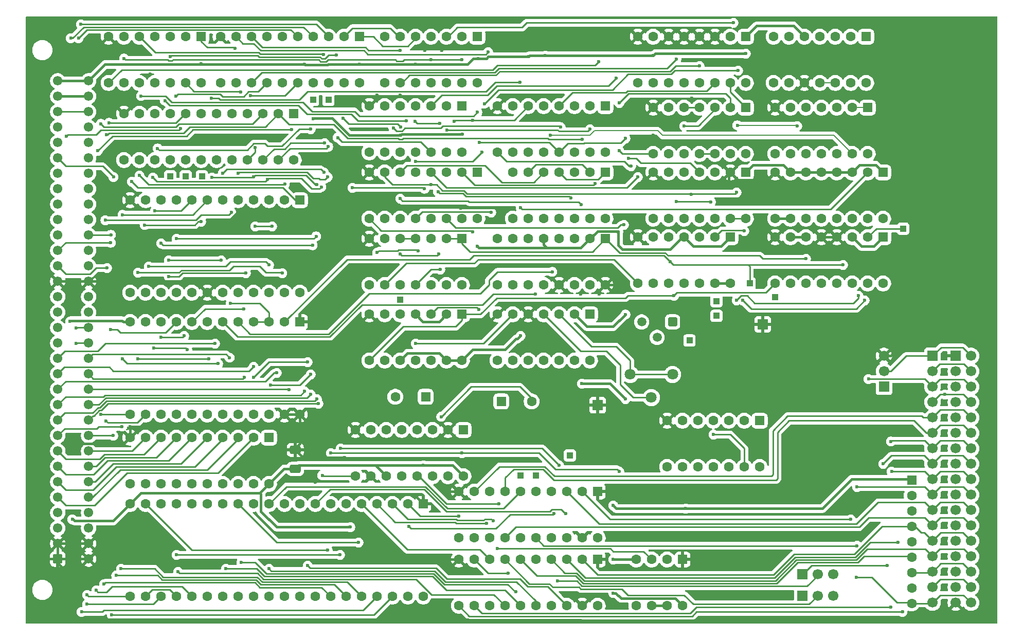
<source format=gbr>
G04 #@! TF.GenerationSoftware,KiCad,Pcbnew,9.0.4-9.0.4-0~ubuntu22.04.1*
G04 #@! TF.CreationDate,2025-09-12T13:32:57+02:00*
G04 #@! TF.ProjectId,Exorset_Floppy,45786f72-7365-4745-9f46-6c6f7070792e,rev?*
G04 #@! TF.SameCoordinates,Original*
G04 #@! TF.FileFunction,Copper,L1,Top*
G04 #@! TF.FilePolarity,Positive*
%FSLAX46Y46*%
G04 Gerber Fmt 4.6, Leading zero omitted, Abs format (unit mm)*
G04 Created by KiCad (PCBNEW 9.0.4-9.0.4-0~ubuntu22.04.1) date 2025-09-12 13:32:57*
%MOMM*%
%LPD*%
G01*
G04 APERTURE LIST*
G04 Aperture macros list*
%AMRoundRect*
0 Rectangle with rounded corners*
0 $1 Rounding radius*
0 $2 $3 $4 $5 $6 $7 $8 $9 X,Y pos of 4 corners*
0 Add a 4 corners polygon primitive as box body*
4,1,4,$2,$3,$4,$5,$6,$7,$8,$9,$2,$3,0*
0 Add four circle primitives for the rounded corners*
1,1,$1+$1,$2,$3*
1,1,$1+$1,$4,$5*
1,1,$1+$1,$6,$7*
1,1,$1+$1,$8,$9*
0 Add four rect primitives between the rounded corners*
20,1,$1+$1,$2,$3,$4,$5,0*
20,1,$1+$1,$4,$5,$6,$7,0*
20,1,$1+$1,$6,$7,$8,$9,0*
20,1,$1+$1,$8,$9,$2,$3,0*%
G04 Aperture macros list end*
G04 #@! TA.AperFunction,SMDPad,CuDef*
%ADD10RoundRect,0.250000X0.650000X-0.412500X0.650000X0.412500X-0.650000X0.412500X-0.650000X-0.412500X0*%
G04 #@! TD*
G04 #@! TA.AperFunction,ComponentPad*
%ADD11R,1.000000X1.000000*%
G04 #@! TD*
G04 #@! TA.AperFunction,ComponentPad*
%ADD12RoundRect,0.250000X-0.550000X0.550000X-0.550000X-0.550000X0.550000X-0.550000X0.550000X0.550000X0*%
G04 #@! TD*
G04 #@! TA.AperFunction,ComponentPad*
%ADD13C,1.600000*%
G04 #@! TD*
G04 #@! TA.AperFunction,ComponentPad*
%ADD14R,1.700000X1.700000*%
G04 #@! TD*
G04 #@! TA.AperFunction,ComponentPad*
%ADD15C,1.700000*%
G04 #@! TD*
G04 #@! TA.AperFunction,ComponentPad*
%ADD16C,1.800000*%
G04 #@! TD*
G04 #@! TA.AperFunction,ComponentPad*
%ADD17RoundRect,0.250000X0.550000X0.550000X-0.550000X0.550000X-0.550000X-0.550000X0.550000X-0.550000X0*%
G04 #@! TD*
G04 #@! TA.AperFunction,ComponentPad*
%ADD18RoundRect,0.249999X0.525001X-0.525001X0.525001X0.525001X-0.525001X0.525001X-0.525001X-0.525001X0*%
G04 #@! TD*
G04 #@! TA.AperFunction,ComponentPad*
%ADD19C,1.550000*%
G04 #@! TD*
G04 #@! TA.AperFunction,ComponentPad*
%ADD20RoundRect,0.250000X0.500000X0.500000X-0.500000X0.500000X-0.500000X-0.500000X0.500000X-0.500000X0*%
G04 #@! TD*
G04 #@! TA.AperFunction,ComponentPad*
%ADD21C,1.500000*%
G04 #@! TD*
G04 #@! TA.AperFunction,ComponentPad*
%ADD22RoundRect,0.250000X-0.550000X-0.550000X0.550000X-0.550000X0.550000X0.550000X-0.550000X0.550000X0*%
G04 #@! TD*
G04 #@! TA.AperFunction,ComponentPad*
%ADD23R,1.600000X1.600000*%
G04 #@! TD*
G04 #@! TA.AperFunction,ViaPad*
%ADD24C,0.600000*%
G04 #@! TD*
G04 #@! TA.AperFunction,Conductor*
%ADD25C,0.400000*%
G04 #@! TD*
G04 #@! TA.AperFunction,Conductor*
%ADD26C,0.250000*%
G04 #@! TD*
G04 #@! TA.AperFunction,Conductor*
%ADD27C,0.200000*%
G04 #@! TD*
G04 APERTURE END LIST*
D10*
X104394000Y-124537000D03*
X104394000Y-121412000D03*
D11*
X204470000Y-84963000D03*
X183388000Y-96266000D03*
D12*
X134366000Y-75692000D03*
D13*
X131826000Y-75692000D03*
X129286000Y-75692000D03*
X126746000Y-75692000D03*
X124206000Y-75692000D03*
X121666000Y-75692000D03*
X119126000Y-75692000D03*
X116586000Y-75692000D03*
X116586000Y-83312000D03*
X119126000Y-83312000D03*
X121666000Y-83312000D03*
X124206000Y-83312000D03*
X126746000Y-83312000D03*
X129286000Y-83312000D03*
X131826000Y-83312000D03*
X134366000Y-83312000D03*
D14*
X187833000Y-141859000D03*
D15*
X190373000Y-141859000D03*
X192913000Y-141859000D03*
D12*
X155448000Y-86614000D03*
D13*
X152908000Y-86614000D03*
X150368000Y-86614000D03*
X147828000Y-86614000D03*
X145288000Y-86614000D03*
X142748000Y-86614000D03*
X140208000Y-86614000D03*
X137668000Y-86614000D03*
X137668000Y-94234000D03*
X140208000Y-94234000D03*
X142748000Y-94234000D03*
X145288000Y-94234000D03*
X147828000Y-94234000D03*
X150368000Y-94234000D03*
X152908000Y-94234000D03*
X155448000Y-94234000D03*
D12*
X88900000Y-53340000D03*
D13*
X86360000Y-53340000D03*
X83820000Y-53340000D03*
X81280000Y-53340000D03*
X78740000Y-53340000D03*
X76200000Y-53340000D03*
X73660000Y-53340000D03*
X73660000Y-60960000D03*
X76200000Y-60960000D03*
X78740000Y-60960000D03*
X81280000Y-60960000D03*
X83820000Y-60960000D03*
X86360000Y-60960000D03*
X88900000Y-60960000D03*
D11*
X144018000Y-125603000D03*
D12*
X176022000Y-86360000D03*
D13*
X173482000Y-86360000D03*
X170942000Y-86360000D03*
X168402000Y-86360000D03*
X165862000Y-86360000D03*
X163322000Y-86360000D03*
X160782000Y-86360000D03*
X160782000Y-93980000D03*
X163322000Y-93980000D03*
X165862000Y-93980000D03*
X168402000Y-93980000D03*
X170942000Y-93980000D03*
X173482000Y-93980000D03*
X176022000Y-93980000D03*
D12*
X198628000Y-65024000D03*
D13*
X196088000Y-65024000D03*
X193548000Y-65024000D03*
X191008000Y-65024000D03*
X188468000Y-65024000D03*
X185928000Y-65024000D03*
X183388000Y-65024000D03*
X183388000Y-72644000D03*
X185928000Y-72644000D03*
X188468000Y-72644000D03*
X191008000Y-72644000D03*
X193548000Y-72644000D03*
X196088000Y-72644000D03*
X198628000Y-72644000D03*
D12*
X104140000Y-66040000D03*
D13*
X101600000Y-66040000D03*
X99060000Y-66040000D03*
X96520000Y-66040000D03*
X93980000Y-66040000D03*
X91440000Y-66040000D03*
X88900000Y-66040000D03*
X86360000Y-66040000D03*
X83820000Y-66040000D03*
X81280000Y-66040000D03*
X78740000Y-66040000D03*
X76200000Y-66040000D03*
X76200000Y-73660000D03*
X78740000Y-73660000D03*
X81280000Y-73660000D03*
X83820000Y-73660000D03*
X86360000Y-73660000D03*
X88900000Y-73660000D03*
X91440000Y-73660000D03*
X93980000Y-73660000D03*
X96520000Y-73660000D03*
X99060000Y-73660000D03*
X101600000Y-73660000D03*
X104140000Y-73660000D03*
D14*
X201295000Y-110998000D03*
D15*
X201295000Y-108458000D03*
X201295000Y-105918000D03*
D12*
X168148000Y-139451000D03*
D13*
X165608000Y-139451000D03*
X163068000Y-139451000D03*
X160528000Y-139451000D03*
X160528000Y-147071000D03*
X163068000Y-147071000D03*
X165608000Y-147071000D03*
X168148000Y-147071000D03*
D16*
X163004500Y-112776000D03*
X166497000Y-108966000D03*
X159512000Y-108966000D03*
D12*
X131826000Y-99060000D03*
D13*
X129286000Y-99060000D03*
X126746000Y-99060000D03*
X124206000Y-99060000D03*
X121666000Y-99060000D03*
X119126000Y-99060000D03*
X116586000Y-99060000D03*
X116586000Y-106680000D03*
X119126000Y-106680000D03*
X121666000Y-106680000D03*
X124206000Y-106680000D03*
X126746000Y-106680000D03*
X129286000Y-106680000D03*
X131826000Y-106680000D03*
D11*
X121666000Y-96647000D03*
D12*
X178562000Y-53340000D03*
D13*
X176022000Y-53340000D03*
X173482000Y-53340000D03*
X170942000Y-53340000D03*
X168402000Y-53340000D03*
X165862000Y-53340000D03*
X163322000Y-53340000D03*
X160782000Y-53340000D03*
X160782000Y-60960000D03*
X163322000Y-60960000D03*
X165862000Y-60960000D03*
X168402000Y-60960000D03*
X170942000Y-60960000D03*
X173482000Y-60960000D03*
X176022000Y-60960000D03*
X178562000Y-60960000D03*
D12*
X201168000Y-86360000D03*
D13*
X198628000Y-86360000D03*
X196088000Y-86360000D03*
X193548000Y-86360000D03*
X191008000Y-86360000D03*
X188468000Y-86360000D03*
X185928000Y-86360000D03*
X183388000Y-86360000D03*
X183388000Y-93980000D03*
X185928000Y-93980000D03*
X188468000Y-93980000D03*
X191008000Y-93980000D03*
X193548000Y-93980000D03*
X196088000Y-93980000D03*
X198628000Y-93980000D03*
X201168000Y-93980000D03*
D12*
X154178000Y-128270000D03*
D13*
X151638000Y-128270000D03*
X149098000Y-128270000D03*
X146558000Y-128270000D03*
X144018000Y-128270000D03*
X141478000Y-128270000D03*
X138938000Y-128270000D03*
X136398000Y-128270000D03*
X133858000Y-128270000D03*
X131318000Y-128270000D03*
X131318000Y-135890000D03*
X133858000Y-135890000D03*
X136398000Y-135890000D03*
X138938000Y-135890000D03*
X141478000Y-135890000D03*
X144018000Y-135890000D03*
X146558000Y-135890000D03*
X149098000Y-135890000D03*
X151638000Y-135890000D03*
X154178000Y-135890000D03*
D12*
X100076000Y-119385000D03*
D13*
X97536000Y-119385000D03*
X94996000Y-119385000D03*
X92456000Y-119385000D03*
X89916000Y-119385000D03*
X87376000Y-119385000D03*
X84836000Y-119385000D03*
X82296000Y-119385000D03*
X79756000Y-119385000D03*
X77216000Y-119385000D03*
X77216000Y-127005000D03*
X79756000Y-127005000D03*
X82296000Y-127005000D03*
X84836000Y-127005000D03*
X87376000Y-127005000D03*
X89916000Y-127005000D03*
X92456000Y-127005000D03*
X94996000Y-127005000D03*
X97536000Y-127005000D03*
X100076000Y-127005000D03*
D11*
X173736000Y-99314000D03*
D12*
X132080000Y-118110000D03*
D13*
X129540000Y-118110000D03*
X127000000Y-118110000D03*
X124460000Y-118110000D03*
X121920000Y-118110000D03*
X119380000Y-118110000D03*
X116840000Y-118110000D03*
X114300000Y-118110000D03*
X114300000Y-125730000D03*
X116840000Y-125730000D03*
X119380000Y-125730000D03*
X121920000Y-125730000D03*
X124460000Y-125730000D03*
X127000000Y-125730000D03*
X129540000Y-125730000D03*
X132080000Y-125730000D03*
D12*
X178562000Y-65024000D03*
D13*
X176022000Y-65024000D03*
X173482000Y-65024000D03*
X170942000Y-65024000D03*
X168402000Y-65024000D03*
X165862000Y-65024000D03*
X163322000Y-65024000D03*
X163322000Y-72644000D03*
X165862000Y-72644000D03*
X168402000Y-72644000D03*
X170942000Y-72644000D03*
X173482000Y-72644000D03*
X176022000Y-72644000D03*
X178562000Y-72644000D03*
D12*
X125476000Y-130302000D03*
D13*
X122936000Y-130302000D03*
X120396000Y-130302000D03*
X117856000Y-130302000D03*
X115316000Y-130302000D03*
X112776000Y-130302000D03*
X110236000Y-130302000D03*
X107696000Y-130302000D03*
X105156000Y-130302000D03*
X102616000Y-130302000D03*
X100076000Y-130302000D03*
X97536000Y-130302000D03*
X94996000Y-130302000D03*
X92456000Y-130302000D03*
X89916000Y-130302000D03*
X87376000Y-130302000D03*
X84836000Y-130302000D03*
X82296000Y-130302000D03*
X79756000Y-130302000D03*
X77216000Y-130302000D03*
X77216000Y-145542000D03*
X79756000Y-145542000D03*
X82296000Y-145542000D03*
X84836000Y-145542000D03*
X87376000Y-145542000D03*
X89916000Y-145542000D03*
X92456000Y-145542000D03*
X94996000Y-145542000D03*
X97536000Y-145542000D03*
X100076000Y-145542000D03*
X102616000Y-145542000D03*
X105156000Y-145542000D03*
X107696000Y-145542000D03*
X110236000Y-145542000D03*
X112776000Y-145542000D03*
X115316000Y-145542000D03*
X117856000Y-145542000D03*
X120396000Y-145542000D03*
X122936000Y-145542000D03*
X125476000Y-145542000D03*
D11*
X173736000Y-96901000D03*
X83820000Y-76327000D03*
D12*
X155448000Y-75692000D03*
D13*
X152908000Y-75692000D03*
X150368000Y-75692000D03*
X147828000Y-75692000D03*
X145288000Y-75692000D03*
X142748000Y-75692000D03*
X140208000Y-75692000D03*
X140208000Y-83312000D03*
X142748000Y-83312000D03*
X145288000Y-83312000D03*
X147828000Y-83312000D03*
X150368000Y-83312000D03*
X152908000Y-83312000D03*
X155448000Y-83312000D03*
D11*
X149606000Y-122301000D03*
X109855000Y-63754000D03*
D17*
X125857000Y-112649000D03*
D13*
X120857000Y-112649000D03*
D12*
X114935000Y-53345000D03*
D13*
X112395000Y-53345000D03*
X109855000Y-53345000D03*
X107315000Y-53345000D03*
X104775000Y-53345000D03*
X102235000Y-53345000D03*
X99695000Y-53345000D03*
X97155000Y-53345000D03*
X94615000Y-53345000D03*
X92075000Y-53345000D03*
X92075000Y-60965000D03*
X94615000Y-60965000D03*
X97155000Y-60965000D03*
X99695000Y-60965000D03*
X102235000Y-60965000D03*
X104775000Y-60965000D03*
X107315000Y-60965000D03*
X109855000Y-60965000D03*
X112395000Y-60965000D03*
X114935000Y-60965000D03*
D12*
X152908000Y-99060000D03*
D13*
X150368000Y-99060000D03*
X147828000Y-99060000D03*
X145288000Y-99060000D03*
X142748000Y-99060000D03*
X140208000Y-99060000D03*
X137668000Y-99060000D03*
X137668000Y-106680000D03*
X140208000Y-106680000D03*
X142748000Y-106680000D03*
X145288000Y-106680000D03*
X147828000Y-106680000D03*
X150368000Y-106680000D03*
X152908000Y-106680000D03*
D11*
X141478000Y-125603000D03*
D12*
X178562000Y-75692000D03*
D13*
X176022000Y-75692000D03*
X173482000Y-75692000D03*
X170942000Y-75692000D03*
X168402000Y-75692000D03*
X165862000Y-75692000D03*
X163322000Y-75692000D03*
X163322000Y-83312000D03*
X165862000Y-83312000D03*
X168402000Y-83312000D03*
X170942000Y-83312000D03*
X173482000Y-83312000D03*
X176022000Y-83312000D03*
X178562000Y-83312000D03*
D14*
X213106000Y-105918000D03*
D15*
X215646000Y-105918000D03*
X213106000Y-108458000D03*
X215646000Y-108458000D03*
X213106000Y-110998000D03*
X215646000Y-110998000D03*
X213106000Y-113538000D03*
X215646000Y-113538000D03*
X213106000Y-116078000D03*
X215646000Y-116078000D03*
X213106000Y-118618000D03*
X215646000Y-118618000D03*
X213106000Y-121158000D03*
X215646000Y-121158000D03*
X213106000Y-123698000D03*
X215646000Y-123698000D03*
X213106000Y-126238000D03*
X215646000Y-126238000D03*
X213106000Y-128778000D03*
X215646000Y-128778000D03*
X213106000Y-131318000D03*
X215646000Y-131318000D03*
X213106000Y-133858000D03*
X215646000Y-133858000D03*
X213106000Y-136398000D03*
X215646000Y-136398000D03*
X213106000Y-138938000D03*
X215646000Y-138938000D03*
X213106000Y-141478000D03*
X215646000Y-141478000D03*
X213106000Y-144018000D03*
X215646000Y-144018000D03*
X213106000Y-146558000D03*
X215646000Y-146558000D03*
D12*
X131826000Y-86614000D03*
D13*
X129286000Y-86614000D03*
X126746000Y-86614000D03*
X124206000Y-86614000D03*
X121666000Y-86614000D03*
X119126000Y-86614000D03*
X116586000Y-86614000D03*
X116586000Y-94234000D03*
X119126000Y-94234000D03*
X121666000Y-94234000D03*
X124206000Y-94234000D03*
X126746000Y-94234000D03*
X129286000Y-94234000D03*
X131826000Y-94234000D03*
D14*
X181356000Y-100711000D03*
D11*
X179197000Y-93980000D03*
D12*
X198374000Y-53340000D03*
D13*
X195834000Y-53340000D03*
X193294000Y-53340000D03*
X190754000Y-53340000D03*
X188214000Y-53340000D03*
X185674000Y-53340000D03*
X183134000Y-53340000D03*
X183134000Y-60960000D03*
X185674000Y-60960000D03*
X188214000Y-60960000D03*
X190754000Y-60960000D03*
X193294000Y-60960000D03*
X195834000Y-60960000D03*
X198374000Y-60960000D03*
D18*
X65300000Y-139373000D03*
D19*
X65300000Y-136833000D03*
X65300000Y-134293000D03*
X65300000Y-131753000D03*
X65300000Y-129213000D03*
X65300000Y-126673000D03*
X65300000Y-124133000D03*
X65300000Y-121593000D03*
X65300000Y-119053000D03*
X65300000Y-116513000D03*
X65300000Y-113973000D03*
X65300000Y-111433000D03*
X65300000Y-108893000D03*
X65300000Y-106353000D03*
X65300000Y-103813000D03*
X65300000Y-101273000D03*
X65300000Y-98733000D03*
X65300000Y-96193000D03*
X65300000Y-93653000D03*
X65300000Y-91113000D03*
X65300000Y-88573000D03*
X65300000Y-86033000D03*
X65300000Y-83493000D03*
X65300000Y-80953000D03*
X65300000Y-78413000D03*
X65300000Y-75873000D03*
X65300000Y-73333000D03*
X65300000Y-70793000D03*
X65300000Y-68253000D03*
X65300000Y-65713000D03*
X65300000Y-63173000D03*
X65300000Y-60633000D03*
X70380000Y-139373000D03*
X70380000Y-136833000D03*
X70380000Y-134293000D03*
X70380000Y-131753000D03*
X70380000Y-129213000D03*
X70380000Y-126673000D03*
X70380000Y-124133000D03*
X70380000Y-121593000D03*
X70380000Y-119053000D03*
X70380000Y-116513000D03*
X70380000Y-113973000D03*
X70380000Y-111433000D03*
X70380000Y-108893000D03*
X70380000Y-106353000D03*
X70380000Y-103813000D03*
X70380000Y-101273000D03*
X70380000Y-98733000D03*
X70380000Y-96193000D03*
X70380000Y-93653000D03*
X70380000Y-91113000D03*
X70380000Y-88573000D03*
X70380000Y-86033000D03*
X70380000Y-83493000D03*
X70380000Y-80953000D03*
X70380000Y-78413000D03*
X70380000Y-75873000D03*
X70380000Y-73333000D03*
X70380000Y-70793000D03*
X70380000Y-68253000D03*
X70380000Y-65713000D03*
X70380000Y-63173000D03*
X70380000Y-60633000D03*
D20*
X166497000Y-100330000D03*
D21*
X163957000Y-102870000D03*
X161417000Y-100330000D03*
D22*
X138303000Y-113411000D03*
D13*
X143303000Y-113411000D03*
D12*
X180848000Y-116586000D03*
D13*
X178308000Y-116586000D03*
X175768000Y-116586000D03*
X173228000Y-116586000D03*
X170688000Y-116586000D03*
X168148000Y-116586000D03*
X165608000Y-116586000D03*
X165608000Y-124206000D03*
X168148000Y-124206000D03*
X170688000Y-124206000D03*
X173228000Y-124206000D03*
X175768000Y-124206000D03*
X178308000Y-124206000D03*
X180848000Y-124206000D03*
D14*
X187833000Y-145415000D03*
D15*
X190373000Y-145415000D03*
X192913000Y-145415000D03*
D11*
X107315000Y-63754000D03*
D12*
X105156000Y-80264000D03*
D13*
X102616000Y-80264000D03*
X100076000Y-80264000D03*
X97536000Y-80264000D03*
X94996000Y-80264000D03*
X92456000Y-80264000D03*
X89916000Y-80264000D03*
X87376000Y-80264000D03*
X84836000Y-80264000D03*
X82296000Y-80264000D03*
X79756000Y-80264000D03*
X77216000Y-80264000D03*
X77216000Y-95504000D03*
X79756000Y-95504000D03*
X82296000Y-95504000D03*
X84836000Y-95504000D03*
X87376000Y-95504000D03*
X89916000Y-95504000D03*
X92456000Y-95504000D03*
X94996000Y-95504000D03*
X97536000Y-95504000D03*
X100076000Y-95504000D03*
X102616000Y-95504000D03*
X105156000Y-95504000D03*
D12*
X201168000Y-75697000D03*
D13*
X198628000Y-75697000D03*
X196088000Y-75697000D03*
X193548000Y-75697000D03*
X191008000Y-75697000D03*
X188468000Y-75697000D03*
X185928000Y-75697000D03*
X183388000Y-75697000D03*
X183388000Y-83317000D03*
X185928000Y-83317000D03*
X188468000Y-83317000D03*
X191008000Y-83317000D03*
X193548000Y-83317000D03*
X196088000Y-83317000D03*
X198628000Y-83317000D03*
X201168000Y-83317000D03*
D11*
X86360000Y-76327000D03*
D12*
X105156000Y-100330000D03*
D13*
X102616000Y-100330000D03*
X100076000Y-100330000D03*
X97536000Y-100330000D03*
X94996000Y-100330000D03*
X92456000Y-100330000D03*
X89916000Y-100330000D03*
X87376000Y-100330000D03*
X84836000Y-100330000D03*
X82296000Y-100330000D03*
X79756000Y-100330000D03*
X77216000Y-100330000D03*
X77216000Y-115570000D03*
X79756000Y-115570000D03*
X82296000Y-115570000D03*
X84836000Y-115570000D03*
X87376000Y-115570000D03*
X89916000Y-115570000D03*
X92456000Y-115570000D03*
X94996000Y-115570000D03*
X97536000Y-115570000D03*
X100076000Y-115570000D03*
X102616000Y-115570000D03*
X105156000Y-115570000D03*
D12*
X154178000Y-139446000D03*
D13*
X151638000Y-139446000D03*
X149098000Y-139446000D03*
X146558000Y-139446000D03*
X144018000Y-139446000D03*
X141478000Y-139446000D03*
X138938000Y-139446000D03*
X136398000Y-139446000D03*
X133858000Y-139446000D03*
X131318000Y-139446000D03*
X131318000Y-147066000D03*
X133858000Y-147066000D03*
X136398000Y-147066000D03*
X138938000Y-147066000D03*
X141478000Y-147066000D03*
X144018000Y-147066000D03*
X146558000Y-147066000D03*
X149098000Y-147066000D03*
X151638000Y-147066000D03*
X154178000Y-147066000D03*
D14*
X209296000Y-105918000D03*
D15*
X209296000Y-108458000D03*
X209296000Y-110998000D03*
X209296000Y-113538000D03*
X209296000Y-116078000D03*
X209296000Y-118618000D03*
X209296000Y-121158000D03*
X209296000Y-123698000D03*
X209296000Y-126238000D03*
X209296000Y-128778000D03*
X209296000Y-131318000D03*
X209296000Y-133858000D03*
X209296000Y-136398000D03*
X209296000Y-138938000D03*
X209296000Y-141478000D03*
X209296000Y-144018000D03*
X209296000Y-146558000D03*
D11*
X89027000Y-76327000D03*
X169291000Y-103378000D03*
D12*
X134366000Y-53340000D03*
D13*
X131826000Y-53340000D03*
X129286000Y-53340000D03*
X126746000Y-53340000D03*
X124206000Y-53340000D03*
X121666000Y-53340000D03*
X119126000Y-53340000D03*
X119126000Y-60960000D03*
X121666000Y-60960000D03*
X124206000Y-60960000D03*
X126746000Y-60960000D03*
X129286000Y-60960000D03*
X131826000Y-60960000D03*
X134366000Y-60960000D03*
D12*
X131826000Y-64770000D03*
D13*
X129286000Y-64770000D03*
X126746000Y-64770000D03*
X124206000Y-64770000D03*
X121666000Y-64770000D03*
X119126000Y-64770000D03*
X116586000Y-64770000D03*
X116586000Y-72390000D03*
X119126000Y-72390000D03*
X121666000Y-72390000D03*
X124206000Y-72390000D03*
X126746000Y-72390000D03*
X129286000Y-72390000D03*
X131826000Y-72390000D03*
D12*
X155448000Y-64770000D03*
D13*
X152908000Y-64770000D03*
X150368000Y-64770000D03*
X147828000Y-64770000D03*
X145288000Y-64770000D03*
X142748000Y-64770000D03*
X140208000Y-64770000D03*
X137668000Y-64770000D03*
X137668000Y-72390000D03*
X140208000Y-72390000D03*
X142748000Y-72390000D03*
X145288000Y-72390000D03*
X147828000Y-72390000D03*
X150368000Y-72390000D03*
X152908000Y-72390000D03*
X155448000Y-72390000D03*
D23*
X205867000Y-126365000D03*
D13*
X205867000Y-128905000D03*
X205867000Y-131445000D03*
X205867000Y-133985000D03*
X205867000Y-136525000D03*
X205867000Y-139065000D03*
X205867000Y-141605000D03*
X205867000Y-144145000D03*
X205867000Y-146685000D03*
D14*
X154178000Y-114046000D03*
D24*
X90932000Y-89154000D03*
X211201000Y-110871000D03*
X128016000Y-51816000D03*
X97536000Y-104902000D03*
X90170000Y-102870000D03*
X79883000Y-117602000D03*
X112522000Y-122682000D03*
X211201000Y-144018000D03*
X119057000Y-128778000D03*
X80518000Y-59476000D03*
X149931281Y-90972000D03*
X99608000Y-88900000D03*
X206248000Y-103632000D03*
X115824000Y-138938000D03*
X151384000Y-95718000D03*
X179070000Y-145542000D03*
X128143000Y-127508000D03*
X199136000Y-122174000D03*
X152908000Y-90972000D03*
X67945000Y-120396000D03*
X117856000Y-68580000D03*
X128524000Y-139446000D03*
X106680000Y-128651000D03*
X151384000Y-149519000D03*
X100076000Y-104648000D03*
X217932000Y-101981000D03*
X121666000Y-62992000D03*
X107188000Y-82550000D03*
X138557000Y-90972000D03*
X145269622Y-90972000D03*
X99060000Y-69723000D03*
X102870000Y-135382000D03*
X138938000Y-97409000D03*
X95377000Y-70612000D03*
X154432000Y-95718000D03*
X211201000Y-141478000D03*
X211201000Y-118491000D03*
X211201000Y-133858000D03*
X101600000Y-69850000D03*
X171196000Y-135636000D03*
X195707000Y-128651000D03*
X81788000Y-89154000D03*
X117856000Y-62992000D03*
X158242000Y-65786000D03*
X168910000Y-67056000D03*
X156337000Y-53340000D03*
X211201000Y-108458000D03*
X125730000Y-55626000D03*
X119126000Y-136906000D03*
X128524000Y-55626000D03*
X211201000Y-138938000D03*
X85598000Y-70739000D03*
X211201000Y-105918000D03*
X146558000Y-97409000D03*
X177038000Y-149519000D03*
X163322000Y-69596000D03*
X77216000Y-85090000D03*
X211201000Y-121285000D03*
X87630000Y-102870000D03*
X77216000Y-117602000D03*
X94996000Y-83566000D03*
X74676000Y-55796500D03*
X103759000Y-126365000D03*
X92710000Y-103124000D03*
X211201000Y-113665000D03*
X151638000Y-115570000D03*
X122936000Y-51943000D03*
X211201000Y-116078000D03*
X106680000Y-104648000D03*
X142621000Y-90972000D03*
X210439000Y-103632000D03*
X88900000Y-70866000D03*
X107696000Y-126746000D03*
X158623000Y-93726000D03*
X155702000Y-92623000D03*
X106957000Y-92710000D03*
X211201000Y-136525000D03*
X185928000Y-128524000D03*
X207010000Y-101727000D03*
X68326000Y-141986000D03*
X147788000Y-90972000D03*
X99481000Y-83530578D03*
X128524000Y-149352000D03*
X78994000Y-71247000D03*
X89916000Y-85344000D03*
X107950000Y-121666000D03*
X211201000Y-146685000D03*
X158750000Y-87122000D03*
X137668000Y-81534000D03*
X75438000Y-63627000D03*
X211201000Y-131318000D03*
X139827000Y-53721000D03*
X79756000Y-133350000D03*
X160274000Y-83312000D03*
X211201000Y-123698000D03*
X84836000Y-88646000D03*
X87122000Y-88646000D03*
X115385000Y-81026000D03*
X184912000Y-149352000D03*
X107188000Y-100584000D03*
X131658471Y-81559066D03*
X89969352Y-93890889D03*
X79248000Y-55288500D03*
X211201000Y-126238000D03*
X185166000Y-122174000D03*
X76962000Y-90170000D03*
X94996000Y-104648000D03*
X202184000Y-57658000D03*
X169672000Y-63500000D03*
X191008000Y-50800000D03*
X75692000Y-71247000D03*
X211201000Y-128905000D03*
X189230000Y-135636000D03*
X74923000Y-142083782D03*
X75946000Y-82677000D03*
X74422000Y-119052999D03*
X68286000Y-101346000D03*
X69088000Y-51308000D03*
X109093000Y-75692000D03*
X107950000Y-113030000D03*
X92456000Y-75819000D03*
X68707000Y-53594000D03*
X68286000Y-103886000D03*
X131921739Y-69429000D03*
X168656000Y-131064000D03*
X156718000Y-144969000D03*
X114935000Y-57912000D03*
X156718000Y-139446000D03*
X178562000Y-56134000D03*
X121757204Y-69575723D03*
X105918000Y-57912000D03*
X145542000Y-56475000D03*
X157571547Y-85511000D03*
X88900000Y-57825000D03*
X142800000Y-56642000D03*
X125476000Y-123952000D03*
X113461000Y-134112000D03*
X134515783Y-56935616D03*
X67330472Y-100223472D03*
X134366000Y-87884000D03*
X156718000Y-130556000D03*
X141478000Y-102615998D03*
X107348310Y-66871359D03*
X124206000Y-57912000D03*
X163322000Y-56475000D03*
X67686000Y-132842000D03*
X99822000Y-76875000D03*
X108701474Y-78097646D03*
X106934000Y-112268000D03*
X80970616Y-76541000D03*
X80264000Y-91186000D03*
X96012000Y-109416000D03*
X100076000Y-90932000D03*
X93582000Y-106209000D03*
X100584000Y-84582000D03*
X97790000Y-84582000D03*
X92202000Y-90170000D03*
X91186000Y-103886000D03*
X83566000Y-90170000D03*
X73406000Y-91440000D03*
X73279000Y-69469000D03*
X73266424Y-116620395D03*
X71628000Y-144526000D03*
X151638000Y-70246000D03*
X78486000Y-92202000D03*
X102265702Y-92298298D03*
X97536000Y-107696000D03*
X109728000Y-76454000D03*
X94966398Y-75859000D03*
X108204000Y-113792000D03*
X72898000Y-143510000D03*
X74023000Y-101600000D03*
X74034000Y-87274981D03*
X74041000Y-85979000D03*
X73738839Y-67524000D03*
X77470000Y-77216000D03*
X103378000Y-111506000D03*
X103822500Y-68643500D03*
X71882000Y-72136000D03*
X105918000Y-111760000D03*
X107938000Y-77724000D03*
X97536000Y-76454000D03*
X90678000Y-76534000D03*
X67437000Y-53594000D03*
X78740000Y-76200000D03*
X101346000Y-108712000D03*
X102660381Y-77646788D03*
X81280000Y-82042000D03*
X75888000Y-117555874D03*
X75692000Y-140970000D03*
X85471000Y-68453000D03*
X66675000Y-69723000D03*
X84709000Y-63119000D03*
X70104000Y-145288000D03*
X72390000Y-67691000D03*
X72407630Y-115569999D03*
X109817574Y-71469161D03*
X109220000Y-70866000D03*
X197104000Y-96012000D03*
X177038000Y-96774000D03*
X157734000Y-124968000D03*
X110236000Y-121932000D03*
X131826000Y-121932000D03*
X69215000Y-148082000D03*
X74168000Y-148590000D03*
X74462000Y-76454000D03*
X204343000Y-148082000D03*
X196850000Y-127508000D03*
X196877910Y-137187910D03*
X211328000Y-112268000D03*
X196723000Y-142367000D03*
X195834000Y-132842000D03*
X201168000Y-123698000D03*
X202565000Y-124968000D03*
X202438000Y-147320000D03*
X201803000Y-140462000D03*
X198755000Y-109728000D03*
X203581000Y-136652000D03*
X202438000Y-120015000D03*
X147574000Y-143002000D03*
X97790000Y-71628000D03*
X96266000Y-92289000D03*
X83566000Y-92877000D03*
X93853000Y-82296000D03*
X73134000Y-83566000D03*
X70104000Y-146812000D03*
X176530000Y-51054000D03*
X130556000Y-67310000D03*
X133604000Y-85511000D03*
X133604000Y-67096000D03*
X127888944Y-78866944D03*
X124142500Y-67246500D03*
X126746000Y-57150000D03*
X76200000Y-56939500D03*
X149745888Y-79865000D03*
X128160000Y-67581000D03*
X131826000Y-57150000D03*
X114808000Y-136652000D03*
X125682131Y-78399000D03*
X113792000Y-78232000D03*
X170942000Y-58166000D03*
X82296000Y-87376000D03*
X97536000Y-109474000D03*
X107251500Y-87693500D03*
X106426000Y-106934000D03*
X81067081Y-104648000D03*
X86614000Y-104902000D03*
X75946000Y-106426000D03*
X91694000Y-107188000D03*
X88900000Y-83820000D03*
X79589000Y-84375869D03*
X82296000Y-102870000D03*
X86106000Y-102616000D03*
X107823000Y-86233000D03*
X84836000Y-86614000D03*
X100330000Y-110744000D03*
X106934000Y-108966000D03*
X78486000Y-106426000D03*
X90170000Y-106426000D03*
X159678611Y-74676000D03*
X121641944Y-55586000D03*
X148082000Y-68239000D03*
X120540000Y-68377000D03*
X146414000Y-69596000D03*
X141351000Y-60833000D03*
X90551000Y-63500000D03*
X143891000Y-95718000D03*
X154316068Y-57491000D03*
X152908000Y-68580000D03*
X129340656Y-68689000D03*
X134366000Y-65786000D03*
X78994000Y-63119000D03*
X158750000Y-70104000D03*
X134702565Y-70779000D03*
X172807000Y-80565869D03*
X167132000Y-80518000D03*
X160782000Y-76454000D03*
X106426000Y-140462000D03*
X139446000Y-141732000D03*
X134620000Y-98298000D03*
X85090000Y-141478000D03*
X100076000Y-140970000D03*
X137922000Y-130302000D03*
X137668000Y-137668000D03*
X135890000Y-133459000D03*
X111861951Y-121141024D03*
X147828000Y-123952000D03*
X131318000Y-132334000D03*
X148891869Y-131913000D03*
X146951697Y-131913000D03*
X123077026Y-133967000D03*
X136993000Y-133096000D03*
X111125000Y-56388000D03*
X111379000Y-69977000D03*
X83834699Y-56635000D03*
X122655930Y-67222525D03*
X82931000Y-63881000D03*
X95885000Y-98171000D03*
X95377000Y-62484000D03*
X81737298Y-71744298D03*
X106934000Y-68580000D03*
X167132000Y-57023000D03*
X136652000Y-82296000D03*
X136144000Y-55880000D03*
X109042593Y-56301000D03*
X157734000Y-64262000D03*
X157226000Y-60198000D03*
X84836000Y-138684000D03*
X112268000Y-66802000D03*
X111760000Y-138684000D03*
X121749938Y-68225723D03*
X124657000Y-88598131D03*
X117856000Y-88900000D03*
X166116000Y-90424000D03*
X194564000Y-90932000D03*
X168402000Y-68072000D03*
X157734000Y-72136000D03*
X158496000Y-84328000D03*
X177038000Y-78994000D03*
X169546702Y-79315298D03*
X128016000Y-89114000D03*
X126746000Y-77724000D03*
X121666000Y-89114000D03*
X159229000Y-73406000D03*
X166734000Y-96012000D03*
X128270000Y-91694000D03*
X141478000Y-81534000D03*
X124206000Y-103886000D03*
X121666000Y-80010000D03*
X151494000Y-81026000D03*
X146701018Y-92075000D03*
X140716000Y-144780000D03*
X95504000Y-139954000D03*
X92964000Y-140970000D03*
X109728000Y-137922000D03*
X108839000Y-125603000D03*
X153717869Y-77557000D03*
X173228000Y-118872000D03*
X198120000Y-96774000D03*
X178054000Y-96774000D03*
X128414000Y-115934000D03*
X124206000Y-73914000D03*
X135509000Y-64389000D03*
X187029000Y-68072000D03*
X135128000Y-72390000D03*
X177165000Y-67945000D03*
X177292000Y-58928000D03*
X188468000Y-89916000D03*
X151578000Y-110490000D03*
X158750000Y-113030000D03*
X158750000Y-99090000D03*
X94488000Y-55285000D03*
X93726000Y-97282000D03*
X97028000Y-63032000D03*
X178308000Y-85344000D03*
D25*
X67310000Y-141986000D02*
X67310000Y-148082000D01*
X191008000Y-86360000D02*
X193548000Y-86360000D01*
X65300000Y-139373000D02*
X65300000Y-139976000D01*
X115385000Y-81026000D02*
X115803889Y-81444889D01*
X175260000Y-77470000D02*
X175768000Y-76962000D01*
X183388000Y-75697000D02*
X182192000Y-76893000D01*
X163322000Y-75692000D02*
X165100000Y-77470000D01*
X107188000Y-82550000D02*
X94659661Y-82550000D01*
X104394000Y-121158000D02*
X105156000Y-120396000D01*
X183388000Y-65024000D02*
X185420000Y-62992000D01*
X106781000Y-92710000D02*
X106957000Y-92710000D01*
X147828000Y-94234000D02*
X149589000Y-92473000D01*
X92017573Y-93890889D02*
X92182462Y-93726000D01*
X104394000Y-121412000D02*
X104394000Y-121158000D01*
X175768000Y-76962000D02*
X175768000Y-75946000D01*
X184745000Y-149519000D02*
X184912000Y-149352000D01*
X188214000Y-60960000D02*
X186182000Y-62992000D01*
X210312000Y-149352000D02*
X184912000Y-149352000D01*
X131318000Y-139446000D02*
X128524000Y-139446000D01*
X184912000Y-87884000D02*
X189484000Y-87884000D01*
X155448000Y-94234000D02*
X158115000Y-94234000D01*
X131318000Y-128270000D02*
X128905000Y-128270000D01*
X177038000Y-149519000D02*
X184745000Y-149519000D01*
X79883000Y-117602000D02*
X100584000Y-117602000D01*
X92182462Y-93726000D02*
X105765000Y-93726000D01*
X76205000Y-120396000D02*
X67945000Y-120396000D01*
X65300000Y-136833000D02*
X65300000Y-139373000D01*
X100584000Y-117602000D02*
X102616000Y-115570000D01*
D26*
X89916000Y-85344000D02*
X77470000Y-85344000D01*
D25*
X115803889Y-81444889D02*
X131544294Y-81444889D01*
X105664000Y-122682000D02*
X104394000Y-121412000D01*
X132861538Y-149352000D02*
X132878538Y-149369000D01*
X177223000Y-76893000D02*
X176022000Y-75692000D01*
X202438000Y-105918000D02*
X204724000Y-103632000D01*
X70380000Y-93653000D02*
X85480339Y-93653000D01*
X77216000Y-119385000D02*
X77216000Y-117602000D01*
X91865661Y-85344000D02*
X89916000Y-85344000D01*
D26*
X77470000Y-85344000D02*
X77216000Y-85090000D01*
D25*
X189484000Y-87884000D02*
X191008000Y-86360000D01*
X125476000Y-130302000D02*
X123952000Y-128778000D01*
X149589000Y-92473000D02*
X153687000Y-92473000D01*
X77216000Y-117602000D02*
X79883000Y-117602000D01*
X183388000Y-86360000D02*
X184912000Y-87884000D01*
X165100000Y-77470000D02*
X175260000Y-77470000D01*
X213106000Y-146558000D02*
X210312000Y-149352000D01*
X65300000Y-139976000D02*
X67310000Y-141986000D01*
X151234000Y-149369000D02*
X151384000Y-149519000D01*
X70380000Y-93653000D02*
X65300000Y-93653000D01*
X89969352Y-93890889D02*
X92017573Y-93890889D01*
X89892241Y-93968000D02*
X89969352Y-93890889D01*
X105765000Y-93726000D02*
X106781000Y-92710000D01*
X65300000Y-136833000D02*
X70380000Y-136833000D01*
X153687000Y-92473000D02*
X155448000Y-94234000D01*
X68580000Y-149352000D02*
X128524000Y-149352000D01*
X112522000Y-122682000D02*
X105664000Y-122682000D01*
X105156000Y-120396000D02*
X105156000Y-115570000D01*
X206248000Y-103632000D02*
X210439000Y-103632000D01*
X132878538Y-149369000D02*
X151234000Y-149369000D01*
X123952000Y-128778000D02*
X119057000Y-128778000D01*
X131683537Y-81534000D02*
X131658471Y-81559066D01*
X186182000Y-62992000D02*
X185420000Y-62992000D01*
X137668000Y-81534000D02*
X131683537Y-81534000D01*
X182192000Y-76893000D02*
X177223000Y-76893000D01*
X67310000Y-148082000D02*
X68580000Y-149352000D01*
X85480339Y-93653000D02*
X85795339Y-93968000D01*
X204724000Y-103632000D02*
X206248000Y-103632000D01*
X128905000Y-128270000D02*
X128143000Y-127508000D01*
X201295000Y-105918000D02*
X202438000Y-105918000D01*
X85795339Y-93968000D02*
X89892241Y-93968000D01*
X77216000Y-119385000D02*
X76205000Y-120396000D01*
X131544294Y-81444889D02*
X131658471Y-81559066D01*
X175768000Y-75946000D02*
X176022000Y-75692000D01*
X102616000Y-115570000D02*
X105156000Y-115570000D01*
X94659661Y-82550000D02*
X91865661Y-85344000D01*
X177038000Y-149519000D02*
X151384000Y-149519000D01*
X128524000Y-149352000D02*
X132861538Y-149352000D01*
X70380000Y-139373000D02*
X65300000Y-139373000D01*
X158115000Y-94234000D02*
X158623000Y-93726000D01*
D26*
X70380000Y-119053000D02*
X74422000Y-119052999D01*
X87503000Y-82677000D02*
X75946000Y-82677000D01*
X89916000Y-80264000D02*
X87503000Y-82677000D01*
X97970812Y-142806000D02*
X82479604Y-142806000D01*
X110824000Y-143590000D02*
X98754812Y-143590000D01*
X98754812Y-143590000D02*
X97970812Y-142806000D01*
X112776000Y-145542000D02*
X110824000Y-143590000D01*
X82479604Y-142806000D02*
X81757386Y-142083782D01*
X81757386Y-142083782D02*
X74923000Y-142083782D01*
X89916000Y-124714000D02*
X94996000Y-119634000D01*
X94996000Y-119634000D02*
X94996000Y-119385000D01*
X70380000Y-129213000D02*
X71066000Y-129213000D01*
X71066000Y-129213000D02*
X75565000Y-124714000D01*
X75565000Y-124714000D02*
X89916000Y-124714000D01*
X71647208Y-124133000D02*
X73098208Y-122682000D01*
X73098208Y-122682000D02*
X81539000Y-122682000D01*
X81539000Y-122682000D02*
X84836000Y-119385000D01*
X70380000Y-124133000D02*
X71647208Y-124133000D01*
X66643000Y-125476000D02*
X71157302Y-125476000D01*
X71157302Y-125476000D02*
X73443302Y-123190000D01*
X83571000Y-123190000D02*
X87376000Y-119385000D01*
X65300000Y-124133000D02*
X66643000Y-125476000D01*
X73443302Y-123190000D02*
X83571000Y-123190000D01*
X70380000Y-101273000D02*
X68359000Y-101273000D01*
X68359000Y-101273000D02*
X68286000Y-101346000D01*
X107818000Y-51308000D02*
X69088000Y-51308000D01*
X109855000Y-53345000D02*
X107818000Y-51308000D01*
X72245001Y-114444999D02*
X73348000Y-113342000D01*
X73348000Y-113342000D02*
X107638000Y-113342000D01*
X66497000Y-115316000D02*
X71070638Y-115316000D01*
X107638000Y-113342000D02*
X107950000Y-113030000D01*
X109093000Y-75692000D02*
X108585000Y-75184000D01*
X71941639Y-114444999D02*
X72245001Y-114444999D01*
X65300000Y-116513000D02*
X66497000Y-115316000D01*
X93091000Y-75184000D02*
X92456000Y-75819000D01*
X71070638Y-115316000D02*
X71941639Y-114444999D01*
X108585000Y-75184000D02*
X93091000Y-75184000D01*
X74451015Y-123698000D02*
X85603000Y-123698000D01*
X85603000Y-123698000D02*
X89916000Y-119385000D01*
X70380000Y-126673000D02*
X71476015Y-126673000D01*
X71476015Y-126673000D02*
X74451015Y-123698000D01*
X103638000Y-52208000D02*
X70093000Y-52208000D01*
X68359000Y-103813000D02*
X68286000Y-103886000D01*
X70380000Y-103813000D02*
X68359000Y-103813000D01*
X104775000Y-53345000D02*
X103638000Y-52208000D01*
X70093000Y-52208000D02*
X68707000Y-53594000D01*
X65300000Y-65713000D02*
X70380000Y-65713000D01*
D25*
X77216000Y-100330000D02*
X76084630Y-100330000D01*
X184727000Y-74496000D02*
X179758000Y-74496000D01*
X156723000Y-139451000D02*
X156718000Y-139446000D01*
X157571547Y-85511000D02*
X157571547Y-87721547D01*
X117602000Y-123952000D02*
X104979000Y-123952000D01*
X157161000Y-144969000D02*
X156718000Y-144969000D01*
D26*
X147828000Y-75692000D02*
X149018000Y-76882000D01*
D25*
X140970000Y-103124000D02*
X141478000Y-102616000D01*
X174498000Y-87884000D02*
X176022000Y-86360000D01*
D26*
X149018000Y-76882000D02*
X154258000Y-76882000D01*
D25*
X195961000Y-126238000D02*
X191135000Y-131064000D01*
X142967000Y-56475000D02*
X145542000Y-56475000D01*
X169926000Y-87884000D02*
X174498000Y-87884000D01*
X102544000Y-124537000D02*
X100076000Y-127005000D01*
X131921739Y-69429000D02*
X121903927Y-69429000D01*
X110466500Y-66778500D02*
X107441169Y-66778500D01*
X74422000Y-133096000D02*
X68072000Y-133096000D01*
X75850464Y-100095834D02*
X67458110Y-100095834D01*
X77216000Y-130302000D02*
X74422000Y-133096000D01*
X101346000Y-134112000D02*
X113461000Y-134112000D01*
X134620000Y-88138000D02*
X134366000Y-87884000D01*
X65300000Y-63173000D02*
X70380000Y-63173000D01*
X205740000Y-126238000D02*
X195961000Y-126238000D01*
D26*
X154258000Y-76882000D02*
X155448000Y-75692000D01*
D25*
X65300000Y-60633000D02*
X70380000Y-60633000D01*
X199967000Y-74496000D02*
X201168000Y-75697000D01*
X160528000Y-139451000D02*
X156723000Y-139451000D01*
X168402000Y-86360000D02*
X169926000Y-87884000D01*
X117602000Y-123952000D02*
X125476000Y-123952000D01*
X142800000Y-56642000D02*
X136124462Y-56642000D01*
X104394000Y-124537000D02*
X102544000Y-124537000D01*
X122867000Y-105479000D02*
X128085000Y-105479000D01*
X78994000Y-128524000D02*
X98557000Y-128524000D01*
X197612000Y-87884000D02*
X199644000Y-87884000D01*
X135853462Y-56913000D02*
X133714000Y-56913000D01*
X138938000Y-104902000D02*
X140716000Y-103124000D01*
X185928000Y-75697000D02*
X196088000Y-75697000D01*
X109765046Y-57912000D02*
X109726046Y-57951000D01*
X152908000Y-86614000D02*
X154161000Y-85361000D01*
X70380000Y-60633000D02*
X73101000Y-57912000D01*
X129286000Y-106680000D02*
X131826000Y-106680000D01*
X180340000Y-51562000D02*
X186436000Y-51562000D01*
X166116000Y-88392000D02*
X168148000Y-86360000D01*
X158242000Y-88392000D02*
X166116000Y-88392000D01*
X205867000Y-126365000D02*
X205740000Y-126238000D01*
X76084630Y-100330000D02*
X75850464Y-100095834D01*
X67458110Y-100095834D02*
X67330472Y-100223472D01*
X131826000Y-106680000D02*
X133604000Y-104902000D01*
X147066000Y-88138000D02*
X145796000Y-88138000D01*
X98557000Y-128524000D02*
X100076000Y-127005000D01*
X154161000Y-85361000D02*
X157421547Y-85361000D01*
X147066000Y-88138000D02*
X134620000Y-88138000D01*
X185928000Y-75697000D02*
X184727000Y-74496000D01*
X124206000Y-99060000D02*
X125407000Y-100261000D01*
X77216000Y-130302000D02*
X78994000Y-128524000D01*
X173482000Y-93980000D02*
X176022000Y-93980000D01*
X128085000Y-100261000D02*
X129286000Y-99060000D01*
X185928000Y-86360000D02*
X188468000Y-86360000D01*
X109726046Y-57951000D02*
X105957000Y-57951000D01*
X158040000Y-145848000D02*
X157161000Y-144969000D01*
X196088000Y-75697000D02*
X197289000Y-74496000D01*
X142800000Y-56642000D02*
X142967000Y-56475000D01*
X128085000Y-105479000D02*
X129286000Y-106680000D01*
X133604000Y-104902000D02*
X138938000Y-104902000D01*
X132715000Y-57912000D02*
X114935000Y-57912000D01*
X145796000Y-88138000D02*
X145288000Y-87630000D01*
X145542000Y-56475000D02*
X163322000Y-56475000D01*
X98737000Y-128704000D02*
X98737000Y-131503000D01*
X199644000Y-87884000D02*
X201168000Y-86360000D01*
X163663000Y-56134000D02*
X163322000Y-56475000D01*
X113263723Y-69575723D02*
X110466500Y-66778500D01*
X133714000Y-56913000D02*
X132715000Y-57912000D01*
X179758000Y-74496000D02*
X178562000Y-75692000D01*
X157571547Y-87721547D02*
X158242000Y-88392000D01*
X168148000Y-147071000D02*
X166925000Y-145848000D01*
X107441169Y-66778500D02*
X107348310Y-66871359D01*
X183388000Y-83317000D02*
X185928000Y-83317000D01*
X130302000Y-123952000D02*
X132080000Y-125730000D01*
X191135000Y-131064000D02*
X168656000Y-131064000D01*
X121666000Y-106680000D02*
X122867000Y-105479000D01*
X98737000Y-131503000D02*
X101346000Y-134112000D01*
X121903927Y-69429000D02*
X121757204Y-69575723D01*
X121757204Y-69575723D02*
X113263723Y-69575723D01*
X67818000Y-132842000D02*
X67686000Y-132842000D01*
X186436000Y-51562000D02*
X188214000Y-53340000D01*
X136124462Y-56642000D02*
X135853462Y-56913000D01*
X98557000Y-128524000D02*
X98737000Y-128704000D01*
X73101000Y-57912000D02*
X105918000Y-57912000D01*
X178562000Y-56134000D02*
X163663000Y-56134000D01*
X197289000Y-74496000D02*
X199967000Y-74496000D01*
X68072000Y-133096000D02*
X67818000Y-132842000D01*
X152908000Y-86614000D02*
X151384000Y-88138000D01*
D26*
X176022000Y-83312000D02*
X178562000Y-83312000D01*
D25*
X104979000Y-123952000D02*
X104394000Y-124537000D01*
X145288000Y-87630000D02*
X145288000Y-86614000D01*
X140716000Y-103124000D02*
X140970000Y-103124000D01*
X168148000Y-86360000D02*
X168402000Y-86360000D01*
X178562000Y-53340000D02*
X180340000Y-51562000D01*
X157226000Y-131064000D02*
X156718000Y-130556000D01*
X114935000Y-57912000D02*
X109765046Y-57912000D01*
X168656000Y-131064000D02*
X157226000Y-131064000D01*
X119380000Y-125730000D02*
X117602000Y-123952000D01*
X157421547Y-85361000D02*
X157571547Y-85511000D01*
X196088000Y-86360000D02*
X197612000Y-87884000D01*
X125476000Y-123952000D02*
X130302000Y-123952000D01*
X166925000Y-145848000D02*
X158040000Y-145848000D01*
X151384000Y-88138000D02*
X147066000Y-88138000D01*
X105957000Y-57951000D02*
X105918000Y-57912000D01*
X125407000Y-100261000D02*
X128085000Y-100261000D01*
D26*
X108701474Y-78097646D02*
X108400120Y-78399000D01*
X99481000Y-77216000D02*
X99822000Y-76875000D01*
X80970616Y-76541000D02*
X81645616Y-77216000D01*
X108400120Y-78399000D02*
X107101000Y-78399000D01*
X99989000Y-76708000D02*
X99822000Y-76875000D01*
X72080604Y-113973000D02*
X73219604Y-112834000D01*
X70380000Y-113973000D02*
X72080604Y-113973000D01*
X73219604Y-112834000D02*
X106368000Y-112834000D01*
X106368000Y-112834000D02*
X106934000Y-112268000D01*
X81645616Y-77216000D02*
X99481000Y-77216000D01*
X107101000Y-78399000D02*
X105410000Y-76708000D01*
X105410000Y-76708000D02*
X99989000Y-76708000D01*
X95760000Y-109668000D02*
X96012000Y-109416000D01*
X93726000Y-90424000D02*
X99568000Y-90424000D01*
X71155000Y-109668000D02*
X95760000Y-109668000D01*
X70380000Y-108893000D02*
X71155000Y-109668000D01*
X99568000Y-90424000D02*
X100076000Y-90932000D01*
X92964000Y-91186000D02*
X93726000Y-90424000D01*
X80264000Y-91186000D02*
X92964000Y-91186000D01*
X93037000Y-105664000D02*
X93582000Y-106209000D01*
X71069000Y-105664000D02*
X93037000Y-105664000D01*
X70380000Y-106353000D02*
X71069000Y-105664000D01*
X100584000Y-84582000D02*
X97790000Y-84582000D01*
X65300000Y-106353000D02*
X66497000Y-105156000D01*
X71882000Y-105156000D02*
X73152000Y-103886000D01*
X73152000Y-103886000D02*
X91186000Y-103886000D01*
X83566000Y-90170000D02*
X92202000Y-90170000D01*
X66497000Y-105156000D02*
X71882000Y-105156000D01*
X71610050Y-91440000D02*
X73406000Y-91440000D01*
X103378000Y-67818000D02*
X110763538Y-67818000D01*
X122183522Y-70104000D02*
X145967405Y-70104000D01*
X101600000Y-66040000D02*
X99446500Y-68193500D01*
X85979000Y-69215000D02*
X73748000Y-69215000D01*
X122036799Y-70250723D02*
X122183522Y-70104000D01*
X99446500Y-68193500D02*
X87000500Y-68193500D01*
X101600000Y-66040000D02*
X103378000Y-67818000D01*
X71914627Y-144812627D02*
X71628000Y-144526000D01*
X85767985Y-143933985D02*
X74227723Y-143933985D01*
X110763538Y-67818000D02*
X113049538Y-70104000D01*
X87000500Y-68193500D02*
X85979000Y-69215000D01*
X73349081Y-144812627D02*
X71914627Y-144812627D01*
X66643000Y-92456000D02*
X70594050Y-92456000D01*
X73570349Y-116924320D02*
X73266424Y-116620395D01*
X73494000Y-69469000D02*
X73279000Y-69469000D01*
X79756000Y-115570000D02*
X78401680Y-116924320D01*
X78401680Y-116924320D02*
X73570349Y-116924320D01*
X73748000Y-69215000D02*
X73494000Y-69469000D01*
X87376000Y-145542000D02*
X85767985Y-143933985D01*
X146109405Y-70246000D02*
X151638000Y-70246000D01*
X145967405Y-70104000D02*
X146109405Y-70246000D01*
X65300000Y-91113000D02*
X66643000Y-92456000D01*
X74227723Y-143933985D02*
X73349081Y-144812627D01*
X121330886Y-70104000D02*
X121477609Y-70250723D01*
X121477609Y-70250723D02*
X122036799Y-70250723D01*
X113049538Y-70104000D02*
X121330886Y-70104000D01*
X70594050Y-92456000D02*
X71610050Y-91440000D01*
X94267384Y-91152616D02*
X98518616Y-91152616D01*
X93581000Y-91839000D02*
X94267384Y-91152616D01*
X98518616Y-91152616D02*
X99568000Y-92202000D01*
X102169404Y-92202000D02*
X102265702Y-92298298D01*
X85277009Y-92202000D02*
X85640009Y-91839000D01*
X99568000Y-92202000D02*
X102169404Y-92202000D01*
X66401000Y-107792000D02*
X73782120Y-107792000D01*
X74448120Y-108458000D02*
X96774000Y-108458000D01*
X65300000Y-108893000D02*
X66401000Y-107792000D01*
X73782120Y-107792000D02*
X74448120Y-108458000D01*
X96774000Y-108458000D02*
X97536000Y-107696000D01*
X85640009Y-91839000D02*
X93581000Y-91839000D01*
X78486000Y-92202000D02*
X85277009Y-92202000D01*
X108265405Y-76708000D02*
X108432405Y-76875000D01*
X94966398Y-75859000D02*
X95133398Y-75692000D01*
X109307000Y-76875000D02*
X109728000Y-76454000D01*
X72431397Y-114894999D02*
X73534396Y-113792000D01*
X95133398Y-75692000D02*
X106300396Y-75692000D01*
X106300396Y-75692000D02*
X107316396Y-76708000D01*
X94959398Y-75866000D02*
X94966398Y-75859000D01*
X71257034Y-115766000D02*
X72128035Y-114894999D01*
X108432405Y-76875000D02*
X109307000Y-76875000D01*
X73534396Y-113792000D02*
X108204000Y-113792000D01*
X107316396Y-76708000D02*
X108265405Y-76708000D01*
X70380000Y-116513000D02*
X71127000Y-115766000D01*
X71127000Y-115766000D02*
X71257034Y-115766000D01*
X72128035Y-114894999D02*
X72431397Y-114894999D01*
X110236000Y-145542000D02*
X108734000Y-144040000D01*
X108734000Y-144040000D02*
X98568416Y-144040000D01*
X83058000Y-102108000D02*
X75565000Y-102108000D01*
X65300000Y-88573000D02*
X66598019Y-87274981D01*
X73152000Y-143256000D02*
X72898000Y-143510000D01*
X98568416Y-144040000D02*
X97784416Y-143256000D01*
X84836000Y-100330000D02*
X83058000Y-102108000D01*
X66598019Y-87274981D02*
X74034000Y-87274981D01*
X75565000Y-102108000D02*
X75057000Y-101600000D01*
X97784416Y-143256000D02*
X73152000Y-143256000D01*
X75057000Y-101600000D02*
X74023000Y-101600000D01*
X86360000Y-66040000D02*
X86263005Y-66040000D01*
X86263005Y-66040000D02*
X84739005Y-67564000D01*
X73778839Y-67564000D02*
X73738839Y-67524000D01*
X84739005Y-67564000D02*
X73778839Y-67564000D01*
X73987000Y-86033000D02*
X70380000Y-86033000D01*
X74041000Y-85979000D02*
X73987000Y-86033000D01*
X78486000Y-78232000D02*
X77470000Y-77216000D01*
X104356000Y-80264000D02*
X102324000Y-78232000D01*
X102324000Y-78232000D02*
X78486000Y-78232000D01*
X70380000Y-111433000D02*
X103305000Y-111433000D01*
X105156000Y-80264000D02*
X104356000Y-80264000D01*
X103305000Y-111433000D02*
X103378000Y-111506000D01*
X66643000Y-128016000D02*
X71120000Y-128016000D01*
X71120000Y-128016000D02*
X74930000Y-124206000D01*
X87884000Y-124206000D02*
X92456000Y-119634000D01*
X92456000Y-119634000D02*
X92456000Y-119385000D01*
X65300000Y-126673000D02*
X66643000Y-128016000D01*
X74930000Y-124206000D02*
X87884000Y-124206000D01*
X65300000Y-121593000D02*
X66643000Y-122936000D01*
X79507000Y-122174000D02*
X82296000Y-119385000D01*
X66643000Y-122936000D02*
X72207812Y-122936000D01*
X72969812Y-122174000D02*
X79507000Y-122174000D01*
X72207812Y-122936000D02*
X72969812Y-122174000D01*
X87566500Y-68643500D02*
X103822500Y-68643500D01*
X74295000Y-69723000D02*
X86487000Y-69723000D01*
X86487000Y-69723000D02*
X87566500Y-68643500D01*
X71882000Y-72136000D02*
X74295000Y-69723000D01*
X97531000Y-119385000D02*
X97536000Y-119385000D01*
X71374000Y-130556000D02*
X76708000Y-125222000D01*
X65300000Y-129213000D02*
X66643000Y-130556000D01*
X76708000Y-125222000D02*
X91694000Y-125222000D01*
X66643000Y-130556000D02*
X71374000Y-130556000D01*
X91694000Y-125222000D02*
X97531000Y-119385000D01*
X73033208Y-112384000D02*
X105294000Y-112384000D01*
X72779208Y-112638000D02*
X73033208Y-112384000D01*
X65300000Y-113973000D02*
X66635000Y-112638000D01*
X107938000Y-77724000D02*
X107696000Y-77724000D01*
X97536000Y-76454000D02*
X97456000Y-76534000D01*
X66635000Y-112638000D02*
X72779208Y-112638000D01*
X97790000Y-76200000D02*
X97536000Y-76454000D01*
X106172000Y-76200000D02*
X97790000Y-76200000D01*
X105294000Y-112384000D02*
X105918000Y-111760000D01*
X97456000Y-76534000D02*
X90678000Y-76534000D01*
X107696000Y-77724000D02*
X106172000Y-76200000D01*
X67756595Y-53594000D02*
X67437000Y-53594000D01*
X105728000Y-51758000D02*
X69592595Y-51758000D01*
X107315000Y-53345000D02*
X105728000Y-51758000D01*
X69592595Y-51758000D02*
X67756595Y-53594000D01*
X99471144Y-110140261D02*
X100899405Y-108712000D01*
X80219619Y-77679619D02*
X102627550Y-77679619D01*
X102627550Y-77679619D02*
X102660381Y-77646788D01*
X78740000Y-76200000D02*
X80219619Y-77679619D01*
X65300000Y-111433000D02*
X66592739Y-110140261D01*
X100899405Y-108712000D02*
X101346000Y-108712000D01*
X66592739Y-110140261D02*
X99471144Y-110140261D01*
X70380000Y-121593000D02*
X77548000Y-121593000D01*
X77548000Y-121593000D02*
X79756000Y-119385000D01*
X115316000Y-145542000D02*
X112914000Y-143140000D01*
X72009000Y-117602000D02*
X75841874Y-117602000D01*
X66436720Y-117916280D02*
X71694720Y-117916280D01*
X75841874Y-117602000D02*
X75888000Y-117555874D01*
X98941208Y-143140000D02*
X98157208Y-142356000D01*
X81280000Y-140970000D02*
X75692000Y-140970000D01*
X87376000Y-80264000D02*
X85598000Y-82042000D01*
X71694720Y-117916280D02*
X72009000Y-117602000D01*
X112914000Y-143140000D02*
X98941208Y-143140000D01*
X82666000Y-142356000D02*
X81280000Y-140970000D01*
X65300000Y-119053000D02*
X66436720Y-117916280D01*
X98157208Y-142356000D02*
X82666000Y-142356000D01*
X85598000Y-82042000D02*
X81280000Y-82042000D01*
X71628000Y-69469000D02*
X72390000Y-68707000D01*
X85043000Y-62785000D02*
X84709000Y-63119000D01*
X99695000Y-60965000D02*
X98303000Y-62357000D01*
X96712595Y-62357000D02*
X95889190Y-63180405D01*
X85217000Y-68707000D02*
X85471000Y-68453000D01*
X66675000Y-69723000D02*
X66929000Y-69469000D01*
X92041133Y-62785000D02*
X85043000Y-62785000D01*
X98303000Y-62357000D02*
X96712595Y-62357000D01*
X95889190Y-63180405D02*
X92436538Y-63180405D01*
X72390000Y-68707000D02*
X85217000Y-68707000D01*
X92436538Y-63180405D02*
X92041133Y-62785000D01*
X66929000Y-69469000D02*
X71628000Y-69469000D01*
X85225905Y-67743500D02*
X84770405Y-68199000D01*
X77216000Y-115570000D02*
X72407630Y-115569999D01*
X97356500Y-67743500D02*
X85225905Y-67743500D01*
X72898000Y-68199000D02*
X72390000Y-67691000D01*
X99060000Y-66040000D02*
X97356500Y-67743500D01*
X70358000Y-145542000D02*
X70104000Y-145288000D01*
X77216000Y-145542000D02*
X70358000Y-145542000D01*
X84770405Y-68199000D02*
X72898000Y-68199000D01*
X101600000Y-73660000D02*
X103510371Y-71749629D01*
X103510371Y-71749629D02*
X109537106Y-71749629D01*
X109537106Y-71749629D02*
X109817574Y-71469161D01*
X100885000Y-71835000D02*
X102663698Y-71835000D01*
X102663698Y-71835000D02*
X103632698Y-70866000D01*
X99060000Y-73660000D02*
X100885000Y-71835000D01*
X103632698Y-70866000D02*
X109220000Y-70866000D01*
X180023000Y-97219000D02*
X196278000Y-97219000D01*
X178816000Y-96012000D02*
X180023000Y-97219000D01*
X196278000Y-97219000D02*
X197104000Y-96393000D01*
X177800000Y-96012000D02*
X178816000Y-96012000D01*
X177038000Y-96774000D02*
X177800000Y-96012000D01*
X197104000Y-96393000D02*
X197104000Y-96012000D01*
X157353000Y-124587000D02*
X147193000Y-124587000D01*
X131826000Y-121932000D02*
X110236000Y-121932000D01*
X157734000Y-124968000D02*
X157353000Y-124587000D01*
X147193000Y-124587000D02*
X144538000Y-121932000D01*
X144538000Y-121932000D02*
X131826000Y-121932000D01*
X115570000Y-147828000D02*
X72898000Y-147828000D01*
X72644000Y-148082000D02*
X72898000Y-147828000D01*
X69215000Y-148082000D02*
X72644000Y-148082000D01*
X117856000Y-145542000D02*
X115570000Y-147828000D01*
X117348000Y-148590000D02*
X74168000Y-148590000D01*
X65300000Y-73333000D02*
X66643000Y-74676000D01*
X72684000Y-74676000D02*
X74462000Y-76454000D01*
X120396000Y-145542000D02*
X117348000Y-148590000D01*
X66643000Y-74676000D02*
X72684000Y-74676000D01*
X208026000Y-132588000D02*
X209296000Y-133858000D01*
X214376000Y-132588000D02*
X215646000Y-133858000D01*
X197231000Y-134112000D02*
X198755000Y-132588000D01*
X207264000Y-132588000D02*
X208026000Y-132588000D01*
X138938000Y-135890000D02*
X140716000Y-134112000D01*
X211074000Y-132588000D02*
X210566000Y-132588000D01*
X211074000Y-132588000D02*
X214376000Y-132588000D01*
X140716000Y-134112000D02*
X197231000Y-134112000D01*
X198755000Y-132588000D02*
X207264000Y-132588000D01*
X210566000Y-132588000D02*
X209296000Y-133858000D01*
X170434000Y-148082000D02*
X204343000Y-148082000D01*
X205867000Y-141605000D02*
X209169000Y-141605000D01*
X212618884Y-140114000D02*
X212852000Y-140114000D01*
X209169000Y-141605000D02*
X210660000Y-140114000D01*
X214282000Y-140114000D02*
X215646000Y-141478000D01*
X169730000Y-148786000D02*
X170434000Y-148082000D01*
X212852000Y-140114000D02*
X214282000Y-140114000D01*
X133038000Y-148786000D02*
X169730000Y-148786000D01*
X210660000Y-140114000D02*
X212852000Y-140114000D01*
X131318000Y-147066000D02*
X133038000Y-148786000D01*
X214376000Y-130048000D02*
X215646000Y-131318000D01*
X196723000Y-133604000D02*
X200279000Y-130048000D01*
X200279000Y-130048000D02*
X207772000Y-130048000D01*
X211455000Y-130048000D02*
X210566000Y-130048000D01*
X210566000Y-130048000D02*
X209296000Y-131318000D01*
X154432000Y-133604000D02*
X196723000Y-133604000D01*
X211455000Y-130048000D02*
X214376000Y-130048000D01*
X208026000Y-130048000D02*
X209296000Y-131318000D01*
X149098000Y-128270000D02*
X154432000Y-133604000D01*
X207772000Y-130048000D02*
X208026000Y-130048000D01*
X210472000Y-107282000D02*
X214470000Y-107282000D01*
X209296000Y-108458000D02*
X210472000Y-107282000D01*
X214470000Y-107282000D02*
X215646000Y-108458000D01*
X183007000Y-118237000D02*
X183007000Y-125476000D01*
X207518000Y-115824000D02*
X207772000Y-116078000D01*
X214376000Y-114808000D02*
X211963000Y-114808000D01*
X207518000Y-115824000D02*
X185420000Y-115824000D01*
X137991000Y-124137000D02*
X145473000Y-124137000D01*
X215646000Y-116078000D02*
X214376000Y-114808000D01*
X207772000Y-116078000D02*
X209296000Y-116078000D01*
X133858000Y-128270000D02*
X137991000Y-124137000D01*
X147066000Y-125730000D02*
X182753000Y-125730000D01*
X211963000Y-114808000D02*
X210566000Y-114808000D01*
X185420000Y-115824000D02*
X183007000Y-118237000D01*
X210566000Y-114808000D02*
X209296000Y-116078000D01*
X145473000Y-124137000D02*
X147066000Y-125730000D01*
X183007000Y-125476000D02*
X182753000Y-125730000D01*
X207932000Y-135034000D02*
X209296000Y-136398000D01*
X207424000Y-135034000D02*
X207932000Y-135034000D01*
X186511812Y-138604000D02*
X196416416Y-138604000D01*
X210947000Y-135034000D02*
X214282000Y-135034000D01*
X206375000Y-133985000D02*
X207424000Y-135034000D01*
X154178000Y-141986000D02*
X183129812Y-141986000D01*
X205867000Y-133985000D02*
X206375000Y-133985000D01*
X210947000Y-135034000D02*
X210660000Y-135034000D01*
X183129812Y-141986000D02*
X186511812Y-138604000D01*
X210660000Y-135034000D02*
X209296000Y-136398000D01*
X201035416Y-133985000D02*
X205867000Y-133985000D01*
X196416416Y-138604000D02*
X201035416Y-133985000D01*
X151638000Y-139446000D02*
X154178000Y-141986000D01*
X214282000Y-135034000D02*
X215646000Y-136398000D01*
X210947000Y-137762000D02*
X210472000Y-137762000D01*
X146558000Y-139446000D02*
X148786000Y-141674000D01*
X186884604Y-139504000D02*
X196789208Y-139504000D01*
X210472000Y-137762000D02*
X209296000Y-138938000D01*
X208120000Y-137762000D02*
X209296000Y-138938000D01*
X210947000Y-137762000D02*
X214470000Y-137762000D01*
X150689604Y-141674000D02*
X151959604Y-142944000D01*
X151959604Y-142944000D02*
X183444604Y-142944000D01*
X198531208Y-137762000D02*
X207899000Y-137762000D01*
X196789208Y-139504000D02*
X198531208Y-137762000D01*
X148786000Y-141674000D02*
X150689604Y-141674000D01*
X207899000Y-137762000D02*
X208120000Y-137762000D01*
X214470000Y-137762000D02*
X215646000Y-138938000D01*
X183444604Y-142944000D02*
X186884604Y-139504000D01*
X208026000Y-127508000D02*
X209296000Y-128778000D01*
X210566000Y-127508000D02*
X209296000Y-128778000D01*
X145315910Y-137187910D02*
X196877910Y-137187910D01*
X211328000Y-127508000D02*
X210566000Y-127508000D01*
X215646000Y-128778000D02*
X214376000Y-127508000D01*
X144018000Y-135890000D02*
X145315910Y-137187910D01*
X207010000Y-127508000D02*
X208026000Y-127508000D01*
X207010000Y-127508000D02*
X196850000Y-127508000D01*
X214376000Y-127508000D02*
X211328000Y-127508000D01*
X202438000Y-108458000D02*
X201295000Y-108458000D01*
X214249000Y-104521000D02*
X215646000Y-105918000D01*
X209296000Y-105918000D02*
X204978000Y-105918000D01*
X210693000Y-104521000D02*
X214249000Y-104521000D01*
X204978000Y-105918000D02*
X202438000Y-108458000D01*
X209296000Y-105918000D02*
X210693000Y-104521000D01*
X187071000Y-139954000D02*
X196975604Y-139954000D01*
X151773208Y-143394000D02*
X183631000Y-143394000D01*
X214376000Y-112268000D02*
X211328000Y-112268000D01*
X205740000Y-138938000D02*
X205867000Y-139065000D01*
X215646000Y-113538000D02*
X214376000Y-112268000D01*
X144156000Y-142124000D02*
X150503208Y-142124000D01*
X150503208Y-142124000D02*
X151773208Y-143394000D01*
X197991604Y-138938000D02*
X205740000Y-138938000D01*
X210566000Y-112268000D02*
X209296000Y-113538000D01*
X211328000Y-112268000D02*
X210566000Y-112268000D01*
X141478000Y-139446000D02*
X144156000Y-142124000D01*
X183631000Y-143394000D02*
X187071000Y-139954000D01*
X196975604Y-139954000D02*
X197991604Y-138938000D01*
X210947000Y-117348000D02*
X210566000Y-117348000D01*
X214376000Y-117348000D02*
X215646000Y-118618000D01*
X138938000Y-125984000D02*
X140335000Y-124587000D01*
X183515000Y-126365000D02*
X183769000Y-126111000D01*
X183769000Y-118491000D02*
X185674000Y-116586000D01*
X138938000Y-128270000D02*
X138938000Y-125984000D01*
X210947000Y-117348000D02*
X214376000Y-117348000D01*
X206248000Y-116586000D02*
X208280000Y-118618000D01*
X210566000Y-117348000D02*
X209296000Y-118618000D01*
X183769000Y-126111000D02*
X183769000Y-118491000D01*
X145161000Y-124587000D02*
X146939000Y-126365000D01*
X208280000Y-118618000D02*
X209296000Y-118618000D01*
X146939000Y-126365000D02*
X183515000Y-126365000D01*
X140335000Y-124587000D02*
X145161000Y-124587000D01*
X185674000Y-116586000D02*
X206248000Y-116586000D01*
X205867000Y-146685000D02*
X205740000Y-146558000D01*
X199263000Y-142367000D02*
X196723000Y-142367000D01*
X205740000Y-146558000D02*
X203454000Y-146558000D01*
X156210000Y-132842000D02*
X195834000Y-132842000D01*
X209169000Y-146685000D02*
X210547000Y-145307000D01*
X214395000Y-145307000D02*
X215646000Y-146558000D01*
X203454000Y-146558000D02*
X199263000Y-142367000D01*
X210547000Y-145307000D02*
X214395000Y-145307000D01*
X205867000Y-146685000D02*
X209169000Y-146685000D01*
X151638000Y-128270000D02*
X156210000Y-132842000D01*
X210566000Y-142748000D02*
X214376000Y-142748000D01*
X209296000Y-144018000D02*
X210566000Y-142748000D01*
X214376000Y-142748000D02*
X215646000Y-144018000D01*
X215646000Y-123698000D02*
X214282000Y-122334000D01*
X202532000Y-122334000D02*
X201168000Y-123698000D01*
X211328000Y-122334000D02*
X210660000Y-122334000D01*
X207932000Y-122334000D02*
X209296000Y-123698000D01*
X207391000Y-122334000D02*
X202532000Y-122334000D01*
X210660000Y-122334000D02*
X209296000Y-123698000D01*
X207391000Y-122334000D02*
X207932000Y-122334000D01*
X214282000Y-122334000D02*
X211328000Y-122334000D01*
X215646000Y-126238000D02*
X214376000Y-124968000D01*
X214376000Y-124968000D02*
X211328000Y-124968000D01*
X207264000Y-124968000D02*
X202565000Y-124968000D01*
X208026000Y-124968000D02*
X209296000Y-126238000D01*
X211328000Y-124968000D02*
X210566000Y-124968000D01*
X135128000Y-148336000D02*
X169418000Y-148336000D01*
X207264000Y-124968000D02*
X208026000Y-124968000D01*
X133858000Y-147066000D02*
X135128000Y-148336000D01*
X210566000Y-124968000D02*
X209296000Y-126238000D01*
X170434000Y-147320000D02*
X202438000Y-147320000D01*
X169418000Y-148336000D02*
X170434000Y-147320000D01*
X208026000Y-109728000D02*
X198755000Y-109728000D01*
X210472000Y-109822000D02*
X209296000Y-110998000D01*
X187960000Y-141859000D02*
X189357000Y-140462000D01*
X209296000Y-110998000D02*
X208026000Y-109728000D01*
X214470000Y-109822000D02*
X210472000Y-109822000D01*
X187833000Y-141859000D02*
X187960000Y-141859000D01*
X215646000Y-110998000D02*
X214470000Y-109822000D01*
X189357000Y-140462000D02*
X201803000Y-140462000D01*
X186698208Y-139054000D02*
X196602812Y-139054000D01*
X208026000Y-119888000D02*
X209296000Y-121158000D01*
X149098000Y-139446000D02*
X152146000Y-142494000D01*
X211709000Y-119888000D02*
X210566000Y-119888000D01*
X199004812Y-136652000D02*
X203581000Y-136652000D01*
X196602812Y-139054000D02*
X199004812Y-136652000D01*
X215646000Y-121158000D02*
X214376000Y-119888000D01*
X206629000Y-119888000D02*
X202565000Y-119888000D01*
X202565000Y-119888000D02*
X202438000Y-120015000D01*
X152146000Y-142494000D02*
X183258208Y-142494000D01*
X214376000Y-119888000D02*
X211709000Y-119888000D01*
X183258208Y-142494000D02*
X186698208Y-139054000D01*
X206629000Y-119888000D02*
X208026000Y-119888000D01*
X210566000Y-119888000D02*
X209296000Y-121158000D01*
X151586812Y-143844000D02*
X150744812Y-143002000D01*
X190373000Y-142113000D02*
X188642000Y-143844000D01*
X188642000Y-143844000D02*
X151586812Y-143844000D01*
X150744812Y-143002000D02*
X147574000Y-143002000D01*
X190373000Y-141859000D02*
X190373000Y-142113000D01*
X151124416Y-144018000D02*
X146812000Y-144018000D01*
X151400416Y-144294000D02*
X151124416Y-144018000D01*
X188976000Y-146812000D02*
X169926000Y-146812000D01*
X146812000Y-144018000D02*
X146246000Y-143452000D01*
X159164604Y-145323000D02*
X158135604Y-144294000D01*
X142944000Y-143452000D02*
X138938000Y-139446000D01*
X169926000Y-146812000D02*
X168437000Y-145323000D01*
X158135604Y-144294000D02*
X151400416Y-144294000D01*
X190373000Y-145415000D02*
X188976000Y-146812000D01*
X168437000Y-145323000D02*
X159164604Y-145323000D01*
X146246000Y-143452000D02*
X142944000Y-143452000D01*
X79756000Y-145542000D02*
X80882000Y-144416000D01*
X83710000Y-144416000D02*
X84836000Y-145542000D01*
X80882000Y-144416000D02*
X83710000Y-144416000D01*
X85826405Y-92289000D02*
X96266000Y-92289000D01*
X85238405Y-92877000D02*
X85826405Y-92289000D01*
X97790000Y-72390000D02*
X97790000Y-71628000D01*
X96520000Y-73660000D02*
X97790000Y-72390000D01*
X83566000Y-92877000D02*
X85238405Y-92877000D01*
X81026000Y-146812000D02*
X70104000Y-146812000D01*
X93472000Y-82677000D02*
X88900000Y-82677000D01*
X93853000Y-82296000D02*
X93472000Y-82677000D01*
X88900000Y-82677000D02*
X88011000Y-83566000D01*
X82296000Y-145542000D02*
X81026000Y-146812000D01*
X88011000Y-83566000D02*
X73134000Y-83566000D01*
X129413000Y-53467000D02*
X129418000Y-53467000D01*
X176022000Y-60960000D02*
X176022000Y-62484000D01*
X129418000Y-53467000D02*
X131069000Y-51816000D01*
X142494000Y-51054000D02*
X176530000Y-51054000D01*
X176022000Y-62484000D02*
X178562000Y-65024000D01*
X131069000Y-51816000D02*
X141732000Y-51816000D01*
X129286000Y-53340000D02*
X129413000Y-53467000D01*
X141732000Y-51816000D02*
X142494000Y-51054000D01*
X142748000Y-64770000D02*
X140422000Y-67096000D01*
X133379000Y-85286000D02*
X133604000Y-85511000D01*
X130770000Y-67096000D02*
X130556000Y-67310000D01*
X118560000Y-85286000D02*
X133379000Y-85286000D01*
X116586000Y-83312000D02*
X118560000Y-85286000D01*
X140422000Y-67096000D02*
X133604000Y-67096000D01*
X133604000Y-67096000D02*
X130770000Y-67096000D01*
X128160000Y-67581000D02*
X124477000Y-67581000D01*
X131961208Y-79132000D02*
X132469208Y-79640000D01*
X122106396Y-57346000D02*
X122302396Y-57150000D01*
X121098604Y-57346000D02*
X122106396Y-57346000D01*
X128154000Y-79132000D02*
X131961208Y-79132000D01*
X76200000Y-56939500D02*
X76410500Y-57150000D01*
X109508584Y-57426000D02*
X109784584Y-57150000D01*
X84274294Y-57150000D02*
X108300602Y-57150000D01*
X120902604Y-57150000D02*
X121098604Y-57346000D01*
X76410500Y-57150000D02*
X83395104Y-57150000D01*
X108300602Y-57150000D02*
X108576602Y-57426000D01*
X149520888Y-79640000D02*
X149745888Y-79865000D01*
X109784584Y-57150000D02*
X120902604Y-57150000D01*
X124477000Y-67581000D02*
X124142500Y-67246500D01*
X127888944Y-78866944D02*
X128154000Y-79132000D01*
X83395104Y-57150000D02*
X83555104Y-57310000D01*
X132469208Y-79640000D02*
X149520888Y-79640000D01*
X108576602Y-57426000D02*
X109508584Y-57426000D01*
X83555104Y-57310000D02*
X84114294Y-57310000D01*
X84114294Y-57310000D02*
X84274294Y-57150000D01*
X122302396Y-57150000D02*
X131826000Y-57150000D01*
X113792000Y-78232000D02*
X125586392Y-78232000D01*
X101346000Y-136652000D02*
X114808000Y-136652000D01*
X94996000Y-130302000D02*
X101346000Y-136652000D01*
X125586392Y-78232000D02*
X125682131Y-78327739D01*
X125682131Y-78327739D02*
X125682131Y-78399000D01*
X121798000Y-61087000D02*
X123195000Y-59690000D01*
X167006396Y-58166000D02*
X170942000Y-58166000D01*
X137415396Y-59690000D02*
X138050396Y-59055000D01*
X121666000Y-60960000D02*
X121793000Y-61087000D01*
X121793000Y-61087000D02*
X121798000Y-61087000D01*
X123195000Y-59690000D02*
X137415396Y-59690000D01*
X166117396Y-59055000D02*
X167006396Y-58166000D01*
X138050396Y-59055000D02*
X166117396Y-59055000D01*
X100076000Y-106934000D02*
X97536000Y-109474000D01*
X82296000Y-87376000D02*
X82613500Y-87693500D01*
X106426000Y-106934000D02*
X100076000Y-106934000D01*
X82613500Y-87693500D02*
X107251500Y-87693500D01*
X81067081Y-104648000D02*
X86360000Y-104648000D01*
X86360000Y-104648000D02*
X86614000Y-104902000D01*
X76708000Y-107188000D02*
X91694000Y-107188000D01*
X75946000Y-106426000D02*
X76708000Y-107188000D01*
X88393396Y-83820000D02*
X87837527Y-84375869D01*
X87837527Y-84375869D02*
X79589000Y-84375869D01*
X88900000Y-83820000D02*
X88393396Y-83820000D01*
X85852000Y-102870000D02*
X82296000Y-102870000D01*
X86106000Y-102616000D02*
X85852000Y-102870000D01*
X84836000Y-86614000D02*
X107442000Y-86614000D01*
X105156000Y-110744000D02*
X100330000Y-110744000D01*
X106934000Y-108966000D02*
X105156000Y-110744000D01*
X107442000Y-86614000D02*
X107823000Y-86233000D01*
X78486000Y-106426000D02*
X90170000Y-106426000D01*
X139192000Y-73914000D02*
X158557405Y-73914000D01*
X159319405Y-74676000D02*
X159678611Y-74676000D01*
X158557405Y-73914000D02*
X159319405Y-74676000D01*
X137668000Y-72390000D02*
X139192000Y-73914000D01*
X147857000Y-68014000D02*
X128710396Y-68014000D01*
X116417604Y-55586000D02*
X121641944Y-55586000D01*
X158788604Y-62571000D02*
X159071604Y-62288000D01*
X128318396Y-68406000D02*
X122453724Y-68406000D01*
X159071604Y-62288000D02*
X172154000Y-62288000D01*
X121063723Y-68900723D02*
X120540000Y-68377000D01*
X122453724Y-68406000D02*
X121959001Y-68900723D01*
X97155000Y-53345000D02*
X98928000Y-55118000D01*
X124206000Y-86614000D02*
X121666000Y-86614000D01*
X128710396Y-68014000D02*
X128318396Y-68406000D01*
X148082000Y-68239000D02*
X147857000Y-68014000D01*
X98928000Y-55118000D02*
X115949604Y-55118000D01*
X172154000Y-62288000D02*
X173482000Y-60960000D01*
X97541000Y-53345000D02*
X97663000Y-53467000D01*
X115949604Y-55118000D02*
X116417604Y-55586000D01*
X97155000Y-53345000D02*
X97541000Y-53345000D01*
X121959001Y-68900723D02*
X121063723Y-68900723D01*
X150027000Y-62571000D02*
X158788604Y-62571000D01*
X147828000Y-64770000D02*
X150027000Y-62571000D01*
D27*
X153670000Y-68834000D02*
X152908000Y-69596000D01*
X193040000Y-69596000D02*
X164846000Y-69596000D01*
X164084000Y-68834000D02*
X153670000Y-68834000D01*
X196088000Y-72644000D02*
X193040000Y-69596000D01*
X152908000Y-69596000D02*
X146414000Y-69596000D01*
X164846000Y-69596000D02*
X164084000Y-68834000D01*
D26*
X141351000Y-60833000D02*
X137287000Y-60833000D01*
X91986538Y-63685000D02*
X91801538Y-63500000D01*
X135775000Y-62345000D02*
X106426000Y-62345000D01*
X105086000Y-63685000D02*
X91986538Y-63685000D01*
X91801538Y-63500000D02*
X90551000Y-63500000D01*
X106426000Y-62345000D02*
X105086000Y-63685000D01*
X137287000Y-60833000D02*
X135775000Y-62345000D01*
X92456000Y-100330000D02*
X94880000Y-102754000D01*
X136946000Y-95718000D02*
X143891000Y-95718000D01*
X135180000Y-97484000D02*
X136946000Y-95718000D01*
X110100792Y-102754000D02*
X115370792Y-97484000D01*
X94880000Y-102754000D02*
X110100792Y-102754000D01*
X115370792Y-97484000D02*
X135180000Y-97484000D01*
X153768068Y-58039000D02*
X154316068Y-57491000D01*
X136915604Y-58790000D02*
X137666604Y-58039000D01*
X137666604Y-58039000D02*
X153768068Y-58039000D01*
X73660000Y-60960000D02*
X75830000Y-58790000D01*
X75830000Y-58790000D02*
X136915604Y-58790000D01*
X147802405Y-68914000D02*
X152574000Y-68914000D01*
X147577405Y-68689000D02*
X147802405Y-68914000D01*
X129340656Y-68689000D02*
X147577405Y-68689000D01*
X152574000Y-68914000D02*
X152908000Y-68580000D01*
X157988000Y-70866000D02*
X158750000Y-70104000D01*
X151972595Y-70866000D02*
X157988000Y-70866000D01*
X107188000Y-65659000D02*
X114173000Y-65659000D01*
X105664000Y-64135000D02*
X107188000Y-65659000D01*
X149297000Y-70921000D02*
X151917595Y-70921000D01*
X133731000Y-66421000D02*
X134366000Y-65786000D01*
X114173000Y-65659000D02*
X114935000Y-66421000D01*
X147828000Y-72390000D02*
X146217000Y-70779000D01*
X151917595Y-70921000D02*
X151972595Y-70866000D01*
X83058000Y-63119000D02*
X84074000Y-64135000D01*
X78994000Y-63119000D02*
X83058000Y-63119000D01*
X114935000Y-66421000D02*
X133731000Y-66421000D01*
X146217000Y-70779000D02*
X134702565Y-70779000D01*
X84074000Y-64135000D02*
X105664000Y-64135000D01*
X147828000Y-72390000D02*
X149297000Y-70921000D01*
X173482000Y-72644000D02*
X170942000Y-72644000D01*
X172759131Y-80518000D02*
X172807000Y-80565869D01*
X167132000Y-80518000D02*
X172759131Y-80518000D01*
X159004000Y-78232000D02*
X160782000Y-76454000D01*
X129286000Y-78232000D02*
X159004000Y-78232000D01*
X126746000Y-75692000D02*
X129286000Y-78232000D01*
X145934000Y-143902000D02*
X149098000Y-147066000D01*
X127559188Y-140890000D02*
X129337188Y-142668000D01*
X106854000Y-140890000D02*
X116078000Y-140890000D01*
X142629208Y-143902000D02*
X145934000Y-143902000D01*
X116078000Y-140890000D02*
X127559188Y-140890000D01*
X141395208Y-142668000D02*
X142629208Y-143902000D01*
X106426000Y-140462000D02*
X106854000Y-140890000D01*
X129337188Y-142668000D02*
X141395208Y-142668000D01*
X127872000Y-97934000D02*
X134256000Y-97934000D01*
X136144000Y-141732000D02*
X133858000Y-139446000D01*
X139446000Y-141732000D02*
X136144000Y-141732000D01*
X134256000Y-97934000D02*
X134620000Y-98298000D01*
X126746000Y-99060000D02*
X127872000Y-97934000D01*
X137102000Y-145230000D02*
X126813604Y-145230000D01*
X126813604Y-145230000D02*
X124273604Y-142690000D01*
X99127604Y-142690000D02*
X98169604Y-141732000D01*
X124273604Y-142690000D02*
X99127604Y-142690000D01*
X138938000Y-147066000D02*
X137102000Y-145230000D01*
X98169604Y-141732000D02*
X85344000Y-141732000D01*
X85344000Y-141732000D02*
X85090000Y-141478000D01*
X100446000Y-141340000D02*
X127372792Y-141340000D01*
X129150792Y-143118000D02*
X140832000Y-143118000D01*
X127372792Y-141340000D02*
X129150792Y-143118000D01*
X100076000Y-140970000D02*
X100446000Y-141340000D01*
X140832000Y-143118000D02*
X144018000Y-146304000D01*
X144018000Y-146304000D02*
X144018000Y-147066000D01*
X134794000Y-137842000D02*
X136398000Y-139446000D01*
X122856000Y-137842000D02*
X134794000Y-137842000D01*
X115316000Y-130302000D02*
X122856000Y-137842000D01*
X156272802Y-137668000D02*
X156722802Y-138118000D01*
X156722802Y-138118000D02*
X161735000Y-138118000D01*
X129286000Y-130302000D02*
X137922000Y-130302000D01*
X137668000Y-137668000D02*
X156272802Y-137668000D01*
X161735000Y-138118000D02*
X163068000Y-139451000D01*
X124460000Y-125730000D02*
X124714000Y-125730000D01*
X124714000Y-125730000D02*
X129286000Y-130302000D01*
X120846000Y-133292000D02*
X130685009Y-133292000D01*
X130685009Y-133292000D02*
X130852009Y-133459000D01*
X130852009Y-133459000D02*
X135890000Y-133459000D01*
X117856000Y-130302000D02*
X120846000Y-133292000D01*
X145034000Y-121158000D02*
X111878927Y-121158000D01*
X147828000Y-123952000D02*
X145034000Y-121158000D01*
X111878927Y-121158000D02*
X111861951Y-121141024D01*
X124968000Y-132334000D02*
X131318000Y-132334000D01*
X122936000Y-130302000D02*
X124968000Y-132334000D01*
X129283208Y-131572000D02*
X146338102Y-131572000D01*
X107696000Y-130302000D02*
X110109000Y-127889000D01*
X146672102Y-131238000D02*
X148145608Y-131238000D01*
X148145608Y-131238000D02*
X148820608Y-131913000D01*
X125600208Y-127889000D02*
X129283208Y-131572000D01*
X146338102Y-131572000D02*
X146672102Y-131238000D01*
X110109000Y-127889000D02*
X125600208Y-127889000D01*
X148820608Y-131913000D02*
X148891869Y-131913000D01*
X139740296Y-132039704D02*
X146824993Y-132039704D01*
X123476026Y-134366000D02*
X137414000Y-134366000D01*
X123077026Y-133967000D02*
X123476026Y-134366000D01*
X137414000Y-134366000D02*
X139740296Y-132039704D01*
X146824993Y-132039704D02*
X146951697Y-131913000D01*
X125786604Y-127439000D02*
X129411604Y-131064000D01*
X102939000Y-127439000D02*
X125786604Y-127439000D01*
X138684000Y-131064000D02*
X141478000Y-128270000D01*
X129411604Y-131064000D02*
X138684000Y-131064000D01*
X100076000Y-130302000D02*
X102939000Y-127439000D01*
X135385405Y-133009000D02*
X135610405Y-132784000D01*
X130871405Y-132842000D02*
X131038405Y-133009000D01*
X120396000Y-130302000D02*
X122936000Y-132842000D01*
X122936000Y-132842000D02*
X130871405Y-132842000D01*
X136681000Y-132784000D02*
X136993000Y-133096000D01*
X131038405Y-133009000D02*
X135385405Y-133009000D01*
X135610405Y-132784000D02*
X136681000Y-132784000D01*
X98190208Y-56410000D02*
X84059699Y-56410000D01*
X108455359Y-56668361D02*
X98448569Y-56668361D01*
X83834699Y-56412000D02*
X83834699Y-56635000D01*
X112102723Y-70700723D02*
X111379000Y-69977000D01*
X98448569Y-56668361D02*
X98190208Y-56410000D01*
X108762998Y-56976000D02*
X108455359Y-56668361D01*
X109322188Y-56976000D02*
X108762998Y-56976000D01*
X125056723Y-70700723D02*
X112102723Y-70700723D01*
X84059699Y-56410000D02*
X83834699Y-56635000D01*
X109910188Y-56388000D02*
X109322188Y-56976000D01*
X111125000Y-56388000D02*
X109910188Y-56388000D01*
X126746000Y-72390000D02*
X125056723Y-70700723D01*
X83848000Y-56412000D02*
X83834699Y-56412000D01*
X82931000Y-63881000D02*
X83693000Y-64643000D01*
X106366604Y-66109000D02*
X113607000Y-66109000D01*
X104900604Y-64643000D02*
X106366604Y-66109000D01*
X113607000Y-66109000D02*
X114720525Y-67222525D01*
X114720525Y-67222525D02*
X122655930Y-67222525D01*
X83693000Y-64643000D02*
X104900604Y-64643000D01*
X87376000Y-100330000D02*
X89535000Y-98171000D01*
X86360000Y-60960000D02*
X87735000Y-62335000D01*
X95228000Y-62335000D02*
X95377000Y-62484000D01*
X87735000Y-62335000D02*
X95228000Y-62335000D01*
X89535000Y-98171000D02*
X95885000Y-98171000D01*
X82002000Y-72009000D02*
X81737298Y-71744298D01*
X97547000Y-70953000D02*
X96491000Y-72009000D01*
X102224000Y-71385000D02*
X99833000Y-71385000D01*
X96491000Y-72009000D02*
X82002000Y-72009000D01*
X105029000Y-68580000D02*
X102224000Y-71385000D01*
X106934000Y-68580000D02*
X105029000Y-68580000D01*
X99833000Y-71385000D02*
X99401000Y-70953000D01*
X99401000Y-70953000D02*
X97547000Y-70953000D01*
X137229000Y-59240000D02*
X137922000Y-58547000D01*
X97155000Y-60965000D02*
X98880000Y-59240000D01*
X165608000Y-58547000D02*
X167132000Y-57023000D01*
X137922000Y-58547000D02*
X165608000Y-58547000D01*
X98880000Y-59240000D02*
X137229000Y-59240000D01*
X125332000Y-82186000D02*
X136542000Y-82186000D01*
X116332000Y-56261000D02*
X135763000Y-56261000D01*
X124206000Y-83312000D02*
X125332000Y-82186000D01*
X115697000Y-55626000D02*
X116332000Y-56261000D01*
X94615000Y-53345000D02*
X95741000Y-54471000D01*
X98679000Y-55626000D02*
X115697000Y-55626000D01*
X97524000Y-54471000D02*
X98679000Y-55626000D01*
X135763000Y-56261000D02*
X136144000Y-55880000D01*
X95741000Y-54471000D02*
X97524000Y-54471000D01*
X136542000Y-82186000D02*
X136652000Y-82296000D01*
X81360000Y-55960000D02*
X98376604Y-55960000D01*
X108956094Y-56214501D02*
X109042593Y-56301000D01*
X78740000Y-53340000D02*
X81360000Y-55960000D01*
X98376604Y-55960000D02*
X98631105Y-56214501D01*
X98631105Y-56214501D02*
X108956094Y-56214501D01*
X128524000Y-62992000D02*
X136017000Y-62992000D01*
X136017000Y-62992000D02*
X137541000Y-61468000D01*
X126746000Y-64770000D02*
X128524000Y-62992000D01*
X159258000Y-62738000D02*
X157734000Y-64262000D01*
X176022000Y-65024000D02*
X176022000Y-63500000D01*
X176022000Y-63500000D02*
X175260000Y-62738000D01*
X155956000Y-61468000D02*
X157226000Y-60198000D01*
X137541000Y-61468000D02*
X155956000Y-61468000D01*
X175260000Y-62738000D02*
X159258000Y-62738000D01*
X113168000Y-67702000D02*
X121226215Y-67702000D01*
X110744000Y-138684000D02*
X111760000Y-138684000D01*
X121226215Y-67702000D02*
X121749938Y-68225723D01*
X94274449Y-138684000D02*
X110744000Y-138684000D01*
X112268000Y-66802000D02*
X113168000Y-67702000D01*
X94274449Y-138684000D02*
X84836000Y-138684000D01*
X121227274Y-88598131D02*
X118157869Y-88598131D01*
X124657000Y-88598131D02*
X124497869Y-88439000D01*
X124497869Y-88439000D02*
X121386405Y-88439000D01*
X121386405Y-88439000D02*
X121227274Y-88598131D01*
X118157869Y-88598131D02*
X117856000Y-88900000D01*
X134493000Y-90043000D02*
X133858000Y-90678000D01*
X133858000Y-90678000D02*
X122682000Y-90678000D01*
X122682000Y-90678000D02*
X119126000Y-94234000D01*
X156845000Y-90043000D02*
X134493000Y-90043000D01*
X160782000Y-93980000D02*
X156845000Y-90043000D01*
X179197000Y-91186000D02*
X178943000Y-90932000D01*
X165100000Y-89408000D02*
X166116000Y-90424000D01*
X112903000Y-90043000D02*
X133096000Y-90043000D01*
X102616000Y-100330000D02*
X112903000Y-90043000D01*
X178943000Y-90932000D02*
X166624000Y-90932000D01*
D27*
X190754000Y-60960000D02*
X193294000Y-60960000D01*
D26*
X179197000Y-93980000D02*
X179197000Y-91186000D01*
X166624000Y-90932000D02*
X166116000Y-90424000D01*
X133731000Y-89408000D02*
X165100000Y-89408000D01*
X133096000Y-90043000D02*
X133731000Y-89408000D01*
X194564000Y-90932000D02*
X178943000Y-90932000D01*
D27*
X196088000Y-65024000D02*
X198628000Y-65024000D01*
D26*
X144018000Y-74422000D02*
X142748000Y-75692000D01*
X151638000Y-74422000D02*
X144018000Y-74422000D01*
X152908000Y-75692000D02*
X151638000Y-74422000D01*
X138402000Y-77332000D02*
X135636000Y-74566000D01*
X143648000Y-77332000D02*
X138402000Y-77332000D01*
X145288000Y-75692000D02*
X143648000Y-77332000D01*
X122792000Y-74566000D02*
X121666000Y-75692000D01*
X135636000Y-74566000D02*
X122792000Y-74566000D01*
X170942000Y-65024000D02*
X168402000Y-65024000D01*
X168402000Y-68072000D02*
X170688000Y-68072000D01*
X170688000Y-68072000D02*
X170815000Y-67945000D01*
X173482000Y-65278000D02*
X170815000Y-67945000D01*
X173482000Y-65024000D02*
X173482000Y-65278000D01*
X163322000Y-72644000D02*
X158242000Y-72644000D01*
X157504085Y-84836000D02*
X158012085Y-84328000D01*
X130810000Y-84836000D02*
X157504085Y-84836000D01*
X129286000Y-83312000D02*
X130810000Y-84836000D01*
X158012085Y-84328000D02*
X158496000Y-84328000D01*
X158242000Y-72644000D02*
X157734000Y-72136000D01*
X127791000Y-89339000D02*
X128016000Y-89114000D01*
X176842000Y-79190000D02*
X169672000Y-79190000D01*
X169421404Y-79190000D02*
X169546702Y-79315298D01*
X127633604Y-77724000D02*
X128591604Y-78682000D01*
X120396000Y-77724000D02*
X119126000Y-76454000D01*
X128591604Y-78682000D02*
X132147604Y-78682000D01*
X126746000Y-77724000D02*
X120396000Y-77724000D01*
X119126000Y-76454000D02*
X119126000Y-75692000D01*
X169672000Y-79190000D02*
X169546702Y-79315298D01*
X121666000Y-89114000D02*
X121891000Y-89339000D01*
X121891000Y-89339000D02*
X127791000Y-89339000D01*
X132655604Y-79190000D02*
X169421404Y-79190000D01*
X132147604Y-78682000D02*
X132655604Y-79190000D01*
X126746000Y-77724000D02*
X127633604Y-77724000D01*
X177038000Y-78994000D02*
X176842000Y-79190000D01*
X160528000Y-73406000D02*
X159229000Y-73406000D01*
X161290000Y-74168000D02*
X160528000Y-73406000D01*
X137541000Y-96393000D02*
X158751396Y-96393000D01*
X131826000Y-99060000D02*
X134874000Y-99060000D01*
X181864000Y-95504000D02*
X167242000Y-95504000D01*
X183388000Y-93980000D02*
X181864000Y-95504000D01*
X167242000Y-95504000D02*
X166734000Y-96012000D01*
X134874000Y-99060000D02*
X137541000Y-96393000D01*
X169418000Y-74168000D02*
X161290000Y-74168000D01*
X170942000Y-75692000D02*
X169418000Y-74168000D01*
X122174000Y-101092000D02*
X130810000Y-101092000D01*
X159132396Y-96012000D02*
X166734000Y-96012000D01*
X158751396Y-96393000D02*
X159132396Y-96012000D01*
X131826000Y-100076000D02*
X131826000Y-99060000D01*
X130810000Y-101092000D02*
X131826000Y-100076000D01*
X116586000Y-106680000D02*
X122174000Y-101092000D01*
X126746000Y-91694000D02*
X124206000Y-94234000D01*
X128270000Y-91694000D02*
X126746000Y-91694000D01*
X204470000Y-84963000D02*
X200025000Y-84963000D01*
X200025000Y-84963000D02*
X198628000Y-86360000D01*
X135382000Y-103886000D02*
X124206000Y-103886000D01*
X141732000Y-81788000D02*
X141478000Y-81534000D01*
X148590000Y-81788000D02*
X141732000Y-81788000D01*
X192537000Y-81788000D02*
X148590000Y-81788000D01*
X198628000Y-75697000D02*
X192537000Y-81788000D01*
X140208000Y-99060000D02*
X135382000Y-103886000D01*
X151066000Y-80598000D02*
X151494000Y-81026000D01*
X121666000Y-80010000D02*
X122030000Y-80374000D01*
X132820812Y-80374000D02*
X133044812Y-80598000D01*
X133044812Y-80598000D02*
X151066000Y-80598000D01*
X122030000Y-80374000D02*
X132820812Y-80374000D01*
X136271000Y-93472000D02*
X137668000Y-92075000D01*
X116587396Y-95631000D02*
X134874000Y-95631000D01*
X94996000Y-100330000D02*
X96970000Y-102304000D01*
X136271000Y-94234000D02*
X136271000Y-93472000D01*
X137668000Y-92075000D02*
X146701018Y-92075000D01*
X134874000Y-95631000D02*
X136271000Y-94234000D01*
X96970000Y-102304000D02*
X109914396Y-102304000D01*
X109914396Y-102304000D02*
X116587396Y-95631000D01*
X95504000Y-139954000D02*
X97790000Y-139954000D01*
X127186396Y-141790000D02*
X128964396Y-143568000D01*
X97790000Y-139954000D02*
X99626000Y-141790000D01*
X99626000Y-141790000D02*
X127186396Y-141790000D01*
X128964396Y-143568000D02*
X139378396Y-143568000D01*
X140590396Y-144780000D02*
X140716000Y-144780000D01*
X139378396Y-143568000D02*
X140590396Y-144780000D01*
X99314000Y-142240000D02*
X98044000Y-140970000D01*
X129286000Y-144526000D02*
X127000000Y-142240000D01*
X141478000Y-147066000D02*
X138938000Y-144526000D01*
X138938000Y-144526000D02*
X129286000Y-144526000D01*
X98044000Y-140970000D02*
X92964000Y-140970000D01*
X127000000Y-142240000D02*
X99314000Y-142240000D01*
X87376000Y-137922000D02*
X109728000Y-137922000D01*
X108966000Y-125730000D02*
X108839000Y-125603000D01*
X79756000Y-130302000D02*
X87376000Y-137922000D01*
X114300000Y-125730000D02*
X108966000Y-125730000D01*
X131826000Y-75692000D02*
X133916000Y-77782000D01*
X133916000Y-77782000D02*
X153492869Y-77782000D01*
X153492869Y-77782000D02*
X153717869Y-77557000D01*
X178308000Y-121158000D02*
X178308000Y-124206000D01*
X176022000Y-118872000D02*
X178308000Y-121158000D01*
X173228000Y-118872000D02*
X176022000Y-118872000D01*
X198120000Y-96774000D02*
X196723000Y-98171000D01*
X179451000Y-98171000D02*
X178054000Y-96774000D01*
X196723000Y-98171000D02*
X179451000Y-98171000D01*
X141383500Y-110998000D02*
X133350000Y-110998000D01*
X143415500Y-113298500D02*
X143415500Y-113030000D01*
X143303000Y-113411000D02*
X143415500Y-113298500D01*
X143415500Y-113030000D02*
X141383500Y-110998000D01*
X133350000Y-110998000D02*
X128414000Y-115934000D01*
D27*
X187029000Y-68072000D02*
X186902000Y-67945000D01*
X186902000Y-67945000D02*
X177165000Y-67945000D01*
D26*
X166880792Y-58928000D02*
X166303792Y-59505000D01*
X137795000Y-62103000D02*
X135509000Y-64389000D01*
X124206000Y-73914000D02*
X133604000Y-73914000D01*
X156591000Y-62103000D02*
X137795000Y-62103000D01*
X133604000Y-73914000D02*
X135128000Y-72390000D01*
X159189000Y-59505000D02*
X156591000Y-62103000D01*
X177292000Y-58928000D02*
X166880792Y-58928000D01*
X166303792Y-59505000D02*
X159189000Y-59505000D01*
X181356000Y-89916000D02*
X188468000Y-89916000D01*
X131826000Y-87414000D02*
X131826000Y-86614000D01*
X180848000Y-89408000D02*
X181356000Y-89916000D01*
X165736396Y-89408000D02*
X180848000Y-89408000D01*
X131826000Y-86614000D02*
X129286000Y-86614000D01*
X157792000Y-88958000D02*
X165286396Y-88958000D01*
X153300000Y-88762000D02*
X133174000Y-88762000D01*
X155448000Y-86614000D02*
X153300000Y-88762000D01*
X165286396Y-88958000D02*
X165736396Y-89408000D01*
X155448000Y-86614000D02*
X157792000Y-88958000D01*
X133174000Y-88762000D02*
X131826000Y-87414000D01*
X159512000Y-106680000D02*
X159512000Y-108966000D01*
X147828000Y-99060000D02*
X153162000Y-104394000D01*
X159512000Y-108966000D02*
X166497000Y-108966000D01*
X157226000Y-104394000D02*
X159512000Y-106680000D01*
X153162000Y-104394000D02*
X157226000Y-104394000D01*
X157894000Y-110650000D02*
X157894000Y-107442000D01*
X160020000Y-112776000D02*
X157894000Y-110650000D01*
X151384000Y-105156000D02*
X145288000Y-99060000D01*
X157894000Y-107442000D02*
X155608000Y-105156000D01*
X155608000Y-105156000D02*
X151384000Y-105156000D01*
X163004500Y-112776000D02*
X160020000Y-112776000D01*
D25*
X156210000Y-110490000D02*
X151578000Y-110490000D01*
X158750000Y-113030000D02*
X156210000Y-110490000D01*
X156748000Y-101092000D02*
X158750000Y-99090000D01*
X152400000Y-101092000D02*
X156748000Y-101092000D01*
X150368000Y-99060000D02*
X152400000Y-101092000D01*
D26*
X88900000Y-53340000D02*
X88900000Y-54140000D01*
X89878000Y-55118000D02*
X94321000Y-55118000D01*
X94321000Y-55118000D02*
X94488000Y-55285000D01*
X88900000Y-54140000D02*
X89878000Y-55118000D01*
X100076000Y-98806000D02*
X100076000Y-100330000D01*
X100076000Y-100330000D02*
X97536000Y-100330000D01*
X93726000Y-97282000D02*
X98552000Y-97282000D01*
X98552000Y-97282000D02*
X100076000Y-98806000D01*
X121539000Y-53467000D02*
X121666000Y-53340000D01*
X112395000Y-53345000D02*
X113797000Y-51943000D01*
X121534000Y-53467000D02*
X121539000Y-53467000D01*
X113797000Y-51943000D02*
X120010000Y-51943000D01*
X120010000Y-51943000D02*
X121534000Y-53467000D01*
X117228792Y-53345000D02*
X118794792Y-54911000D01*
X114935000Y-53345000D02*
X117228792Y-53345000D01*
X122894000Y-54911000D02*
X124206000Y-53599000D01*
X118794792Y-54911000D02*
X122894000Y-54911000D01*
X124206000Y-53599000D02*
X124206000Y-53340000D01*
X104775000Y-60965000D02*
X102708000Y-63032000D01*
X102708000Y-63032000D02*
X97028000Y-63032000D01*
X178198000Y-85234000D02*
X178308000Y-85344000D01*
X174608000Y-85234000D02*
X178198000Y-85234000D01*
X173482000Y-86360000D02*
X174608000Y-85234000D01*
D25*
X165608000Y-147071000D02*
X163068000Y-147071000D01*
G04 #@! TA.AperFunction,Conductor*
G36*
X150877689Y-144671185D02*
G01*
X150898331Y-144687819D01*
X150908345Y-144697833D01*
X150957221Y-144746709D01*
X150996584Y-144786072D01*
X151100334Y-144855396D01*
X151100340Y-144855399D01*
X151100341Y-144855400D01*
X151215631Y-144903155D01*
X151337811Y-144927458D01*
X151338017Y-144927499D01*
X151338021Y-144927500D01*
X151338022Y-144927500D01*
X155785500Y-144927500D01*
X155852539Y-144947185D01*
X155898294Y-144999989D01*
X155907585Y-145042698D01*
X155908903Y-145042569D01*
X155909500Y-145048634D01*
X155940568Y-145204823D01*
X155940570Y-145204831D01*
X156001517Y-145351969D01*
X156089995Y-145484387D01*
X156090001Y-145484394D01*
X156202605Y-145596998D01*
X156202612Y-145597004D01*
X156335030Y-145685482D01*
X156335031Y-145685482D01*
X156335032Y-145685483D01*
X156482169Y-145746430D01*
X156592968Y-145768469D01*
X156638365Y-145777499D01*
X156638369Y-145777500D01*
X156638370Y-145777500D01*
X156797630Y-145777500D01*
X156874335Y-145762242D01*
X156943925Y-145768469D01*
X156986207Y-145796178D01*
X157588354Y-146398325D01*
X157588358Y-146398328D01*
X157704393Y-146475861D01*
X157704400Y-146475865D01*
X157773773Y-146504600D01*
X157833338Y-146529273D01*
X157970214Y-146556499D01*
X157970218Y-146556500D01*
X157970219Y-146556500D01*
X159148661Y-146556500D01*
X159215700Y-146576185D01*
X159261455Y-146628989D01*
X159271399Y-146698147D01*
X159266592Y-146718818D01*
X159251720Y-146764587D01*
X159251720Y-146764590D01*
X159234371Y-146874127D01*
X159219500Y-146968019D01*
X159219500Y-147173981D01*
X159222210Y-147191091D01*
X159251719Y-147377408D01*
X159278869Y-147460965D01*
X159304609Y-147540182D01*
X159306604Y-147610022D01*
X159270524Y-147669855D01*
X159207824Y-147700684D01*
X159186678Y-147702500D01*
X155517698Y-147702500D01*
X155450659Y-147682815D01*
X155404904Y-147630011D01*
X155394960Y-147560853D01*
X155399767Y-147540182D01*
X155454279Y-147372412D01*
X155454279Y-147372411D01*
X155454280Y-147372408D01*
X155486500Y-147168981D01*
X155486500Y-146963019D01*
X155469667Y-146856738D01*
X155454280Y-146759591D01*
X155398242Y-146587126D01*
X155390634Y-146563710D01*
X155390632Y-146563707D01*
X155390632Y-146563705D01*
X155348642Y-146481297D01*
X155297129Y-146380197D01*
X155238866Y-146300004D01*
X155176073Y-146213576D01*
X155176069Y-146213571D01*
X155030428Y-146067930D01*
X155030423Y-146067926D01*
X154863806Y-145946873D01*
X154863805Y-145946872D01*
X154863803Y-145946871D01*
X154776801Y-145902541D01*
X154680294Y-145853367D01*
X154484408Y-145789719D01*
X154308794Y-145761905D01*
X154280981Y-145757500D01*
X154075019Y-145757500D01*
X154050550Y-145761375D01*
X153871591Y-145789719D01*
X153675705Y-145853367D01*
X153492193Y-145946873D01*
X153325576Y-146067926D01*
X153325571Y-146067930D01*
X153179930Y-146213571D01*
X153179926Y-146213576D01*
X153058871Y-146380195D01*
X153013714Y-146468820D01*
X152965740Y-146519615D01*
X152897918Y-146536410D01*
X152831784Y-146513872D01*
X152792745Y-146468818D01*
X152749861Y-146384652D01*
X152717474Y-146340077D01*
X152717474Y-146340076D01*
X152038000Y-147019551D01*
X152038000Y-147013339D01*
X152010741Y-146911606D01*
X151958080Y-146820394D01*
X151883606Y-146745920D01*
X151792394Y-146693259D01*
X151690661Y-146666000D01*
X151684446Y-146666000D01*
X152363922Y-145986524D01*
X152363921Y-145986523D01*
X152319359Y-145954147D01*
X152319350Y-145954141D01*
X152137031Y-145861244D01*
X151942417Y-145798009D01*
X151740317Y-145766000D01*
X151535683Y-145766000D01*
X151333582Y-145798009D01*
X151138968Y-145861244D01*
X150956644Y-145954143D01*
X150912077Y-145986523D01*
X150912077Y-145986524D01*
X151591554Y-146666000D01*
X151585339Y-146666000D01*
X151483606Y-146693259D01*
X151392394Y-146745920D01*
X151317920Y-146820394D01*
X151265259Y-146911606D01*
X151238000Y-147013339D01*
X151238000Y-147019553D01*
X150558524Y-146340077D01*
X150558523Y-146340077D01*
X150526143Y-146384645D01*
X150526141Y-146384648D01*
X150483253Y-146468820D01*
X150435279Y-146519615D01*
X150367457Y-146536410D01*
X150301323Y-146513872D01*
X150262284Y-146468819D01*
X150217129Y-146380197D01*
X150158866Y-146300004D01*
X150096073Y-146213576D01*
X150096069Y-146213571D01*
X149950428Y-146067930D01*
X149950423Y-146067926D01*
X149783806Y-145946873D01*
X149783805Y-145946872D01*
X149783803Y-145946871D01*
X149696801Y-145902541D01*
X149600294Y-145853367D01*
X149404408Y-145789719D01*
X149228794Y-145761905D01*
X149200981Y-145757500D01*
X148995019Y-145757500D01*
X148961790Y-145762762D01*
X148790141Y-145789949D01*
X148720847Y-145780994D01*
X148683062Y-145755157D01*
X148237763Y-145309858D01*
X147791084Y-144863180D01*
X147757600Y-144801858D01*
X147762584Y-144732167D01*
X147804456Y-144676233D01*
X147869920Y-144651816D01*
X147878766Y-144651500D01*
X150810650Y-144651500D01*
X150877689Y-144671185D01*
G37*
G04 #@! TD.AperFunction*
G04 #@! TA.AperFunction,Conductor*
G36*
X186417539Y-144497185D02*
G01*
X186463294Y-144549989D01*
X186474500Y-144601500D01*
X186474500Y-146054500D01*
X186454815Y-146121539D01*
X186402011Y-146167294D01*
X186350500Y-146178500D01*
X170239766Y-146178500D01*
X170172727Y-146158815D01*
X170152085Y-146142181D01*
X168840836Y-144830931D01*
X168840832Y-144830928D01*
X168737081Y-144761603D01*
X168737072Y-144761598D01*
X168660808Y-144730009D01*
X168627133Y-144716060D01*
X168572731Y-144672220D01*
X168550666Y-144605926D01*
X168567945Y-144538227D01*
X168619082Y-144490616D01*
X168674587Y-144477500D01*
X186350500Y-144477500D01*
X186417539Y-144497185D01*
G37*
G04 #@! TD.AperFunction*
G04 #@! TA.AperFunction,Conductor*
G36*
X211789705Y-143401185D02*
G01*
X211835460Y-143453989D01*
X211845404Y-143523147D01*
X211840597Y-143543818D01*
X211789242Y-143701869D01*
X211789242Y-143701872D01*
X211756000Y-143911753D01*
X211756000Y-144124246D01*
X211789242Y-144334127D01*
X211789242Y-144334130D01*
X211846770Y-144511182D01*
X211848765Y-144581023D01*
X211812685Y-144640856D01*
X211749984Y-144671684D01*
X211728839Y-144673500D01*
X210682099Y-144673500D01*
X210615060Y-144653815D01*
X210569305Y-144601011D01*
X210559361Y-144531853D01*
X210564168Y-144511183D01*
X210621048Y-144336119D01*
X210621047Y-144336119D01*
X210621049Y-144336116D01*
X210654500Y-144124916D01*
X210654500Y-143911084D01*
X210621049Y-143699884D01*
X210617300Y-143688348D01*
X210616866Y-143673136D01*
X210611548Y-143658877D01*
X210615889Y-143638921D01*
X210615306Y-143618509D01*
X210623393Y-143604422D01*
X210626400Y-143590604D01*
X210647544Y-143562358D01*
X210792086Y-143417816D01*
X210853409Y-143384334D01*
X210879766Y-143381500D01*
X211722666Y-143381500D01*
X211789705Y-143401185D01*
G37*
G04 #@! TD.AperFunction*
G04 #@! TA.AperFunction,Conductor*
G36*
X211763357Y-140748275D02*
G01*
X211766028Y-140747614D01*
X211796687Y-140758061D01*
X211827757Y-140767185D01*
X211829557Y-140769263D01*
X211832163Y-140770151D01*
X211852313Y-140795525D01*
X211873512Y-140819989D01*
X211873903Y-140822710D01*
X211875615Y-140824866D01*
X211878846Y-140857089D01*
X211883456Y-140889147D01*
X211882396Y-140892488D01*
X211882587Y-140894387D01*
X211871203Y-140927795D01*
X211854904Y-140959782D01*
X211789242Y-141161869D01*
X211789242Y-141161872D01*
X211756000Y-141371753D01*
X211756000Y-141584246D01*
X211789242Y-141794127D01*
X211789242Y-141794130D01*
X211840597Y-141952182D01*
X211842592Y-142022023D01*
X211806512Y-142081856D01*
X211743811Y-142112684D01*
X211722666Y-142114500D01*
X210688272Y-142114500D01*
X210621233Y-142094815D01*
X210575478Y-142042011D01*
X210565534Y-141972853D01*
X210570341Y-141952182D01*
X210595442Y-141874928D01*
X210621049Y-141796116D01*
X210654500Y-141584916D01*
X210654500Y-141371084D01*
X210621049Y-141159884D01*
X210617300Y-141148348D01*
X210615306Y-141078509D01*
X210647548Y-141022355D01*
X210886086Y-140783816D01*
X210947408Y-140750334D01*
X210973766Y-140747500D01*
X211760718Y-140747500D01*
X211763357Y-140748275D01*
G37*
G04 #@! TD.AperFunction*
G04 #@! TA.AperFunction,Conductor*
G36*
X114117446Y-130863487D02*
G01*
X114156484Y-130908540D01*
X114173892Y-130942705D01*
X114196873Y-130987806D01*
X114317926Y-131154423D01*
X114317930Y-131154428D01*
X114463571Y-131300069D01*
X114463576Y-131300073D01*
X114597819Y-131397605D01*
X114630197Y-131421129D01*
X114747128Y-131480709D01*
X114813705Y-131514632D01*
X114813707Y-131514632D01*
X114813710Y-131514634D01*
X114916338Y-131547980D01*
X115009591Y-131578280D01*
X115099701Y-131592552D01*
X115213019Y-131610500D01*
X115213020Y-131610500D01*
X115418980Y-131610500D01*
X115418981Y-131610500D01*
X115622408Y-131578280D01*
X115622409Y-131578279D01*
X115623859Y-131578050D01*
X115693152Y-131587004D01*
X115730938Y-131612842D01*
X122452163Y-138334068D01*
X122452167Y-138334071D01*
X122555918Y-138403396D01*
X122555924Y-138403399D01*
X122555925Y-138403400D01*
X122671215Y-138451155D01*
X122793601Y-138475499D01*
X122793605Y-138475500D01*
X122793606Y-138475500D01*
X122918394Y-138475500D01*
X130172857Y-138475500D01*
X130239896Y-138495185D01*
X130285651Y-138547989D01*
X130295595Y-138617147D01*
X130273175Y-138672386D01*
X130206140Y-138764650D01*
X130113244Y-138946968D01*
X130050009Y-139141582D01*
X130018000Y-139343682D01*
X130018000Y-139548317D01*
X130050009Y-139750417D01*
X130113244Y-139945031D01*
X130206141Y-140127350D01*
X130206147Y-140127359D01*
X130238523Y-140171921D01*
X130238524Y-140171922D01*
X130918000Y-139492446D01*
X130918000Y-139498661D01*
X130945259Y-139600394D01*
X130997920Y-139691606D01*
X131072394Y-139766080D01*
X131163606Y-139818741D01*
X131265339Y-139846000D01*
X131271553Y-139846000D01*
X130592076Y-140525474D01*
X130636650Y-140557859D01*
X130818968Y-140650755D01*
X131013582Y-140713990D01*
X131215683Y-140746000D01*
X131420317Y-140746000D01*
X131622417Y-140713990D01*
X131817031Y-140650755D01*
X131999349Y-140557859D01*
X132043921Y-140525474D01*
X131364447Y-139846000D01*
X131370661Y-139846000D01*
X131472394Y-139818741D01*
X131563606Y-139766080D01*
X131638080Y-139691606D01*
X131690741Y-139600394D01*
X131718000Y-139498661D01*
X131718000Y-139492447D01*
X132397474Y-140171921D01*
X132429861Y-140127347D01*
X132429861Y-140127346D01*
X132472745Y-140043181D01*
X132520718Y-139992385D01*
X132588539Y-139975589D01*
X132654674Y-139998126D01*
X132693715Y-140043180D01*
X132736602Y-140127350D01*
X132738873Y-140131806D01*
X132859926Y-140298423D01*
X132859930Y-140298428D01*
X133005571Y-140444069D01*
X133005576Y-140444073D01*
X133117616Y-140525474D01*
X133172197Y-140565129D01*
X133254228Y-140606926D01*
X133355705Y-140658632D01*
X133355707Y-140658632D01*
X133355710Y-140658634D01*
X133422570Y-140680358D01*
X133551591Y-140722280D01*
X133653305Y-140738390D01*
X133755019Y-140754500D01*
X133755020Y-140754500D01*
X133960980Y-140754500D01*
X133960981Y-140754500D01*
X134164408Y-140722280D01*
X134164409Y-140722279D01*
X134165859Y-140722050D01*
X134235152Y-140731004D01*
X134272938Y-140756842D01*
X135338915Y-141822819D01*
X135372400Y-141884142D01*
X135367416Y-141953834D01*
X135325544Y-142009767D01*
X135260080Y-142034184D01*
X135251234Y-142034500D01*
X129650955Y-142034500D01*
X129583916Y-142014815D01*
X129563274Y-141998181D01*
X127963024Y-140397931D01*
X127963020Y-140397928D01*
X127859269Y-140328603D01*
X127859260Y-140328598D01*
X127743973Y-140280845D01*
X127743965Y-140280843D01*
X127621586Y-140256500D01*
X127621582Y-140256500D01*
X116140394Y-140256500D01*
X107298847Y-140256500D01*
X107231808Y-140236815D01*
X107186053Y-140184011D01*
X107184286Y-140179953D01*
X107180959Y-140171922D01*
X107142483Y-140079032D01*
X107139123Y-140074004D01*
X107054004Y-139946612D01*
X107053998Y-139946605D01*
X106941394Y-139834001D01*
X106941387Y-139833995D01*
X106808969Y-139745517D01*
X106661831Y-139684570D01*
X106661823Y-139684568D01*
X106505634Y-139653500D01*
X106505630Y-139653500D01*
X106346370Y-139653500D01*
X106346365Y-139653500D01*
X106190176Y-139684568D01*
X106190168Y-139684570D01*
X106043030Y-139745517D01*
X105910612Y-139833995D01*
X105910605Y-139834001D01*
X105798001Y-139946605D01*
X105797995Y-139946612D01*
X105709517Y-140079030D01*
X105648570Y-140226168D01*
X105648568Y-140226176D01*
X105617500Y-140382365D01*
X105617500Y-140382369D01*
X105617500Y-140382370D01*
X105617500Y-140541630D01*
X105620728Y-140557859D01*
X105620818Y-140558310D01*
X105614589Y-140627901D01*
X105571726Y-140683078D01*
X105505836Y-140706322D01*
X105499200Y-140706500D01*
X100924823Y-140706500D01*
X100857784Y-140686815D01*
X100812029Y-140634011D01*
X100810262Y-140629953D01*
X100799298Y-140603485D01*
X100792483Y-140587032D01*
X100789357Y-140582354D01*
X100704004Y-140454612D01*
X100703998Y-140454605D01*
X100591394Y-140342001D01*
X100591387Y-140341995D01*
X100458969Y-140253517D01*
X100311831Y-140192570D01*
X100311823Y-140192568D01*
X100155634Y-140161500D01*
X100155630Y-140161500D01*
X99996370Y-140161500D01*
X99996365Y-140161500D01*
X99840176Y-140192568D01*
X99840168Y-140192570D01*
X99693030Y-140253517D01*
X99560612Y-140341995D01*
X99560605Y-140342001D01*
X99448001Y-140454605D01*
X99447996Y-140454611D01*
X99427204Y-140485729D01*
X99373592Y-140530533D01*
X99304267Y-140539240D01*
X99241239Y-140509085D01*
X99236422Y-140504518D01*
X98261086Y-139529181D01*
X98227601Y-139467858D01*
X98232585Y-139398166D01*
X98274457Y-139342233D01*
X98339921Y-139317816D01*
X98348767Y-139317500D01*
X110681606Y-139317500D01*
X111215223Y-139317500D01*
X111282262Y-139337185D01*
X111284106Y-139338392D01*
X111293763Y-139344845D01*
X111377033Y-139400484D01*
X111450600Y-139430956D01*
X111524169Y-139461430D01*
X111679400Y-139492307D01*
X111680365Y-139492499D01*
X111680369Y-139492500D01*
X111680370Y-139492500D01*
X111839631Y-139492500D01*
X111839632Y-139492499D01*
X111995831Y-139461430D01*
X112142968Y-139400483D01*
X112275389Y-139312003D01*
X112388003Y-139199389D01*
X112476483Y-139066968D01*
X112537430Y-138919831D01*
X112568500Y-138763630D01*
X112568500Y-138604370D01*
X112537430Y-138448169D01*
X112476483Y-138301032D01*
X112464114Y-138282521D01*
X112388004Y-138168612D01*
X112387998Y-138168605D01*
X112275394Y-138056001D01*
X112275387Y-138055995D01*
X112142969Y-137967517D01*
X111995831Y-137906570D01*
X111995823Y-137906568D01*
X111839634Y-137875500D01*
X111839630Y-137875500D01*
X111680370Y-137875500D01*
X111680365Y-137875500D01*
X111524176Y-137906568D01*
X111524168Y-137906570D01*
X111377033Y-137967515D01*
X111284113Y-138029603D01*
X111217436Y-138050480D01*
X111215223Y-138050500D01*
X110660500Y-138050500D01*
X110593461Y-138030815D01*
X110547706Y-137978011D01*
X110536500Y-137926500D01*
X110536500Y-137842369D01*
X110536499Y-137842365D01*
X110505431Y-137686176D01*
X110505430Y-137686169D01*
X110444483Y-137539032D01*
X110403963Y-137478389D01*
X110383086Y-137411713D01*
X110401571Y-137344333D01*
X110453549Y-137297643D01*
X110507066Y-137285500D01*
X114263223Y-137285500D01*
X114330262Y-137305185D01*
X114332113Y-137306397D01*
X114425033Y-137368484D01*
X114498600Y-137398956D01*
X114572169Y-137429430D01*
X114728365Y-137460499D01*
X114728369Y-137460500D01*
X114728370Y-137460500D01*
X114887631Y-137460500D01*
X114887632Y-137460499D01*
X115043831Y-137429430D01*
X115190968Y-137368483D01*
X115323389Y-137280003D01*
X115436003Y-137167389D01*
X115524483Y-137034968D01*
X115585430Y-136887831D01*
X115616500Y-136731630D01*
X115616500Y-136572370D01*
X115585430Y-136416169D01*
X115524483Y-136269032D01*
X115513260Y-136252236D01*
X115436004Y-136136612D01*
X115435998Y-136136605D01*
X115323394Y-136024001D01*
X115323387Y-136023995D01*
X115190969Y-135935517D01*
X115043831Y-135874570D01*
X115043823Y-135874568D01*
X114887634Y-135843500D01*
X114887630Y-135843500D01*
X114728370Y-135843500D01*
X114728365Y-135843500D01*
X114572176Y-135874568D01*
X114572168Y-135874570D01*
X114425033Y-135935515D01*
X114332113Y-135997603D01*
X114265436Y-136018480D01*
X114263223Y-136018500D01*
X101659766Y-136018500D01*
X101592727Y-135998815D01*
X101572085Y-135982181D01*
X97412085Y-131822181D01*
X97378600Y-131760858D01*
X97383584Y-131691166D01*
X97425456Y-131635233D01*
X97490920Y-131610816D01*
X97499766Y-131610500D01*
X97638980Y-131610500D01*
X97638981Y-131610500D01*
X97842408Y-131578280D01*
X97885519Y-131564271D01*
X97955358Y-131562277D01*
X98015191Y-131598357D01*
X98045452Y-131658009D01*
X98055727Y-131709662D01*
X98055728Y-131709664D01*
X98055728Y-131709666D01*
X98062016Y-131724846D01*
X98109131Y-131838594D01*
X98109138Y-131838607D01*
X98186671Y-131954642D01*
X98186674Y-131954646D01*
X100894353Y-134662325D01*
X100894357Y-134662328D01*
X101010395Y-134739863D01*
X101010397Y-134739863D01*
X101010399Y-134739865D01*
X101096431Y-134775500D01*
X101139338Y-134793273D01*
X101207778Y-134806886D01*
X101260716Y-134817416D01*
X101276217Y-134820500D01*
X101276218Y-134820500D01*
X101276219Y-134820500D01*
X113034094Y-134820500D01*
X113081547Y-134829939D01*
X113225169Y-134889430D01*
X113381365Y-134920499D01*
X113381369Y-134920500D01*
X113381370Y-134920500D01*
X113540631Y-134920500D01*
X113540632Y-134920499D01*
X113696831Y-134889430D01*
X113843968Y-134828483D01*
X113976389Y-134740003D01*
X114089003Y-134627389D01*
X114177483Y-134494968D01*
X114238430Y-134347831D01*
X114269500Y-134191630D01*
X114269500Y-134032370D01*
X114238430Y-133876169D01*
X114177483Y-133729032D01*
X114143780Y-133678592D01*
X114089004Y-133596612D01*
X114088998Y-133596605D01*
X113976394Y-133484001D01*
X113976387Y-133483995D01*
X113843969Y-133395517D01*
X113696831Y-133334570D01*
X113696823Y-133334568D01*
X113540634Y-133303500D01*
X113540630Y-133303500D01*
X113381370Y-133303500D01*
X113381365Y-133303500D01*
X113225176Y-133334568D01*
X113225168Y-133334570D01*
X113081547Y-133394061D01*
X113034094Y-133403500D01*
X101690833Y-133403500D01*
X101623794Y-133383815D01*
X101603152Y-133367181D01*
X100058152Y-131822181D01*
X100024667Y-131760858D01*
X100029651Y-131691166D01*
X100071523Y-131635233D01*
X100136987Y-131610816D01*
X100145833Y-131610500D01*
X100178980Y-131610500D01*
X100178981Y-131610500D01*
X100382408Y-131578280D01*
X100578290Y-131514634D01*
X100761803Y-131421129D01*
X100928430Y-131300068D01*
X101074068Y-131154430D01*
X101195129Y-130987803D01*
X101235515Y-130908540D01*
X101283490Y-130857745D01*
X101351311Y-130840950D01*
X101417446Y-130863487D01*
X101456484Y-130908540D01*
X101473892Y-130942705D01*
X101496873Y-130987806D01*
X101617926Y-131154423D01*
X101617930Y-131154428D01*
X101763571Y-131300069D01*
X101763576Y-131300073D01*
X101897819Y-131397605D01*
X101930197Y-131421129D01*
X102047128Y-131480709D01*
X102113705Y-131514632D01*
X102113707Y-131514632D01*
X102113710Y-131514634D01*
X102216338Y-131547980D01*
X102309591Y-131578280D01*
X102399701Y-131592552D01*
X102513019Y-131610500D01*
X102513020Y-131610500D01*
X102718980Y-131610500D01*
X102718981Y-131610500D01*
X102922408Y-131578280D01*
X103118290Y-131514634D01*
X103301803Y-131421129D01*
X103468430Y-131300068D01*
X103614068Y-131154430D01*
X103735129Y-130987803D01*
X103775515Y-130908540D01*
X103823490Y-130857745D01*
X103891311Y-130840950D01*
X103957446Y-130863487D01*
X103996484Y-130908540D01*
X104013892Y-130942705D01*
X104036873Y-130987806D01*
X104157926Y-131154423D01*
X104157930Y-131154428D01*
X104303571Y-131300069D01*
X104303576Y-131300073D01*
X104437819Y-131397605D01*
X104470197Y-131421129D01*
X104587128Y-131480709D01*
X104653705Y-131514632D01*
X104653707Y-131514632D01*
X104653710Y-131514634D01*
X104756338Y-131547980D01*
X104849591Y-131578280D01*
X104939701Y-131592552D01*
X105053019Y-131610500D01*
X105053020Y-131610500D01*
X105258980Y-131610500D01*
X105258981Y-131610500D01*
X105462408Y-131578280D01*
X105658290Y-131514634D01*
X105841803Y-131421129D01*
X106008430Y-131300068D01*
X106154068Y-131154430D01*
X106275129Y-130987803D01*
X106315515Y-130908540D01*
X106363490Y-130857745D01*
X106431311Y-130840950D01*
X106497446Y-130863487D01*
X106536484Y-130908540D01*
X106553892Y-130942705D01*
X106576873Y-130987806D01*
X106697926Y-131154423D01*
X106697930Y-131154428D01*
X106843571Y-131300069D01*
X106843576Y-131300073D01*
X106977819Y-131397605D01*
X107010197Y-131421129D01*
X107127128Y-131480709D01*
X107193705Y-131514632D01*
X107193707Y-131514632D01*
X107193710Y-131514634D01*
X107296338Y-131547980D01*
X107389591Y-131578280D01*
X107479701Y-131592552D01*
X107593019Y-131610500D01*
X107593020Y-131610500D01*
X107798980Y-131610500D01*
X107798981Y-131610500D01*
X108002408Y-131578280D01*
X108198290Y-131514634D01*
X108381803Y-131421129D01*
X108548430Y-131300068D01*
X108694068Y-131154430D01*
X108815129Y-130987803D01*
X108855515Y-130908540D01*
X108903490Y-130857745D01*
X108971311Y-130840950D01*
X109037446Y-130863487D01*
X109076484Y-130908540D01*
X109093892Y-130942705D01*
X109116873Y-130987806D01*
X109237926Y-131154423D01*
X109237930Y-131154428D01*
X109383571Y-131300069D01*
X109383576Y-131300073D01*
X109517819Y-131397605D01*
X109550197Y-131421129D01*
X109667128Y-131480709D01*
X109733705Y-131514632D01*
X109733707Y-131514632D01*
X109733710Y-131514634D01*
X109836338Y-131547980D01*
X109929591Y-131578280D01*
X110019701Y-131592552D01*
X110133019Y-131610500D01*
X110133020Y-131610500D01*
X110338980Y-131610500D01*
X110338981Y-131610500D01*
X110542408Y-131578280D01*
X110738290Y-131514634D01*
X110921803Y-131421129D01*
X111088430Y-131300068D01*
X111234068Y-131154430D01*
X111355129Y-130987803D01*
X111395515Y-130908540D01*
X111443490Y-130857745D01*
X111511311Y-130840950D01*
X111577446Y-130863487D01*
X111616484Y-130908540D01*
X111633892Y-130942705D01*
X111656873Y-130987806D01*
X111777926Y-131154423D01*
X111777930Y-131154428D01*
X111923571Y-131300069D01*
X111923576Y-131300073D01*
X112057819Y-131397605D01*
X112090197Y-131421129D01*
X112207128Y-131480709D01*
X112273705Y-131514632D01*
X112273707Y-131514632D01*
X112273710Y-131514634D01*
X112376338Y-131547980D01*
X112469591Y-131578280D01*
X112559701Y-131592552D01*
X112673019Y-131610500D01*
X112673020Y-131610500D01*
X112878980Y-131610500D01*
X112878981Y-131610500D01*
X113082408Y-131578280D01*
X113278290Y-131514634D01*
X113461803Y-131421129D01*
X113628430Y-131300068D01*
X113774068Y-131154430D01*
X113895129Y-130987803D01*
X113935515Y-130908540D01*
X113983490Y-130857745D01*
X114051311Y-130840950D01*
X114117446Y-130863487D01*
G37*
G04 #@! TD.AperFunction*
G04 #@! TA.AperFunction,Conductor*
G36*
X186166485Y-137830949D02*
G01*
X186199163Y-137839914D01*
X186199932Y-137840771D01*
X186201036Y-137841095D01*
X186223193Y-137866666D01*
X186245854Y-137891893D01*
X186246038Y-137893030D01*
X186246791Y-137893899D01*
X186251611Y-137927421D01*
X186257030Y-137960863D01*
X186256571Y-137961917D01*
X186256735Y-137963057D01*
X186242661Y-137993874D01*
X186229145Y-138024927D01*
X186228017Y-138025939D01*
X186227710Y-138026613D01*
X186202888Y-138048512D01*
X186107979Y-138111928D01*
X186107975Y-138111931D01*
X182903727Y-141316181D01*
X182842404Y-141349666D01*
X182816046Y-141352500D01*
X154491766Y-141352500D01*
X154424727Y-141332815D01*
X154404085Y-141316181D01*
X153964319Y-140876415D01*
X153930834Y-140815092D01*
X153928000Y-140788734D01*
X153928000Y-139761686D01*
X153932394Y-139766080D01*
X154023606Y-139818741D01*
X154125339Y-139846000D01*
X154230661Y-139846000D01*
X154332394Y-139818741D01*
X154423606Y-139766080D01*
X154428000Y-139761686D01*
X154428000Y-140745999D01*
X154777972Y-140745999D01*
X154777986Y-140745998D01*
X154880697Y-140735505D01*
X155047119Y-140680358D01*
X155047124Y-140680356D01*
X155196345Y-140588315D01*
X155320315Y-140464345D01*
X155412356Y-140315124D01*
X155412358Y-140315119D01*
X155467505Y-140148697D01*
X155467506Y-140148690D01*
X155477999Y-140045986D01*
X155478000Y-140045973D01*
X155478000Y-139696000D01*
X154493686Y-139696000D01*
X154498080Y-139691606D01*
X154550741Y-139600394D01*
X154578000Y-139498661D01*
X154578000Y-139393339D01*
X154550741Y-139291606D01*
X154498080Y-139200394D01*
X154493686Y-139196000D01*
X155477999Y-139196000D01*
X155477999Y-138846028D01*
X155477998Y-138846013D01*
X155467505Y-138743302D01*
X155412358Y-138576880D01*
X155412356Y-138576875D01*
X155359139Y-138490597D01*
X155340699Y-138423204D01*
X155361622Y-138356541D01*
X155415264Y-138311771D01*
X155464678Y-138301500D01*
X155959036Y-138301500D01*
X156026075Y-138321185D01*
X156046717Y-138337819D01*
X156230731Y-138521833D01*
X156266246Y-138557348D01*
X156290165Y-138581267D01*
X156323649Y-138642591D01*
X156318664Y-138712283D01*
X156276793Y-138768216D01*
X156271375Y-138772049D01*
X156202611Y-138817996D01*
X156202605Y-138818001D01*
X156090001Y-138930605D01*
X156089995Y-138930612D01*
X156001517Y-139063030D01*
X155940570Y-139210168D01*
X155940568Y-139210176D01*
X155909500Y-139366365D01*
X155909500Y-139525634D01*
X155940568Y-139681823D01*
X155940570Y-139681831D01*
X156001517Y-139828969D01*
X156089995Y-139961387D01*
X156090001Y-139961394D01*
X156202605Y-140073998D01*
X156202612Y-140074004D01*
X156335030Y-140162482D01*
X156335031Y-140162482D01*
X156335032Y-140162483D01*
X156482169Y-140223430D01*
X156633418Y-140253515D01*
X156638365Y-140254499D01*
X156638369Y-140254500D01*
X156638370Y-140254500D01*
X156797631Y-140254500D01*
X156797632Y-140254499D01*
X156953831Y-140223430D01*
X157085383Y-140168938D01*
X157132834Y-140159500D01*
X159362180Y-140159500D01*
X159429219Y-140179185D01*
X159462496Y-140210612D01*
X159507453Y-140272490D01*
X159529932Y-140303430D01*
X159675571Y-140449069D01*
X159675576Y-140449073D01*
X159802971Y-140541630D01*
X159842197Y-140570129D01*
X159914423Y-140606930D01*
X160025705Y-140663632D01*
X160025707Y-140663632D01*
X160025710Y-140663634D01*
X160092570Y-140685358D01*
X160221591Y-140727280D01*
X160305097Y-140740506D01*
X160425019Y-140759500D01*
X160425020Y-140759500D01*
X160630980Y-140759500D01*
X160630981Y-140759500D01*
X160834408Y-140727280D01*
X161030290Y-140663634D01*
X161213803Y-140570129D01*
X161380430Y-140449068D01*
X161526068Y-140303430D01*
X161647129Y-140136803D01*
X161687515Y-140057540D01*
X161735490Y-140006745D01*
X161803311Y-139989950D01*
X161869446Y-140012487D01*
X161908484Y-140057540D01*
X161946323Y-140131803D01*
X161948873Y-140136806D01*
X162069926Y-140303423D01*
X162069930Y-140303428D01*
X162215571Y-140449069D01*
X162215576Y-140449073D01*
X162342971Y-140541630D01*
X162382197Y-140570129D01*
X162454423Y-140606930D01*
X162565705Y-140663632D01*
X162565707Y-140663632D01*
X162565710Y-140663634D01*
X162632570Y-140685358D01*
X162761591Y-140727280D01*
X162845097Y-140740506D01*
X162965019Y-140759500D01*
X162965020Y-140759500D01*
X163170980Y-140759500D01*
X163170981Y-140759500D01*
X163374408Y-140727280D01*
X163570290Y-140663634D01*
X163753803Y-140570129D01*
X163920430Y-140449068D01*
X164066068Y-140303430D01*
X164187129Y-140136803D01*
X164227515Y-140057540D01*
X164275490Y-140006745D01*
X164343311Y-139989950D01*
X164409446Y-140012487D01*
X164448484Y-140057540D01*
X164486323Y-140131803D01*
X164488873Y-140136806D01*
X164609926Y-140303423D01*
X164609930Y-140303428D01*
X164755571Y-140449069D01*
X164755576Y-140449073D01*
X164882971Y-140541630D01*
X164922197Y-140570129D01*
X164994423Y-140606930D01*
X165105705Y-140663632D01*
X165105707Y-140663632D01*
X165105710Y-140663634D01*
X165172570Y-140685358D01*
X165301591Y-140727280D01*
X165385097Y-140740506D01*
X165505019Y-140759500D01*
X165505020Y-140759500D01*
X165710980Y-140759500D01*
X165710981Y-140759500D01*
X165914408Y-140727280D01*
X166110290Y-140663634D01*
X166293803Y-140570129D01*
X166460430Y-140449068D01*
X166606068Y-140303430D01*
X166671480Y-140213396D01*
X166726809Y-140170732D01*
X166796422Y-140164753D01*
X166858218Y-140197358D01*
X166889504Y-140247278D01*
X166913642Y-140320121D01*
X166913643Y-140320124D01*
X167005684Y-140469345D01*
X167129654Y-140593315D01*
X167278875Y-140685356D01*
X167278880Y-140685358D01*
X167445302Y-140740505D01*
X167445309Y-140740506D01*
X167548019Y-140750999D01*
X167897999Y-140750999D01*
X167898000Y-140750998D01*
X167898000Y-139766686D01*
X167902394Y-139771080D01*
X167993606Y-139823741D01*
X168095339Y-139851000D01*
X168200661Y-139851000D01*
X168302394Y-139823741D01*
X168393606Y-139771080D01*
X168398000Y-139766686D01*
X168398000Y-140750999D01*
X168747972Y-140750999D01*
X168747986Y-140750998D01*
X168850697Y-140740505D01*
X169017119Y-140685358D01*
X169017124Y-140685356D01*
X169166345Y-140593315D01*
X169290315Y-140469345D01*
X169382356Y-140320124D01*
X169382358Y-140320119D01*
X169437505Y-140153697D01*
X169437506Y-140153690D01*
X169447999Y-140050986D01*
X169448000Y-140050973D01*
X169448000Y-139701000D01*
X168463686Y-139701000D01*
X168468080Y-139696606D01*
X168520741Y-139605394D01*
X168548000Y-139503661D01*
X168548000Y-139398339D01*
X168520741Y-139296606D01*
X168468080Y-139205394D01*
X168463686Y-139201000D01*
X169447999Y-139201000D01*
X169447999Y-138851028D01*
X169447998Y-138851013D01*
X169437505Y-138748302D01*
X169382358Y-138581880D01*
X169382356Y-138581875D01*
X169290315Y-138432654D01*
X169166345Y-138308684D01*
X169017124Y-138216643D01*
X169017119Y-138216641D01*
X168850697Y-138161494D01*
X168850690Y-138161493D01*
X168747986Y-138151000D01*
X168398000Y-138151000D01*
X168398000Y-139135314D01*
X168393606Y-139130920D01*
X168302394Y-139078259D01*
X168200661Y-139051000D01*
X168095339Y-139051000D01*
X167993606Y-139078259D01*
X167902394Y-139130920D01*
X167898000Y-139135314D01*
X167898000Y-138151000D01*
X167548028Y-138151000D01*
X167548012Y-138151001D01*
X167445302Y-138161494D01*
X167278880Y-138216641D01*
X167278875Y-138216643D01*
X167129654Y-138308684D01*
X167005684Y-138432654D01*
X166913643Y-138581875D01*
X166913642Y-138581878D01*
X166889504Y-138654722D01*
X166849731Y-138712166D01*
X166785215Y-138738989D01*
X166716439Y-138726674D01*
X166671480Y-138688603D01*
X166606068Y-138598570D01*
X166460430Y-138452932D01*
X166460428Y-138452930D01*
X166460423Y-138452926D01*
X166293806Y-138331873D01*
X166293805Y-138331872D01*
X166293803Y-138331871D01*
X166233274Y-138301030D01*
X166110294Y-138238367D01*
X165914408Y-138174719D01*
X165738794Y-138146905D01*
X165710981Y-138142500D01*
X165505019Y-138142500D01*
X165480550Y-138146375D01*
X165301591Y-138174719D01*
X165105705Y-138238367D01*
X164922193Y-138331873D01*
X164755576Y-138452926D01*
X164755571Y-138452930D01*
X164609930Y-138598571D01*
X164609926Y-138598576D01*
X164488871Y-138765195D01*
X164448484Y-138844459D01*
X164400510Y-138895254D01*
X164332689Y-138912049D01*
X164266554Y-138889511D01*
X164227516Y-138844459D01*
X164187128Y-138765195D01*
X164066073Y-138598576D01*
X164066069Y-138598571D01*
X163920428Y-138452930D01*
X163920423Y-138452926D01*
X163753806Y-138331873D01*
X163753805Y-138331872D01*
X163753803Y-138331871D01*
X163693274Y-138301030D01*
X163570294Y-138238367D01*
X163374408Y-138174719D01*
X163198794Y-138146905D01*
X163170981Y-138142500D01*
X162965019Y-138142500D01*
X162931790Y-138147762D01*
X162760141Y-138174949D01*
X162690847Y-138165994D01*
X162653062Y-138140157D01*
X162545996Y-138033091D01*
X162512511Y-137971768D01*
X162517495Y-137902076D01*
X162559367Y-137846143D01*
X162624831Y-137821726D01*
X162633677Y-137821410D01*
X186133997Y-137821410D01*
X186166485Y-137830949D01*
G37*
G04 #@! TD.AperFunction*
G04 #@! TA.AperFunction,Conductor*
G36*
X211759162Y-138415185D02*
G01*
X211804917Y-138467989D01*
X211814861Y-138537147D01*
X211810054Y-138557817D01*
X211789243Y-138621865D01*
X211789242Y-138621872D01*
X211756000Y-138831753D01*
X211756000Y-139044246D01*
X211789242Y-139254127D01*
X211789243Y-139254134D01*
X211810054Y-139318183D01*
X211812049Y-139388024D01*
X211775968Y-139447856D01*
X211713267Y-139478684D01*
X211692123Y-139480500D01*
X210718814Y-139480500D01*
X210651775Y-139460815D01*
X210606020Y-139408011D01*
X210596076Y-139338853D01*
X210600883Y-139318182D01*
X210615677Y-139272649D01*
X210621049Y-139256116D01*
X210654500Y-139044916D01*
X210654500Y-138831084D01*
X210621049Y-138619884D01*
X210617301Y-138608352D01*
X210616866Y-138593138D01*
X210611548Y-138578877D01*
X210615888Y-138558924D01*
X210615305Y-138538512D01*
X210623394Y-138524422D01*
X210626401Y-138510604D01*
X210647547Y-138482355D01*
X210698087Y-138431817D01*
X210759411Y-138398333D01*
X210785767Y-138395500D01*
X210884606Y-138395500D01*
X211692123Y-138395500D01*
X211759162Y-138415185D01*
G37*
G04 #@! TD.AperFunction*
G04 #@! TA.AperFunction,Conductor*
G36*
X211763357Y-135668275D02*
G01*
X211766028Y-135667614D01*
X211796687Y-135678061D01*
X211827757Y-135687185D01*
X211829557Y-135689263D01*
X211832163Y-135690151D01*
X211852313Y-135715525D01*
X211873512Y-135739989D01*
X211873903Y-135742710D01*
X211875615Y-135744866D01*
X211878846Y-135777089D01*
X211883456Y-135809147D01*
X211882396Y-135812488D01*
X211882587Y-135814387D01*
X211871203Y-135847795D01*
X211854904Y-135879782D01*
X211789242Y-136081869D01*
X211789242Y-136081872D01*
X211756000Y-136291753D01*
X211756000Y-136504246D01*
X211789242Y-136714127D01*
X211789242Y-136714130D01*
X211854904Y-136916217D01*
X211871203Y-136948205D01*
X211884099Y-137016874D01*
X211857823Y-137081615D01*
X211800716Y-137121872D01*
X211760718Y-137128500D01*
X210650822Y-137128500D01*
X210583783Y-137108815D01*
X210538028Y-137056011D01*
X210528084Y-136986853D01*
X210540338Y-136948204D01*
X210554970Y-136919487D01*
X210554973Y-136919480D01*
X210564366Y-136890570D01*
X210621049Y-136716116D01*
X210654500Y-136504916D01*
X210654500Y-136291084D01*
X210621049Y-136079884D01*
X210617300Y-136068348D01*
X210615306Y-135998509D01*
X210647548Y-135942355D01*
X210886086Y-135703816D01*
X210947408Y-135670334D01*
X210973766Y-135667500D01*
X211760718Y-135667500D01*
X211763357Y-135668275D01*
G37*
G04 #@! TD.AperFunction*
G04 #@! TA.AperFunction,Conductor*
G36*
X200661519Y-133231039D02*
G01*
X200694197Y-133240004D01*
X200694966Y-133240861D01*
X200696070Y-133241185D01*
X200718227Y-133266756D01*
X200740888Y-133291983D01*
X200741072Y-133293120D01*
X200741825Y-133293989D01*
X200746645Y-133327511D01*
X200752064Y-133360953D01*
X200751605Y-133362007D01*
X200751769Y-133363147D01*
X200737695Y-133393964D01*
X200724179Y-133425017D01*
X200723051Y-133426029D01*
X200722744Y-133426703D01*
X200697922Y-133448602D01*
X200631583Y-133492928D01*
X200631579Y-133492931D01*
X197566633Y-136557878D01*
X197505310Y-136591363D01*
X197435618Y-136586379D01*
X197398854Y-136562751D01*
X197398014Y-136563776D01*
X197393297Y-136559905D01*
X197260879Y-136471427D01*
X197113741Y-136410480D01*
X197113733Y-136410478D01*
X196957544Y-136379410D01*
X196957540Y-136379410D01*
X196798280Y-136379410D01*
X196798275Y-136379410D01*
X196642086Y-136410478D01*
X196642078Y-136410480D01*
X196494943Y-136471425D01*
X196402023Y-136533513D01*
X196335346Y-136554390D01*
X196333133Y-136554410D01*
X155508629Y-136554410D01*
X155441590Y-136534725D01*
X155395835Y-136481921D01*
X155385891Y-136412763D01*
X155390696Y-136392098D01*
X155454280Y-136196408D01*
X155486500Y-135992981D01*
X155486500Y-135787019D01*
X155473322Y-135703818D01*
X155454280Y-135583591D01*
X155390632Y-135387705D01*
X155331674Y-135271996D01*
X155297129Y-135204197D01*
X155267980Y-135164076D01*
X155176073Y-135037576D01*
X155176069Y-135037571D01*
X155095679Y-134957181D01*
X155062194Y-134895858D01*
X155067178Y-134826166D01*
X155109050Y-134770233D01*
X155174514Y-134745816D01*
X155183360Y-134745500D01*
X197293395Y-134745500D01*
X197293396Y-134745499D01*
X197415785Y-134721155D01*
X197531075Y-134673400D01*
X197634833Y-134604071D01*
X198981085Y-133257819D01*
X199042408Y-133224334D01*
X199068766Y-133221500D01*
X200629031Y-133221500D01*
X200661519Y-133231039D01*
G37*
G04 #@! TD.AperFunction*
G04 #@! TA.AperFunction,Conductor*
G36*
X150862730Y-134765185D02*
G01*
X150883372Y-134781819D01*
X151591554Y-135490000D01*
X151585339Y-135490000D01*
X151483606Y-135517259D01*
X151392394Y-135569920D01*
X151317920Y-135644394D01*
X151265259Y-135735606D01*
X151238000Y-135837339D01*
X151238000Y-135843553D01*
X150558524Y-135164077D01*
X150558523Y-135164077D01*
X150526143Y-135208645D01*
X150526141Y-135208648D01*
X150483253Y-135292820D01*
X150435279Y-135343615D01*
X150367457Y-135360410D01*
X150301323Y-135337872D01*
X150262284Y-135292819D01*
X150217129Y-135204197D01*
X150187980Y-135164076D01*
X150096073Y-135037576D01*
X150096069Y-135037571D01*
X150015679Y-134957181D01*
X149982194Y-134895858D01*
X149987178Y-134826166D01*
X150029050Y-134770233D01*
X150094514Y-134745816D01*
X150103360Y-134745500D01*
X150795691Y-134745500D01*
X150862730Y-134765185D01*
G37*
G04 #@! TD.AperFunction*
G04 #@! TA.AperFunction,Conductor*
G36*
X153239679Y-134765185D02*
G01*
X153285434Y-134817989D01*
X153295378Y-134887147D01*
X153266353Y-134950703D01*
X153260321Y-134957181D01*
X153179930Y-135037571D01*
X153179926Y-135037576D01*
X153058871Y-135204195D01*
X153013714Y-135292820D01*
X152965740Y-135343615D01*
X152897918Y-135360410D01*
X152831784Y-135337872D01*
X152792745Y-135292818D01*
X152749861Y-135208652D01*
X152717474Y-135164077D01*
X152717474Y-135164076D01*
X152038000Y-135843551D01*
X152038000Y-135837339D01*
X152010741Y-135735606D01*
X151958080Y-135644394D01*
X151883606Y-135569920D01*
X151792394Y-135517259D01*
X151690661Y-135490000D01*
X151684446Y-135490000D01*
X152392628Y-134781819D01*
X152453951Y-134748334D01*
X152480309Y-134745500D01*
X153172640Y-134745500D01*
X153239679Y-134765185D01*
G37*
G04 #@! TD.AperFunction*
G04 #@! TA.AperFunction,Conductor*
G36*
X211749656Y-133229425D02*
G01*
X211777378Y-133234223D01*
X211782732Y-133239137D01*
X211789705Y-133241185D01*
X211808124Y-133262442D01*
X211828853Y-133281467D01*
X211830700Y-133288496D01*
X211835460Y-133293989D01*
X211839463Y-133321835D01*
X211846615Y-133349041D01*
X211844845Y-133359264D01*
X211845404Y-133363147D01*
X211840597Y-133383818D01*
X211789242Y-133541869D01*
X211789242Y-133541872D01*
X211756000Y-133751753D01*
X211756000Y-133964246D01*
X211789242Y-134174127D01*
X211789243Y-134174134D01*
X211810054Y-134238183D01*
X211812049Y-134308024D01*
X211775968Y-134367856D01*
X211713267Y-134398684D01*
X211692123Y-134400500D01*
X210718814Y-134400500D01*
X210651775Y-134380815D01*
X210606020Y-134328011D01*
X210596076Y-134258853D01*
X210600883Y-134238182D01*
X210612371Y-134202823D01*
X210621049Y-134176116D01*
X210654500Y-133964916D01*
X210654500Y-133751084D01*
X210621049Y-133539884D01*
X210617300Y-133528348D01*
X210615306Y-133458509D01*
X210647547Y-133402355D01*
X210792086Y-133257816D01*
X210853409Y-133224334D01*
X210879766Y-133221500D01*
X211011606Y-133221500D01*
X211722666Y-133221500D01*
X211749656Y-133229425D01*
G37*
G04 #@! TD.AperFunction*
G04 #@! TA.AperFunction,Conductor*
G36*
X206001273Y-117239185D02*
G01*
X206021915Y-117255819D01*
X207808915Y-119042819D01*
X207842400Y-119104142D01*
X207837416Y-119173834D01*
X207795544Y-119229767D01*
X207730080Y-119254184D01*
X207721234Y-119254500D01*
X202739368Y-119254500D01*
X202691916Y-119245061D01*
X202673831Y-119237570D01*
X202673823Y-119237568D01*
X202517634Y-119206500D01*
X202517630Y-119206500D01*
X202358370Y-119206500D01*
X202358365Y-119206500D01*
X202202176Y-119237568D01*
X202202168Y-119237570D01*
X202055030Y-119298517D01*
X201922612Y-119386995D01*
X201922605Y-119387001D01*
X201810001Y-119499605D01*
X201809995Y-119499612D01*
X201721517Y-119632030D01*
X201660570Y-119779168D01*
X201660568Y-119779176D01*
X201629500Y-119935365D01*
X201629500Y-120094634D01*
X201660568Y-120250823D01*
X201660570Y-120250831D01*
X201721517Y-120397969D01*
X201809995Y-120530387D01*
X201810001Y-120530394D01*
X201922605Y-120642998D01*
X201922612Y-120643004D01*
X202055030Y-120731482D01*
X202055031Y-120731482D01*
X202055032Y-120731483D01*
X202202169Y-120792430D01*
X202358365Y-120823499D01*
X202358369Y-120823500D01*
X202358370Y-120823500D01*
X202517631Y-120823500D01*
X202517632Y-120823499D01*
X202673831Y-120792430D01*
X202820968Y-120731483D01*
X202953389Y-120643003D01*
X203038574Y-120557817D01*
X203099895Y-120524334D01*
X203126254Y-120521500D01*
X206566606Y-120521500D01*
X207712234Y-120521500D01*
X207741674Y-120530144D01*
X207771661Y-120536668D01*
X207776676Y-120540422D01*
X207779273Y-120541185D01*
X207799914Y-120557818D01*
X207944447Y-120702351D01*
X207977932Y-120763674D01*
X207974700Y-120828342D01*
X207970950Y-120839883D01*
X207951133Y-120965007D01*
X207937500Y-121051084D01*
X207937500Y-121264916D01*
X207947621Y-121328819D01*
X207970951Y-121476117D01*
X207991117Y-121538182D01*
X207993112Y-121608023D01*
X207957032Y-121667856D01*
X207894331Y-121698684D01*
X207873186Y-121700500D01*
X202469601Y-121700500D01*
X202347222Y-121724843D01*
X202347214Y-121724845D01*
X202231927Y-121772598D01*
X202231918Y-121772603D01*
X202128167Y-121841928D01*
X202128163Y-121841931D01*
X201105262Y-122864832D01*
X201043939Y-122898317D01*
X201041772Y-122898768D01*
X200932176Y-122920568D01*
X200932168Y-122920570D01*
X200785030Y-122981517D01*
X200652612Y-123069995D01*
X200652605Y-123070001D01*
X200540001Y-123182605D01*
X200539995Y-123182612D01*
X200451517Y-123315030D01*
X200390570Y-123462168D01*
X200390568Y-123462176D01*
X200359500Y-123618365D01*
X200359500Y-123777634D01*
X200390568Y-123933823D01*
X200390570Y-123933831D01*
X200451517Y-124080969D01*
X200539995Y-124213387D01*
X200540001Y-124213394D01*
X200652605Y-124325998D01*
X200652612Y-124326004D01*
X200785030Y-124414482D01*
X200785031Y-124414482D01*
X200785032Y-124414483D01*
X200932169Y-124475430D01*
X201048503Y-124498570D01*
X201088365Y-124506499D01*
X201088369Y-124506500D01*
X201088370Y-124506500D01*
X201247631Y-124506500D01*
X201247632Y-124506499D01*
X201403831Y-124475430D01*
X201550968Y-124414483D01*
X201683389Y-124326003D01*
X201796003Y-124213389D01*
X201884483Y-124080968D01*
X201945430Y-123933831D01*
X201967231Y-123824222D01*
X201999615Y-123762315D01*
X202001109Y-123760793D01*
X202758085Y-123003819D01*
X202819408Y-122970334D01*
X202845766Y-122967500D01*
X207328606Y-122967500D01*
X207618234Y-122967500D01*
X207685273Y-122987185D01*
X207705915Y-123003819D01*
X207944447Y-123242351D01*
X207977932Y-123303674D01*
X207974700Y-123368342D01*
X207970950Y-123379883D01*
X207940892Y-123569666D01*
X207937500Y-123591084D01*
X207937500Y-123804916D01*
X207941235Y-123828500D01*
X207970951Y-124016117D01*
X208021659Y-124172182D01*
X208023654Y-124242023D01*
X207987573Y-124301856D01*
X207924872Y-124332684D01*
X207903728Y-124334500D01*
X203109777Y-124334500D01*
X203042738Y-124314815D01*
X203040887Y-124313603D01*
X202947966Y-124251515D01*
X202800831Y-124190570D01*
X202800823Y-124190568D01*
X202644634Y-124159500D01*
X202644630Y-124159500D01*
X202485370Y-124159500D01*
X202485365Y-124159500D01*
X202329176Y-124190568D01*
X202329168Y-124190570D01*
X202182030Y-124251517D01*
X202049612Y-124339995D01*
X202049605Y-124340001D01*
X201937001Y-124452605D01*
X201936995Y-124452612D01*
X201848517Y-124585030D01*
X201787570Y-124732168D01*
X201787568Y-124732176D01*
X201756500Y-124888365D01*
X201756500Y-125047634D01*
X201787568Y-125203823D01*
X201787570Y-125203831D01*
X201850848Y-125356596D01*
X201848597Y-125357528D01*
X201860665Y-125415421D01*
X201835680Y-125480671D01*
X201779384Y-125522054D01*
X201737063Y-125529500D01*
X195891214Y-125529500D01*
X195754343Y-125556725D01*
X195754338Y-125556726D01*
X195749188Y-125558860D01*
X195746683Y-125559898D01*
X195625402Y-125610133D01*
X195625393Y-125610138D01*
X195509358Y-125687671D01*
X195509354Y-125687674D01*
X190877848Y-130319181D01*
X190816525Y-130352666D01*
X190790167Y-130355500D01*
X169082906Y-130355500D01*
X169035453Y-130346061D01*
X168891831Y-130286570D01*
X168891823Y-130286568D01*
X168735634Y-130255500D01*
X168735630Y-130255500D01*
X168576370Y-130255500D01*
X168576365Y-130255500D01*
X168420176Y-130286568D01*
X168420168Y-130286570D01*
X168276547Y-130346061D01*
X168229094Y-130355500D01*
X157592918Y-130355500D01*
X157525879Y-130335815D01*
X157480124Y-130283011D01*
X157478367Y-130278978D01*
X157434483Y-130173032D01*
X157351705Y-130049145D01*
X157346004Y-130040612D01*
X157345998Y-130040605D01*
X157233394Y-129928001D01*
X157233387Y-129927995D01*
X157100969Y-129839517D01*
X156953831Y-129778570D01*
X156953823Y-129778568D01*
X156797634Y-129747500D01*
X156797630Y-129747500D01*
X156638370Y-129747500D01*
X156638365Y-129747500D01*
X156482176Y-129778568D01*
X156482168Y-129778570D01*
X156335030Y-129839517D01*
X156202612Y-129927995D01*
X156202605Y-129928001D01*
X156090001Y-130040605D01*
X156089995Y-130040612D01*
X156001517Y-130173030D01*
X155940570Y-130320168D01*
X155940568Y-130320176D01*
X155909500Y-130476365D01*
X155909500Y-130635634D01*
X155940568Y-130791823D01*
X155940570Y-130791831D01*
X156001517Y-130938969D01*
X156089995Y-131071387D01*
X156090001Y-131071394D01*
X156202605Y-131183998D01*
X156202612Y-131184004D01*
X156335030Y-131272482D01*
X156335031Y-131272482D01*
X156335032Y-131272483D01*
X156478656Y-131331975D01*
X156485587Y-131336606D01*
X156490629Y-131337703D01*
X156518879Y-131358850D01*
X156675672Y-131515642D01*
X156774358Y-131614328D01*
X156791078Y-131625500D01*
X156890399Y-131691865D01*
X156943804Y-131713985D01*
X156943806Y-131713986D01*
X156943807Y-131713986D01*
X157019338Y-131745273D01*
X157087776Y-131758886D01*
X157156214Y-131772499D01*
X157156218Y-131772500D01*
X157156219Y-131772500D01*
X168229094Y-131772500D01*
X168276547Y-131781939D01*
X168420169Y-131841430D01*
X168571343Y-131871500D01*
X168576365Y-131872499D01*
X168576369Y-131872500D01*
X168576370Y-131872500D01*
X168735631Y-131872500D01*
X168735632Y-131872499D01*
X168891831Y-131841430D01*
X169035453Y-131781939D01*
X169082906Y-131772500D01*
X191204782Y-131772500D01*
X191273221Y-131758886D01*
X191341662Y-131745273D01*
X191390979Y-131724845D01*
X191470601Y-131691865D01*
X191586643Y-131614328D01*
X195829819Y-127371150D01*
X195891142Y-127337666D01*
X195960834Y-127342650D01*
X196016767Y-127384522D01*
X196041184Y-127449986D01*
X196041500Y-127458832D01*
X196041500Y-127587634D01*
X196072568Y-127743823D01*
X196072570Y-127743831D01*
X196133517Y-127890969D01*
X196221995Y-128023387D01*
X196222001Y-128023394D01*
X196334605Y-128135998D01*
X196334612Y-128136004D01*
X196467030Y-128224482D01*
X196467031Y-128224482D01*
X196467032Y-128224483D01*
X196614169Y-128285430D01*
X196706613Y-128303818D01*
X196770365Y-128316499D01*
X196770369Y-128316500D01*
X196770370Y-128316500D01*
X196929631Y-128316500D01*
X196929632Y-128316499D01*
X197085831Y-128285430D01*
X197232968Y-128224483D01*
X197325887Y-128162396D01*
X197392564Y-128141520D01*
X197394777Y-128141500D01*
X204585109Y-128141500D01*
X204652148Y-128161185D01*
X204697903Y-128213989D01*
X204707847Y-128283147D01*
X204695594Y-128321795D01*
X204654367Y-128402705D01*
X204590719Y-128598591D01*
X204561699Y-128781819D01*
X204558500Y-128802019D01*
X204558500Y-129007981D01*
X204561310Y-129025720D01*
X204590719Y-129211408D01*
X204603968Y-129252181D01*
X204605963Y-129322022D01*
X204569883Y-129381855D01*
X204507183Y-129412684D01*
X204486037Y-129414500D01*
X200216601Y-129414500D01*
X200094222Y-129438843D01*
X200094214Y-129438845D01*
X199978927Y-129486598D01*
X199978918Y-129486603D01*
X199875167Y-129555928D01*
X199875163Y-129555931D01*
X196805185Y-132625910D01*
X196743862Y-132659395D01*
X196674170Y-132654411D01*
X196618237Y-132612539D01*
X196602943Y-132585681D01*
X196600843Y-132580612D01*
X196560109Y-132482270D01*
X196550484Y-132459033D01*
X196550482Y-132459030D01*
X196462004Y-132326612D01*
X196461998Y-132326605D01*
X196349394Y-132214001D01*
X196349387Y-132213995D01*
X196216969Y-132125517D01*
X196069831Y-132064570D01*
X196069823Y-132064568D01*
X195913634Y-132033500D01*
X195913630Y-132033500D01*
X195754370Y-132033500D01*
X195754365Y-132033500D01*
X195598176Y-132064568D01*
X195598168Y-132064570D01*
X195451033Y-132125515D01*
X195358113Y-132187603D01*
X195291436Y-132208480D01*
X195289223Y-132208500D01*
X156523766Y-132208500D01*
X156456727Y-132188815D01*
X156436085Y-132172181D01*
X153964319Y-129700415D01*
X153930834Y-129639092D01*
X153928000Y-129612734D01*
X153928000Y-128585686D01*
X153932394Y-128590080D01*
X154023606Y-128642741D01*
X154125339Y-128670000D01*
X154230661Y-128670000D01*
X154332394Y-128642741D01*
X154423606Y-128590080D01*
X154428000Y-128585686D01*
X154428000Y-129569999D01*
X154777972Y-129569999D01*
X154777986Y-129569998D01*
X154880697Y-129559505D01*
X155047119Y-129504358D01*
X155047124Y-129504356D01*
X155196345Y-129412315D01*
X155320315Y-129288345D01*
X155412356Y-129139124D01*
X155412358Y-129139119D01*
X155467505Y-128972697D01*
X155467506Y-128972690D01*
X155477999Y-128869986D01*
X155478000Y-128869973D01*
X155478000Y-128520000D01*
X154493686Y-128520000D01*
X154498080Y-128515606D01*
X154550741Y-128424394D01*
X154578000Y-128322661D01*
X154578000Y-128217339D01*
X154550741Y-128115606D01*
X154498080Y-128024394D01*
X154493686Y-128020000D01*
X155477999Y-128020000D01*
X155477999Y-127670028D01*
X155477998Y-127670013D01*
X155467505Y-127567302D01*
X155412358Y-127400880D01*
X155412356Y-127400875D01*
X155320315Y-127251654D01*
X155278842Y-127210181D01*
X155245357Y-127148858D01*
X155250341Y-127079166D01*
X155292213Y-127023233D01*
X155357677Y-126998816D01*
X155366523Y-126998500D01*
X183577395Y-126998500D01*
X183577396Y-126998499D01*
X183699785Y-126974155D01*
X183815075Y-126926400D01*
X183918833Y-126857071D01*
X184261071Y-126514833D01*
X184330400Y-126411075D01*
X184378155Y-126295785D01*
X184402500Y-126173394D01*
X184402500Y-126048606D01*
X184402500Y-118804766D01*
X184422185Y-118737727D01*
X184438819Y-118717085D01*
X185900085Y-117255819D01*
X185961408Y-117222334D01*
X185987766Y-117219500D01*
X205934234Y-117219500D01*
X206001273Y-117239185D01*
G37*
G04 #@! TD.AperFunction*
G04 #@! TA.AperFunction,Conductor*
G36*
X211749656Y-130689425D02*
G01*
X211777378Y-130694223D01*
X211782732Y-130699137D01*
X211789705Y-130701185D01*
X211808124Y-130722442D01*
X211828853Y-130741467D01*
X211830700Y-130748496D01*
X211835460Y-130753989D01*
X211839463Y-130781835D01*
X211846615Y-130809041D01*
X211844845Y-130819264D01*
X211845404Y-130823147D01*
X211840597Y-130843818D01*
X211789242Y-131001869D01*
X211789242Y-131001872D01*
X211756000Y-131211753D01*
X211756000Y-131424246D01*
X211789242Y-131634127D01*
X211789242Y-131634130D01*
X211840597Y-131792182D01*
X211842592Y-131862023D01*
X211806512Y-131921856D01*
X211743811Y-131952684D01*
X211722666Y-131954500D01*
X210688272Y-131954500D01*
X210621233Y-131934815D01*
X210575478Y-131882011D01*
X210565534Y-131812853D01*
X210570341Y-131792182D01*
X210592219Y-131724846D01*
X210621049Y-131636116D01*
X210654500Y-131424916D01*
X210654500Y-131211084D01*
X210621049Y-130999884D01*
X210617300Y-130988348D01*
X210615306Y-130918509D01*
X210647547Y-130862355D01*
X210792086Y-130717816D01*
X210853409Y-130684334D01*
X210879766Y-130681500D01*
X211392606Y-130681500D01*
X211722666Y-130681500D01*
X211749656Y-130689425D01*
G37*
G04 #@! TD.AperFunction*
G04 #@! TA.AperFunction,Conductor*
G36*
X126882981Y-130071685D02*
G01*
X126903620Y-130088316D01*
X127606403Y-130791100D01*
X128304122Y-131488819D01*
X128337607Y-131550142D01*
X128332623Y-131619834D01*
X128290751Y-131675767D01*
X128225287Y-131700184D01*
X128216441Y-131700500D01*
X126516243Y-131700500D01*
X126449204Y-131680815D01*
X126403449Y-131628011D01*
X126393505Y-131558853D01*
X126422530Y-131495297D01*
X126451147Y-131470961D01*
X126494343Y-131444317D01*
X126618315Y-131320345D01*
X126710356Y-131171124D01*
X126710358Y-131171119D01*
X126765505Y-131004697D01*
X126765506Y-131004690D01*
X126775999Y-130901986D01*
X126776000Y-130901973D01*
X126776000Y-130552000D01*
X125791686Y-130552000D01*
X125796080Y-130547606D01*
X125848741Y-130456394D01*
X125876000Y-130354661D01*
X125876000Y-130249339D01*
X125848741Y-130147606D01*
X125796080Y-130056394D01*
X125791686Y-130052000D01*
X126815942Y-130052000D01*
X126882981Y-130071685D01*
G37*
G04 #@! TD.AperFunction*
G04 #@! TA.AperFunction,Conductor*
G36*
X125353481Y-128542185D02*
G01*
X125374123Y-128558819D01*
X125689681Y-128874377D01*
X125723166Y-128935700D01*
X125726000Y-128962058D01*
X125726000Y-129986314D01*
X125721606Y-129981920D01*
X125630394Y-129929259D01*
X125528661Y-129902000D01*
X125423339Y-129902000D01*
X125321606Y-129929259D01*
X125230394Y-129981920D01*
X125226000Y-129986314D01*
X125226000Y-129002000D01*
X124876028Y-129002000D01*
X124876012Y-129002001D01*
X124773302Y-129012494D01*
X124606880Y-129067641D01*
X124606875Y-129067643D01*
X124457654Y-129159684D01*
X124333684Y-129283654D01*
X124241643Y-129432875D01*
X124241642Y-129432878D01*
X124217504Y-129505722D01*
X124177731Y-129563166D01*
X124113215Y-129589989D01*
X124044439Y-129577674D01*
X123999480Y-129539603D01*
X123934068Y-129449570D01*
X123788430Y-129303932D01*
X123788428Y-129303930D01*
X123788423Y-129303926D01*
X123621806Y-129182873D01*
X123621805Y-129182872D01*
X123621803Y-129182871D01*
X123564496Y-129153671D01*
X123438294Y-129089367D01*
X123242408Y-129025719D01*
X123066794Y-128997905D01*
X123038981Y-128993500D01*
X122833019Y-128993500D01*
X122808550Y-128997375D01*
X122629591Y-129025719D01*
X122433705Y-129089367D01*
X122250193Y-129182873D01*
X122083576Y-129303926D01*
X122083571Y-129303930D01*
X121937930Y-129449571D01*
X121937926Y-129449576D01*
X121816871Y-129616195D01*
X121776484Y-129695459D01*
X121728510Y-129746254D01*
X121660689Y-129763049D01*
X121594554Y-129740511D01*
X121555516Y-129695459D01*
X121515128Y-129616195D01*
X121394073Y-129449576D01*
X121394069Y-129449571D01*
X121248428Y-129303930D01*
X121248423Y-129303926D01*
X121081806Y-129182873D01*
X121081805Y-129182872D01*
X121081803Y-129182871D01*
X121024496Y-129153671D01*
X120898294Y-129089367D01*
X120702408Y-129025719D01*
X120526794Y-128997905D01*
X120498981Y-128993500D01*
X120293019Y-128993500D01*
X120268550Y-128997375D01*
X120089591Y-129025719D01*
X119893705Y-129089367D01*
X119710193Y-129182873D01*
X119543576Y-129303926D01*
X119543571Y-129303930D01*
X119397930Y-129449571D01*
X119397926Y-129449576D01*
X119276871Y-129616195D01*
X119236484Y-129695459D01*
X119188510Y-129746254D01*
X119120689Y-129763049D01*
X119054554Y-129740511D01*
X119015516Y-129695459D01*
X118975128Y-129616195D01*
X118854073Y-129449576D01*
X118854069Y-129449571D01*
X118708428Y-129303930D01*
X118708423Y-129303926D01*
X118541806Y-129182873D01*
X118541805Y-129182872D01*
X118541803Y-129182871D01*
X118484496Y-129153671D01*
X118358294Y-129089367D01*
X118162408Y-129025719D01*
X117986794Y-128997905D01*
X117958981Y-128993500D01*
X117753019Y-128993500D01*
X117728550Y-128997375D01*
X117549591Y-129025719D01*
X117353705Y-129089367D01*
X117170193Y-129182873D01*
X117003576Y-129303926D01*
X117003571Y-129303930D01*
X116857930Y-129449571D01*
X116857926Y-129449576D01*
X116736871Y-129616195D01*
X116696484Y-129695459D01*
X116648510Y-129746254D01*
X116580689Y-129763049D01*
X116514554Y-129740511D01*
X116475516Y-129695459D01*
X116435128Y-129616195D01*
X116314073Y-129449576D01*
X116314069Y-129449571D01*
X116168428Y-129303930D01*
X116168423Y-129303926D01*
X116001806Y-129182873D01*
X116001805Y-129182872D01*
X116001803Y-129182871D01*
X115944496Y-129153671D01*
X115818294Y-129089367D01*
X115622408Y-129025719D01*
X115446794Y-128997905D01*
X115418981Y-128993500D01*
X115213019Y-128993500D01*
X115188550Y-128997375D01*
X115009591Y-129025719D01*
X114813705Y-129089367D01*
X114630193Y-129182873D01*
X114463576Y-129303926D01*
X114463571Y-129303930D01*
X114317930Y-129449571D01*
X114317926Y-129449576D01*
X114196871Y-129616195D01*
X114156484Y-129695459D01*
X114108510Y-129746254D01*
X114040689Y-129763049D01*
X113974554Y-129740511D01*
X113935516Y-129695459D01*
X113895128Y-129616195D01*
X113774073Y-129449576D01*
X113774069Y-129449571D01*
X113628428Y-129303930D01*
X113628423Y-129303926D01*
X113461806Y-129182873D01*
X113461805Y-129182872D01*
X113461803Y-129182871D01*
X113404496Y-129153671D01*
X113278294Y-129089367D01*
X113082408Y-129025719D01*
X112906794Y-128997905D01*
X112878981Y-128993500D01*
X112673019Y-128993500D01*
X112648550Y-128997375D01*
X112469591Y-129025719D01*
X112273705Y-129089367D01*
X112090193Y-129182873D01*
X111923576Y-129303926D01*
X111923571Y-129303930D01*
X111777930Y-129449571D01*
X111777926Y-129449576D01*
X111656871Y-129616195D01*
X111616484Y-129695459D01*
X111568510Y-129746254D01*
X111500689Y-129763049D01*
X111434554Y-129740511D01*
X111395516Y-129695459D01*
X111355128Y-129616195D01*
X111234073Y-129449576D01*
X111234069Y-129449571D01*
X111088428Y-129303930D01*
X111088423Y-129303926D01*
X110921806Y-129182873D01*
X110921805Y-129182872D01*
X110921803Y-129182871D01*
X110864496Y-129153671D01*
X110738294Y-129089367D01*
X110542408Y-129025719D01*
X110366794Y-128997905D01*
X110338981Y-128993500D01*
X110199766Y-128993500D01*
X110132727Y-128973815D01*
X110086972Y-128921011D01*
X110077028Y-128851853D01*
X110106053Y-128788297D01*
X110112085Y-128781819D01*
X110335085Y-128558819D01*
X110396408Y-128525334D01*
X110422766Y-128522500D01*
X125286442Y-128522500D01*
X125353481Y-128542185D01*
G37*
G04 #@! TD.AperFunction*
G04 #@! TA.AperFunction,Conductor*
G36*
X108797273Y-128092185D02*
G01*
X108843028Y-128144989D01*
X108852972Y-128214147D01*
X108823947Y-128277703D01*
X108817915Y-128284181D01*
X108110937Y-128991157D01*
X108049614Y-129024642D01*
X108003858Y-129025949D01*
X107838641Y-128999781D01*
X107798981Y-128993500D01*
X107593019Y-128993500D01*
X107568550Y-128997375D01*
X107389591Y-129025719D01*
X107193705Y-129089367D01*
X107010193Y-129182873D01*
X106843576Y-129303926D01*
X106843571Y-129303930D01*
X106697930Y-129449571D01*
X106697926Y-129449576D01*
X106576871Y-129616195D01*
X106536484Y-129695459D01*
X106488510Y-129746254D01*
X106420689Y-129763049D01*
X106354554Y-129740511D01*
X106315516Y-129695459D01*
X106275128Y-129616195D01*
X106154073Y-129449576D01*
X106154069Y-129449571D01*
X106008428Y-129303930D01*
X106008423Y-129303926D01*
X105841806Y-129182873D01*
X105841805Y-129182872D01*
X105841803Y-129182871D01*
X105784496Y-129153671D01*
X105658294Y-129089367D01*
X105462408Y-129025719D01*
X105286794Y-128997905D01*
X105258981Y-128993500D01*
X105053019Y-128993500D01*
X105028550Y-128997375D01*
X104849591Y-129025719D01*
X104653705Y-129089367D01*
X104470193Y-129182873D01*
X104303576Y-129303926D01*
X104303571Y-129303930D01*
X104157930Y-129449571D01*
X104157926Y-129449576D01*
X104036871Y-129616195D01*
X103996484Y-129695459D01*
X103948510Y-129746254D01*
X103880689Y-129763049D01*
X103814554Y-129740511D01*
X103775516Y-129695459D01*
X103735128Y-129616195D01*
X103614073Y-129449576D01*
X103614069Y-129449571D01*
X103468428Y-129303930D01*
X103468423Y-129303926D01*
X103301806Y-129182873D01*
X103301805Y-129182872D01*
X103301803Y-129182871D01*
X103244496Y-129153671D01*
X103118294Y-129089367D01*
X102922408Y-129025719D01*
X102746794Y-128997905D01*
X102718981Y-128993500D01*
X102579765Y-128993500D01*
X102512726Y-128973815D01*
X102466971Y-128921011D01*
X102457027Y-128851853D01*
X102486052Y-128788297D01*
X102492084Y-128781819D01*
X102715085Y-128558819D01*
X103165085Y-128108819D01*
X103226408Y-128075334D01*
X103252766Y-128072500D01*
X108730234Y-128072500D01*
X108797273Y-128092185D01*
G37*
G04 #@! TD.AperFunction*
G04 #@! TA.AperFunction,Conductor*
G36*
X130881446Y-126291487D02*
G01*
X130920484Y-126336540D01*
X130958602Y-126411350D01*
X130960873Y-126415806D01*
X131081926Y-126582423D01*
X131081930Y-126582428D01*
X131227573Y-126728071D01*
X131256643Y-126749191D01*
X131299310Y-126804521D01*
X131305289Y-126874134D01*
X131272684Y-126935929D01*
X131211846Y-126970287D01*
X131203158Y-126971983D01*
X131013581Y-127002010D01*
X130818968Y-127065244D01*
X130636644Y-127158143D01*
X130592077Y-127190523D01*
X130592077Y-127190524D01*
X131271554Y-127870000D01*
X131265339Y-127870000D01*
X131163606Y-127897259D01*
X131072394Y-127949920D01*
X130997920Y-128024394D01*
X130945259Y-128115606D01*
X130918000Y-128217339D01*
X130918000Y-128223553D01*
X130238524Y-127544077D01*
X130238523Y-127544077D01*
X130206143Y-127588644D01*
X130113244Y-127770968D01*
X130050009Y-127965582D01*
X130018000Y-128167682D01*
X130018000Y-128372317D01*
X130050009Y-128574417D01*
X130113244Y-128769031D01*
X130206141Y-128951350D01*
X130206147Y-128951359D01*
X130238523Y-128995921D01*
X130238524Y-128995922D01*
X130918000Y-128316446D01*
X130918000Y-128322661D01*
X130945259Y-128424394D01*
X130997920Y-128515606D01*
X131072394Y-128590080D01*
X131163606Y-128642741D01*
X131265339Y-128670000D01*
X131271553Y-128670000D01*
X130592076Y-129349474D01*
X130636650Y-129381859D01*
X130739012Y-129434015D01*
X130789808Y-129481989D01*
X130806603Y-129549810D01*
X130784066Y-129615945D01*
X130729351Y-129659397D01*
X130682717Y-129668500D01*
X129599766Y-129668500D01*
X129532727Y-129648815D01*
X129512085Y-129632181D01*
X127115724Y-127235820D01*
X127082239Y-127174497D01*
X127087223Y-127104805D01*
X127129095Y-127048872D01*
X127184006Y-127025666D01*
X127306408Y-127006280D01*
X127502290Y-126942634D01*
X127685803Y-126849129D01*
X127852430Y-126728068D01*
X127998068Y-126582430D01*
X128119129Y-126415803D01*
X128159515Y-126336540D01*
X128207490Y-126285745D01*
X128275311Y-126268950D01*
X128341446Y-126291487D01*
X128380484Y-126336540D01*
X128418602Y-126411350D01*
X128420873Y-126415806D01*
X128541926Y-126582423D01*
X128541930Y-126582428D01*
X128687571Y-126728069D01*
X128687576Y-126728073D01*
X128813902Y-126819853D01*
X128854197Y-126849129D01*
X128957999Y-126902019D01*
X129037705Y-126942632D01*
X129037707Y-126942632D01*
X129037710Y-126942634D01*
X129134722Y-126974155D01*
X129233591Y-127006280D01*
X129308756Y-127018185D01*
X129437019Y-127038500D01*
X129437020Y-127038500D01*
X129642980Y-127038500D01*
X129642981Y-127038500D01*
X129846408Y-127006280D01*
X130042290Y-126942634D01*
X130225803Y-126849129D01*
X130392430Y-126728068D01*
X130538068Y-126582430D01*
X130659129Y-126415803D01*
X130699515Y-126336540D01*
X130747490Y-126285745D01*
X130815311Y-126268950D01*
X130881446Y-126291487D01*
G37*
G04 #@! TD.AperFunction*
G04 #@! TA.AperFunction,Conductor*
G36*
X132397474Y-128995921D02*
G01*
X132429861Y-128951347D01*
X132429861Y-128951346D01*
X132472745Y-128867181D01*
X132520718Y-128816385D01*
X132588539Y-128799589D01*
X132654674Y-128822126D01*
X132693715Y-128867180D01*
X132695138Y-128869973D01*
X132736602Y-128951350D01*
X132738873Y-128955806D01*
X132859926Y-129122423D01*
X132859930Y-129122428D01*
X133005571Y-129268069D01*
X133005576Y-129268073D01*
X133150908Y-129373661D01*
X133172197Y-129389129D01*
X133248023Y-129427764D01*
X133260290Y-129434015D01*
X133311086Y-129481990D01*
X133327881Y-129549811D01*
X133305343Y-129615946D01*
X133250628Y-129659397D01*
X133203995Y-129668500D01*
X131953283Y-129668500D01*
X131886244Y-129648815D01*
X131840489Y-129596011D01*
X131830545Y-129526853D01*
X131859570Y-129463297D01*
X131896988Y-129434015D01*
X131999349Y-129381859D01*
X132043921Y-129349474D01*
X131364447Y-128670000D01*
X131370661Y-128670000D01*
X131472394Y-128642741D01*
X131563606Y-128590080D01*
X131638080Y-128515606D01*
X131690741Y-128424394D01*
X131718000Y-128322661D01*
X131718000Y-128316447D01*
X132397474Y-128995921D01*
G37*
G04 #@! TD.AperFunction*
G04 #@! TA.AperFunction,Conductor*
G36*
X211789705Y-128161185D02*
G01*
X211835460Y-128213989D01*
X211845404Y-128283147D01*
X211840597Y-128303818D01*
X211789242Y-128461869D01*
X211789242Y-128461872D01*
X211756000Y-128671753D01*
X211756000Y-128884246D01*
X211789242Y-129094127D01*
X211789242Y-129094130D01*
X211840597Y-129252182D01*
X211842592Y-129322023D01*
X211806512Y-129381856D01*
X211743811Y-129412684D01*
X211722666Y-129414500D01*
X210688272Y-129414500D01*
X210621233Y-129394815D01*
X210575478Y-129342011D01*
X210565534Y-129272853D01*
X210570341Y-129252182D01*
X210594411Y-129178099D01*
X210621049Y-129096116D01*
X210654500Y-128884916D01*
X210654500Y-128671084D01*
X210621049Y-128459884D01*
X210617300Y-128448348D01*
X210616866Y-128433136D01*
X210611548Y-128418877D01*
X210615889Y-128398921D01*
X210615306Y-128378509D01*
X210623393Y-128364422D01*
X210626400Y-128350604D01*
X210647544Y-128322358D01*
X210792086Y-128177816D01*
X210853409Y-128144334D01*
X210879766Y-128141500D01*
X211265606Y-128141500D01*
X211722666Y-128141500D01*
X211789705Y-128161185D01*
G37*
G04 #@! TD.AperFunction*
G04 #@! TA.AperFunction,Conductor*
G36*
X108452556Y-124680185D02*
G01*
X108498311Y-124732989D01*
X108508255Y-124802147D01*
X108479230Y-124865703D01*
X108454407Y-124887602D01*
X108323612Y-124974995D01*
X108323605Y-124975001D01*
X108211001Y-125087605D01*
X108210995Y-125087612D01*
X108122517Y-125220030D01*
X108061570Y-125367168D01*
X108061568Y-125367176D01*
X108030500Y-125523365D01*
X108030500Y-125682634D01*
X108061568Y-125838823D01*
X108061570Y-125838831D01*
X108122517Y-125985969D01*
X108210995Y-126118387D01*
X108211001Y-126118394D01*
X108323605Y-126230998D01*
X108323612Y-126231004D01*
X108456030Y-126319482D01*
X108456031Y-126319482D01*
X108456032Y-126319483D01*
X108603169Y-126380430D01*
X108743187Y-126408281D01*
X108759365Y-126411499D01*
X108759369Y-126411500D01*
X108759370Y-126411500D01*
X108918631Y-126411500D01*
X108918632Y-126411499D01*
X109074831Y-126380430D01*
X109092916Y-126372938D01*
X109140368Y-126363500D01*
X113079689Y-126363500D01*
X113083926Y-126364744D01*
X113088240Y-126363795D01*
X113117153Y-126374500D01*
X113146728Y-126383185D01*
X113150786Y-126386954D01*
X113153762Y-126388056D01*
X113173748Y-126408281D01*
X113178778Y-126412953D01*
X113180763Y-126415592D01*
X113180871Y-126415803D01*
X113301932Y-126582430D01*
X113319486Y-126599984D01*
X113324729Y-126606953D01*
X113334073Y-126631824D01*
X113346806Y-126655142D01*
X113346170Y-126664022D01*
X113349303Y-126672359D01*
X113343717Y-126698335D01*
X113341822Y-126724834D01*
X113336485Y-126731961D01*
X113334614Y-126740667D01*
X113315870Y-126759500D01*
X113299950Y-126780767D01*
X113291608Y-126783878D01*
X113285327Y-126790190D01*
X113259377Y-126795899D01*
X113234486Y-126805184D01*
X113225640Y-126805500D01*
X102876601Y-126805500D01*
X102754222Y-126829843D01*
X102754214Y-126829845D01*
X102638927Y-126877598D01*
X102638918Y-126877603D01*
X102535167Y-126946928D01*
X102535163Y-126946931D01*
X100490937Y-128991157D01*
X100429614Y-129024642D01*
X100383858Y-129025949D01*
X100218641Y-128999781D01*
X100178981Y-128993500D01*
X99973019Y-128993500D01*
X99905210Y-129004240D01*
X99769590Y-129025720D01*
X99769587Y-129025720D01*
X99607818Y-129078283D01*
X99537977Y-129080278D01*
X99478144Y-129044198D01*
X99447316Y-128981497D01*
X99445500Y-128960352D01*
X99445500Y-128688831D01*
X99465185Y-128621792D01*
X99481815Y-128601154D01*
X99752625Y-128330343D01*
X99813948Y-128296859D01*
X99859704Y-128295552D01*
X99973019Y-128313500D01*
X99973020Y-128313500D01*
X100178980Y-128313500D01*
X100178981Y-128313500D01*
X100382408Y-128281280D01*
X100578290Y-128217634D01*
X100761803Y-128124129D01*
X100928430Y-128003068D01*
X101074068Y-127857430D01*
X101195129Y-127690803D01*
X101288634Y-127507290D01*
X101352280Y-127311408D01*
X101384500Y-127107981D01*
X101384500Y-126902019D01*
X101366552Y-126788704D01*
X101375506Y-126719411D01*
X101401341Y-126681628D01*
X102801152Y-125281819D01*
X102828079Y-125267115D01*
X102853898Y-125250523D01*
X102860098Y-125249631D01*
X102862475Y-125248334D01*
X102888833Y-125245500D01*
X102966186Y-125245500D01*
X103033225Y-125265185D01*
X103071724Y-125304403D01*
X103144967Y-125423148D01*
X103144970Y-125423152D01*
X103270348Y-125548530D01*
X103421262Y-125641615D01*
X103589574Y-125697387D01*
X103693455Y-125708000D01*
X105094544Y-125707999D01*
X105198426Y-125697387D01*
X105366738Y-125641615D01*
X105517652Y-125548530D01*
X105643030Y-125423152D01*
X105736115Y-125272238D01*
X105791887Y-125103926D01*
X105802500Y-125000045D01*
X105802500Y-124784500D01*
X105822185Y-124717461D01*
X105874989Y-124671706D01*
X105926500Y-124660500D01*
X108385517Y-124660500D01*
X108452556Y-124680185D01*
G37*
G04 #@! TD.AperFunction*
G04 #@! TA.AperFunction,Conductor*
G36*
X211789705Y-125621185D02*
G01*
X211835460Y-125673989D01*
X211845404Y-125743147D01*
X211840597Y-125763818D01*
X211789242Y-125921869D01*
X211789242Y-125921872D01*
X211756000Y-126131753D01*
X211756000Y-126344246D01*
X211789242Y-126554127D01*
X211789242Y-126554130D01*
X211840597Y-126712182D01*
X211842592Y-126782023D01*
X211806512Y-126841856D01*
X211743811Y-126872684D01*
X211722666Y-126874500D01*
X210688272Y-126874500D01*
X210621233Y-126854815D01*
X210575478Y-126802011D01*
X210565534Y-126732853D01*
X210570341Y-126712182D01*
X210605169Y-126604989D01*
X210621049Y-126556116D01*
X210654500Y-126344916D01*
X210654500Y-126131084D01*
X210621049Y-125919884D01*
X210617300Y-125908348D01*
X210616866Y-125893136D01*
X210611548Y-125878877D01*
X210615889Y-125858921D01*
X210615306Y-125838509D01*
X210623393Y-125824422D01*
X210626400Y-125810604D01*
X210647544Y-125782358D01*
X210792086Y-125637816D01*
X210853409Y-125604334D01*
X210879766Y-125601500D01*
X211265606Y-125601500D01*
X211722666Y-125601500D01*
X211789705Y-125621185D01*
G37*
G04 #@! TD.AperFunction*
G04 #@! TA.AperFunction,Conductor*
G36*
X116440000Y-125782661D02*
G01*
X116467259Y-125884394D01*
X116519920Y-125975606D01*
X116594394Y-126050080D01*
X116685606Y-126102741D01*
X116787339Y-126130000D01*
X116793553Y-126130000D01*
X116154372Y-126769181D01*
X116093049Y-126802666D01*
X116066691Y-126805500D01*
X115374360Y-126805500D01*
X115307321Y-126785815D01*
X115261566Y-126733011D01*
X115251622Y-126663853D01*
X115280647Y-126600297D01*
X115286679Y-126593819D01*
X115298068Y-126582430D01*
X115419129Y-126415803D01*
X115464284Y-126327180D01*
X115512258Y-126276384D01*
X115580079Y-126259589D01*
X115646214Y-126282126D01*
X115685254Y-126327180D01*
X115728141Y-126411350D01*
X115728147Y-126411359D01*
X115760523Y-126455921D01*
X115760524Y-126455922D01*
X116440000Y-125776446D01*
X116440000Y-125782661D01*
G37*
G04 #@! TD.AperFunction*
G04 #@! TA.AperFunction,Conductor*
G36*
X117919474Y-126455921D02*
G01*
X117951861Y-126411347D01*
X117951861Y-126411346D01*
X117994745Y-126327181D01*
X118042718Y-126276385D01*
X118110539Y-126259589D01*
X118176674Y-126282126D01*
X118215715Y-126327180D01*
X118220485Y-126336541D01*
X118258602Y-126411350D01*
X118260873Y-126415806D01*
X118381926Y-126582423D01*
X118381930Y-126582428D01*
X118393321Y-126593819D01*
X118426806Y-126655142D01*
X118421822Y-126724834D01*
X118379950Y-126780767D01*
X118314486Y-126805184D01*
X118305640Y-126805500D01*
X117613309Y-126805500D01*
X117546270Y-126785815D01*
X117525628Y-126769181D01*
X116886447Y-126130000D01*
X116892661Y-126130000D01*
X116994394Y-126102741D01*
X117085606Y-126050080D01*
X117160080Y-125975606D01*
X117212741Y-125884394D01*
X117240000Y-125782661D01*
X117240000Y-125776446D01*
X117919474Y-126455921D01*
G37*
G04 #@! TD.AperFunction*
G04 #@! TA.AperFunction,Conductor*
G36*
X116139730Y-124680185D02*
G01*
X116160372Y-124696819D01*
X116793554Y-125330000D01*
X116787339Y-125330000D01*
X116685606Y-125357259D01*
X116594394Y-125409920D01*
X116519920Y-125484394D01*
X116467259Y-125575606D01*
X116440000Y-125677339D01*
X116440000Y-125683553D01*
X115760524Y-125004077D01*
X115760523Y-125004077D01*
X115728143Y-125048645D01*
X115728141Y-125048648D01*
X115685253Y-125132820D01*
X115637279Y-125183615D01*
X115569457Y-125200410D01*
X115503323Y-125177872D01*
X115464284Y-125132819D01*
X115419129Y-125044197D01*
X115387051Y-125000045D01*
X115298073Y-124877576D01*
X115298069Y-124877571D01*
X115292679Y-124872181D01*
X115259194Y-124810858D01*
X115264178Y-124741166D01*
X115306050Y-124685233D01*
X115371514Y-124660816D01*
X115380360Y-124660500D01*
X116072691Y-124660500D01*
X116139730Y-124680185D01*
G37*
G04 #@! TD.AperFunction*
G04 #@! TA.AperFunction,Conductor*
G36*
X211827757Y-122987185D02*
G01*
X211873512Y-123039989D01*
X211883456Y-123109147D01*
X211871203Y-123147795D01*
X211854904Y-123179782D01*
X211789242Y-123381869D01*
X211789242Y-123381872D01*
X211756000Y-123591753D01*
X211756000Y-123804246D01*
X211789242Y-124014127D01*
X211789242Y-124014130D01*
X211840597Y-124172182D01*
X211842592Y-124242023D01*
X211806512Y-124301856D01*
X211743811Y-124332684D01*
X211722666Y-124334500D01*
X210688272Y-124334500D01*
X210621233Y-124314815D01*
X210575478Y-124262011D01*
X210565534Y-124192853D01*
X210570341Y-124172182D01*
X210599977Y-124080969D01*
X210621049Y-124016116D01*
X210654500Y-123804916D01*
X210654500Y-123591084D01*
X210621049Y-123379884D01*
X210617300Y-123368348D01*
X210615306Y-123298509D01*
X210647548Y-123242355D01*
X210886086Y-123003816D01*
X210947408Y-122970334D01*
X210973766Y-122967500D01*
X211265606Y-122967500D01*
X211760718Y-122967500D01*
X211827757Y-122987185D01*
G37*
G04 #@! TD.AperFunction*
G04 #@! TA.AperFunction,Conductor*
G36*
X69090321Y-118569465D02*
G01*
X69136076Y-118622269D01*
X69146020Y-118691427D01*
X69141213Y-118712098D01*
X69128104Y-118752441D01*
X69128104Y-118752444D01*
X69096500Y-118951980D01*
X69096500Y-119154019D01*
X69128103Y-119353554D01*
X69190535Y-119545697D01*
X69271745Y-119705080D01*
X69282252Y-119725701D01*
X69401001Y-119889144D01*
X69543856Y-120031999D01*
X69707299Y-120150748D01*
X69783832Y-120189743D01*
X69828524Y-120212515D01*
X69879320Y-120260489D01*
X69896115Y-120328310D01*
X69873578Y-120394445D01*
X69828524Y-120433485D01*
X69707298Y-120495252D01*
X69653926Y-120534030D01*
X69543856Y-120614001D01*
X69543854Y-120614003D01*
X69543853Y-120614003D01*
X69401003Y-120756853D01*
X69401003Y-120756854D01*
X69401001Y-120756856D01*
X69381813Y-120783266D01*
X69282252Y-120920298D01*
X69190535Y-121100302D01*
X69128103Y-121292445D01*
X69096500Y-121491980D01*
X69096500Y-121694019D01*
X69128103Y-121893554D01*
X69190536Y-122085699D01*
X69209137Y-122122204D01*
X69222034Y-122190874D01*
X69195758Y-122255614D01*
X69138652Y-122295872D01*
X69098653Y-122302500D01*
X66956766Y-122302500D01*
X66889727Y-122282815D01*
X66869085Y-122266181D01*
X66588991Y-121986087D01*
X66555506Y-121924764D01*
X66554199Y-121879012D01*
X66578617Y-121724845D01*
X66583500Y-121694018D01*
X66583500Y-121491980D01*
X66551896Y-121292445D01*
X66507097Y-121154570D01*
X66489466Y-121100307D01*
X66489464Y-121100304D01*
X66489464Y-121100302D01*
X66424709Y-120973214D01*
X66397748Y-120920299D01*
X66278999Y-120756856D01*
X66136144Y-120614001D01*
X66026074Y-120534030D01*
X65972699Y-120495250D01*
X65851476Y-120433485D01*
X65800679Y-120385511D01*
X65783884Y-120317690D01*
X65806421Y-120251555D01*
X65851476Y-120212515D01*
X65972699Y-120150749D01*
X65972698Y-120150749D01*
X65972701Y-120150748D01*
X66136144Y-120031999D01*
X66278999Y-119889144D01*
X66397748Y-119725701D01*
X66489466Y-119545693D01*
X66551896Y-119353554D01*
X66560613Y-119298517D01*
X66583500Y-119154019D01*
X66583500Y-118951981D01*
X66564061Y-118829254D01*
X66554199Y-118766989D01*
X66554900Y-118761564D01*
X66552988Y-118756437D01*
X66559329Y-118727289D01*
X66563153Y-118697698D01*
X66566986Y-118692091D01*
X66567841Y-118688165D01*
X66588992Y-118659911D01*
X66662807Y-118586098D01*
X66724131Y-118552613D01*
X66750487Y-118549780D01*
X69023282Y-118549780D01*
X69090321Y-118569465D01*
G37*
G04 #@! TD.AperFunction*
G04 #@! TA.AperFunction,Conductor*
G36*
X211789705Y-120541185D02*
G01*
X211835460Y-120593989D01*
X211845404Y-120663147D01*
X211840597Y-120683818D01*
X211789242Y-120841869D01*
X211789242Y-120841872D01*
X211756000Y-121051753D01*
X211756000Y-121264246D01*
X211789242Y-121474127D01*
X211789243Y-121474134D01*
X211810054Y-121538183D01*
X211812049Y-121608024D01*
X211775968Y-121667856D01*
X211713267Y-121698684D01*
X211692123Y-121700500D01*
X210718814Y-121700500D01*
X210651775Y-121680815D01*
X210606020Y-121628011D01*
X210596076Y-121558853D01*
X210600883Y-121538182D01*
X210611930Y-121504181D01*
X210621049Y-121476116D01*
X210654500Y-121264916D01*
X210654500Y-121051084D01*
X210621049Y-120839884D01*
X210617300Y-120828348D01*
X210616866Y-120813136D01*
X210611548Y-120798877D01*
X210615889Y-120778921D01*
X210615306Y-120758509D01*
X210623393Y-120744422D01*
X210626400Y-120730604D01*
X210647544Y-120702358D01*
X210792086Y-120557816D01*
X210853409Y-120524334D01*
X210879766Y-120521500D01*
X211646606Y-120521500D01*
X211722666Y-120521500D01*
X211789705Y-120541185D01*
G37*
G04 #@! TD.AperFunction*
G04 #@! TA.AperFunction,Conductor*
G36*
X76431875Y-118252022D02*
G01*
X76454390Y-118269837D01*
X77169553Y-118985000D01*
X77163339Y-118985000D01*
X77061606Y-119012259D01*
X76970394Y-119064920D01*
X76895920Y-119139394D01*
X76843259Y-119230606D01*
X76816000Y-119332339D01*
X76816000Y-119338553D01*
X76136524Y-118659077D01*
X76136523Y-118659077D01*
X76104143Y-118703644D01*
X76011244Y-118885968D01*
X75948009Y-119080582D01*
X75916000Y-119282682D01*
X75916000Y-119487317D01*
X75948009Y-119689417D01*
X76011244Y-119884031D01*
X76104141Y-120066350D01*
X76104147Y-120066359D01*
X76136523Y-120110921D01*
X76136524Y-120110922D01*
X76816000Y-119431446D01*
X76816000Y-119437661D01*
X76843259Y-119539394D01*
X76895920Y-119630606D01*
X76970394Y-119705080D01*
X77061606Y-119757741D01*
X77163339Y-119785000D01*
X77169553Y-119785000D01*
X76490076Y-120464474D01*
X76534650Y-120496859D01*
X76716968Y-120589755D01*
X76911582Y-120652990D01*
X77113683Y-120685000D01*
X77260734Y-120685000D01*
X77281979Y-120691238D01*
X77304068Y-120692818D01*
X77314851Y-120700890D01*
X77327773Y-120704685D01*
X77342272Y-120721418D01*
X77360001Y-120734690D01*
X77364708Y-120747310D01*
X77373528Y-120757489D01*
X77376679Y-120779406D01*
X77384418Y-120800154D01*
X77381555Y-120813314D01*
X77383472Y-120826647D01*
X77374272Y-120846790D01*
X77369566Y-120868427D01*
X77356297Y-120886152D01*
X77354447Y-120890203D01*
X77348415Y-120896681D01*
X77321915Y-120923181D01*
X77260592Y-120956666D01*
X77234234Y-120959500D01*
X71569411Y-120959500D01*
X71502372Y-120939815D01*
X71469093Y-120908386D01*
X71378187Y-120783266D01*
X71358999Y-120756856D01*
X71216144Y-120614001D01*
X71106074Y-120534030D01*
X71052699Y-120495250D01*
X70931476Y-120433485D01*
X70880679Y-120385511D01*
X70863884Y-120317690D01*
X70886421Y-120251555D01*
X70931476Y-120212515D01*
X71052699Y-120150749D01*
X71052698Y-120150749D01*
X71052701Y-120150748D01*
X71216144Y-120031999D01*
X71358999Y-119889144D01*
X71469093Y-119737612D01*
X71524423Y-119694948D01*
X71569411Y-119686499D01*
X73877223Y-119686499D01*
X73944262Y-119706184D01*
X73946113Y-119707396D01*
X74039033Y-119769483D01*
X74076495Y-119785000D01*
X74186169Y-119830429D01*
X74342365Y-119861498D01*
X74342369Y-119861499D01*
X74342370Y-119861499D01*
X74501631Y-119861499D01*
X74501632Y-119861498D01*
X74657831Y-119830429D01*
X74804968Y-119769482D01*
X74937389Y-119681002D01*
X75050003Y-119568388D01*
X75138483Y-119435967D01*
X75199430Y-119288830D01*
X75205940Y-119256102D01*
X75206433Y-119253625D01*
X75226246Y-119154014D01*
X75230500Y-119132629D01*
X75230500Y-118973369D01*
X75199430Y-118817168D01*
X75138483Y-118670031D01*
X75135619Y-118665745D01*
X75050004Y-118537611D01*
X75049998Y-118537604D01*
X74959575Y-118447181D01*
X74926090Y-118385858D01*
X74931074Y-118316166D01*
X74972946Y-118260233D01*
X75038410Y-118235816D01*
X75047256Y-118235500D01*
X75412256Y-118235500D01*
X75479295Y-118255185D01*
X75481141Y-118256394D01*
X75505032Y-118272357D01*
X75652169Y-118333304D01*
X75793147Y-118361346D01*
X75808365Y-118364373D01*
X75808369Y-118364374D01*
X75808370Y-118364374D01*
X75967631Y-118364374D01*
X75967632Y-118364373D01*
X76123831Y-118333304D01*
X76270968Y-118272357D01*
X76297820Y-118254414D01*
X76364495Y-118233538D01*
X76431875Y-118252022D01*
G37*
G04 #@! TD.AperFunction*
G04 #@! TA.AperFunction,Conductor*
G36*
X211749656Y-117989425D02*
G01*
X211777378Y-117994223D01*
X211782732Y-117999137D01*
X211789705Y-118001185D01*
X211808124Y-118022442D01*
X211828853Y-118041467D01*
X211830700Y-118048496D01*
X211835460Y-118053989D01*
X211839463Y-118081835D01*
X211846615Y-118109041D01*
X211844845Y-118119264D01*
X211845404Y-118123147D01*
X211840597Y-118143818D01*
X211789242Y-118301869D01*
X211789242Y-118301872D01*
X211756000Y-118511753D01*
X211756000Y-118724246D01*
X211789242Y-118934127D01*
X211789242Y-118934130D01*
X211840597Y-119092182D01*
X211842592Y-119162023D01*
X211806512Y-119221856D01*
X211743811Y-119252684D01*
X211722666Y-119254500D01*
X210688272Y-119254500D01*
X210621233Y-119234815D01*
X210575478Y-119182011D01*
X210565534Y-119112853D01*
X210570341Y-119092182D01*
X210596309Y-119012259D01*
X210621049Y-118936116D01*
X210654500Y-118724916D01*
X210654500Y-118511084D01*
X210621049Y-118299884D01*
X210617300Y-118288348D01*
X210615306Y-118218509D01*
X210647547Y-118162355D01*
X210792086Y-118017816D01*
X210853409Y-117984334D01*
X210879766Y-117981500D01*
X210884606Y-117981500D01*
X211722666Y-117981500D01*
X211749656Y-117989425D01*
G37*
G04 #@! TD.AperFunction*
G04 #@! TA.AperFunction,Conductor*
G36*
X211789705Y-115461185D02*
G01*
X211835460Y-115513989D01*
X211845404Y-115583147D01*
X211840597Y-115603818D01*
X211789242Y-115761869D01*
X211789242Y-115761872D01*
X211756000Y-115971753D01*
X211756000Y-116184246D01*
X211789242Y-116394127D01*
X211789242Y-116394130D01*
X211840597Y-116552182D01*
X211842592Y-116622023D01*
X211806512Y-116681856D01*
X211743811Y-116712684D01*
X211722666Y-116714500D01*
X210688272Y-116714500D01*
X210621233Y-116694815D01*
X210575478Y-116642011D01*
X210565534Y-116572853D01*
X210570341Y-116552182D01*
X210603738Y-116449394D01*
X210621049Y-116396116D01*
X210654500Y-116184916D01*
X210654500Y-115971084D01*
X210621049Y-115759884D01*
X210617300Y-115748348D01*
X210616866Y-115733136D01*
X210611548Y-115718877D01*
X210615889Y-115698921D01*
X210615306Y-115678509D01*
X210623393Y-115664422D01*
X210626400Y-115650604D01*
X210647544Y-115622358D01*
X210792086Y-115477816D01*
X210853409Y-115444334D01*
X210879766Y-115441500D01*
X211722666Y-115441500D01*
X211789705Y-115461185D01*
G37*
G04 #@! TD.AperFunction*
G04 #@! TA.AperFunction,Conductor*
G36*
X101840730Y-114445185D02*
G01*
X101861372Y-114461819D01*
X102569554Y-115170000D01*
X102563339Y-115170000D01*
X102461606Y-115197259D01*
X102370394Y-115249920D01*
X102295920Y-115324394D01*
X102243259Y-115415606D01*
X102216000Y-115517339D01*
X102216000Y-115523553D01*
X101536524Y-114844077D01*
X101536523Y-114844077D01*
X101504143Y-114888645D01*
X101504141Y-114888648D01*
X101461253Y-114972820D01*
X101413279Y-115023615D01*
X101345457Y-115040410D01*
X101279323Y-115017872D01*
X101240284Y-114972819D01*
X101235515Y-114963459D01*
X101195129Y-114884197D01*
X101131757Y-114796972D01*
X101074073Y-114717576D01*
X101074069Y-114717571D01*
X100993679Y-114637181D01*
X100960194Y-114575858D01*
X100965178Y-114506166D01*
X101007050Y-114450233D01*
X101072514Y-114425816D01*
X101081360Y-114425500D01*
X101773691Y-114425500D01*
X101840730Y-114445185D01*
G37*
G04 #@! TD.AperFunction*
G04 #@! TA.AperFunction,Conductor*
G36*
X104380730Y-114445185D02*
G01*
X104401372Y-114461819D01*
X105109554Y-115170000D01*
X105103339Y-115170000D01*
X105001606Y-115197259D01*
X104910394Y-115249920D01*
X104835920Y-115324394D01*
X104783259Y-115415606D01*
X104756000Y-115517339D01*
X104756000Y-115523553D01*
X104076524Y-114844077D01*
X104076523Y-114844077D01*
X104044143Y-114888644D01*
X103996485Y-114982180D01*
X103948510Y-115032976D01*
X103880689Y-115049771D01*
X103814554Y-115027233D01*
X103775515Y-114982180D01*
X103727859Y-114888650D01*
X103695474Y-114844077D01*
X103695474Y-114844076D01*
X103016000Y-115523551D01*
X103016000Y-115517339D01*
X102988741Y-115415606D01*
X102936080Y-115324394D01*
X102861606Y-115249920D01*
X102770394Y-115197259D01*
X102668661Y-115170000D01*
X102662446Y-115170000D01*
X103370628Y-114461819D01*
X103431951Y-114428334D01*
X103458309Y-114425500D01*
X104313691Y-114425500D01*
X104380730Y-114445185D01*
G37*
G04 #@! TD.AperFunction*
G04 #@! TA.AperFunction,Conductor*
G36*
X210846409Y-112945266D02*
G01*
X210878150Y-112945834D01*
X210882334Y-112947836D01*
X210884430Y-112947986D01*
X210909984Y-112961065D01*
X210925322Y-112971313D01*
X210945031Y-112984483D01*
X210995928Y-113005565D01*
X211092169Y-113045430D01*
X211226124Y-113072075D01*
X211248365Y-113076499D01*
X211248369Y-113076500D01*
X211248370Y-113076500D01*
X211407631Y-113076500D01*
X211407632Y-113076499D01*
X211563831Y-113045430D01*
X211642041Y-113013033D01*
X211711507Y-113005565D01*
X211773987Y-113036839D01*
X211809640Y-113096928D01*
X211807424Y-113165911D01*
X211789242Y-113221872D01*
X211756000Y-113431753D01*
X211756000Y-113644246D01*
X211789242Y-113854127D01*
X211789242Y-113854130D01*
X211840597Y-114012182D01*
X211842592Y-114082023D01*
X211806512Y-114141856D01*
X211743811Y-114172684D01*
X211722666Y-114174500D01*
X210688272Y-114174500D01*
X210621233Y-114154815D01*
X210575478Y-114102011D01*
X210565534Y-114032853D01*
X210570341Y-114012182D01*
X210594411Y-113938099D01*
X210621049Y-113856116D01*
X210654500Y-113644916D01*
X210654500Y-113431084D01*
X210621049Y-113219884D01*
X210617300Y-113208348D01*
X210615306Y-113138509D01*
X210647549Y-113082353D01*
X210753417Y-112976485D01*
X210781273Y-112961274D01*
X210808292Y-112944586D01*
X210811724Y-112944647D01*
X210814738Y-112943002D01*
X210846409Y-112945266D01*
G37*
G04 #@! TD.AperFunction*
G04 #@! TA.AperFunction,Conductor*
G36*
X211759162Y-110475185D02*
G01*
X211804917Y-110527989D01*
X211814861Y-110597147D01*
X211810054Y-110617817D01*
X211789243Y-110681865D01*
X211789242Y-110681872D01*
X211756000Y-110891753D01*
X211756000Y-111104246D01*
X211789242Y-111314127D01*
X211789243Y-111314134D01*
X211807423Y-111370087D01*
X211809418Y-111439929D01*
X211773337Y-111499761D01*
X211710635Y-111530588D01*
X211642039Y-111522965D01*
X211563831Y-111490570D01*
X211563823Y-111490568D01*
X211407634Y-111459500D01*
X211407630Y-111459500D01*
X211248370Y-111459500D01*
X211248365Y-111459500D01*
X211092176Y-111490568D01*
X211092168Y-111490570D01*
X210945033Y-111551515D01*
X210852113Y-111613603D01*
X210834066Y-111619253D01*
X210818158Y-111629477D01*
X210787197Y-111633928D01*
X210785436Y-111634480D01*
X210783223Y-111634500D01*
X210688272Y-111634500D01*
X210621233Y-111614815D01*
X210575478Y-111562011D01*
X210565534Y-111492853D01*
X210570341Y-111472182D01*
X210601256Y-111377032D01*
X210621049Y-111316116D01*
X210654500Y-111104916D01*
X210654500Y-110891084D01*
X210621049Y-110679884D01*
X210617301Y-110668352D01*
X210616866Y-110653138D01*
X210611548Y-110638877D01*
X210615888Y-110618924D01*
X210615305Y-110598512D01*
X210623394Y-110584422D01*
X210626401Y-110570604D01*
X210647547Y-110542355D01*
X210698087Y-110491817D01*
X210759411Y-110458333D01*
X210785767Y-110455500D01*
X211692123Y-110455500D01*
X211759162Y-110475185D01*
G37*
G04 #@! TD.AperFunction*
G04 #@! TA.AperFunction,Conductor*
G36*
X211759162Y-107935185D02*
G01*
X211804917Y-107987989D01*
X211814861Y-108057147D01*
X211810054Y-108077817D01*
X211789243Y-108141865D01*
X211789242Y-108141872D01*
X211756000Y-108351753D01*
X211756000Y-108564246D01*
X211789242Y-108774127D01*
X211789242Y-108774130D01*
X211854904Y-108976217D01*
X211871203Y-109008205D01*
X211884099Y-109076874D01*
X211857823Y-109141615D01*
X211800716Y-109181872D01*
X211760718Y-109188500D01*
X210650822Y-109188500D01*
X210583783Y-109168815D01*
X210538028Y-109116011D01*
X210528084Y-109046853D01*
X210540338Y-109008204D01*
X210554970Y-108979487D01*
X210554973Y-108979480D01*
X210570341Y-108932182D01*
X210621049Y-108776116D01*
X210654500Y-108564916D01*
X210654500Y-108351084D01*
X210621049Y-108139884D01*
X210617301Y-108128352D01*
X210616866Y-108113138D01*
X210611548Y-108098877D01*
X210615888Y-108078924D01*
X210615305Y-108058512D01*
X210623394Y-108044422D01*
X210626401Y-108030604D01*
X210647547Y-108002355D01*
X210698087Y-107951817D01*
X210759411Y-107918333D01*
X210785767Y-107915500D01*
X211692123Y-107915500D01*
X211759162Y-107935185D01*
G37*
G04 #@! TD.AperFunction*
G04 #@! TA.AperFunction,Conductor*
G36*
X211699039Y-105174185D02*
G01*
X211744794Y-105226989D01*
X211756000Y-105278500D01*
X211756000Y-105668000D01*
X212672988Y-105668000D01*
X212640075Y-105725007D01*
X212606000Y-105852174D01*
X212606000Y-105983826D01*
X212640075Y-106110993D01*
X212672988Y-106168000D01*
X211756000Y-106168000D01*
X211756000Y-106524500D01*
X211736315Y-106591539D01*
X211683511Y-106637294D01*
X211632000Y-106648500D01*
X210778500Y-106648500D01*
X210711461Y-106628815D01*
X210665706Y-106576011D01*
X210654500Y-106524500D01*
X210654500Y-105506766D01*
X210674185Y-105439727D01*
X210690819Y-105419085D01*
X210919085Y-105190819D01*
X210980408Y-105157334D01*
X211006766Y-105154500D01*
X211632000Y-105154500D01*
X211699039Y-105174185D01*
G37*
G04 #@! TD.AperFunction*
G04 #@! TA.AperFunction,Conductor*
G36*
X136323023Y-98609394D02*
G01*
X136378957Y-98651266D01*
X136403374Y-98716730D01*
X136400576Y-98750740D01*
X136400772Y-98750771D01*
X136400361Y-98753365D01*
X136400267Y-98754509D01*
X136400010Y-98755576D01*
X136368000Y-98957682D01*
X136368000Y-99162317D01*
X136400009Y-99364417D01*
X136463244Y-99559031D01*
X136556141Y-99741350D01*
X136556147Y-99741359D01*
X136588523Y-99785921D01*
X136588524Y-99785922D01*
X137268000Y-99106446D01*
X137268000Y-99112661D01*
X137295259Y-99214394D01*
X137347920Y-99305606D01*
X137422394Y-99380080D01*
X137513606Y-99432741D01*
X137615339Y-99460000D01*
X137621553Y-99460000D01*
X136942076Y-100139474D01*
X136986650Y-100171859D01*
X137168968Y-100264755D01*
X137363582Y-100327990D01*
X137565683Y-100360000D01*
X137712732Y-100360000D01*
X137779771Y-100379685D01*
X137825526Y-100432489D01*
X137835470Y-100501647D01*
X137806445Y-100565203D01*
X137800413Y-100571681D01*
X135155915Y-103216181D01*
X135094592Y-103249666D01*
X135068234Y-103252500D01*
X124750777Y-103252500D01*
X124683738Y-103232815D01*
X124681887Y-103231603D01*
X124588966Y-103169515D01*
X124441831Y-103108570D01*
X124441823Y-103108568D01*
X124285634Y-103077500D01*
X124285630Y-103077500D01*
X124126370Y-103077500D01*
X124126365Y-103077500D01*
X123970176Y-103108568D01*
X123970168Y-103108570D01*
X123823030Y-103169517D01*
X123690612Y-103257995D01*
X123690605Y-103258001D01*
X123578001Y-103370605D01*
X123577995Y-103370612D01*
X123489517Y-103503030D01*
X123428570Y-103650168D01*
X123428568Y-103650176D01*
X123397500Y-103806365D01*
X123397500Y-103965634D01*
X123428568Y-104121823D01*
X123428570Y-104121831D01*
X123489517Y-104268969D01*
X123577995Y-104401387D01*
X123578001Y-104401394D01*
X123690606Y-104513999D01*
X123690609Y-104514001D01*
X123690611Y-104514003D01*
X123734605Y-104543399D01*
X123779409Y-104597009D01*
X123788117Y-104666334D01*
X123757963Y-104729362D01*
X123698521Y-104766081D01*
X123665714Y-104770500D01*
X122797214Y-104770500D01*
X122660345Y-104797725D01*
X122660337Y-104797727D01*
X122584807Y-104829013D01*
X122531402Y-104851133D01*
X122531388Y-104851141D01*
X122444268Y-104909352D01*
X122444269Y-104909353D01*
X122421103Y-104924833D01*
X122421102Y-104924834D01*
X122415355Y-104928673D01*
X121989373Y-105354655D01*
X121928050Y-105388140D01*
X121882294Y-105389447D01*
X121825754Y-105380492D01*
X121768981Y-105371500D01*
X121563019Y-105371500D01*
X121547216Y-105374003D01*
X121359591Y-105403719D01*
X121163705Y-105467367D01*
X120980193Y-105560873D01*
X120813576Y-105681926D01*
X120813571Y-105681930D01*
X120667930Y-105827571D01*
X120667926Y-105827576D01*
X120546871Y-105994195D01*
X120506484Y-106073459D01*
X120458510Y-106124254D01*
X120390689Y-106141049D01*
X120324554Y-106118511D01*
X120285516Y-106073459D01*
X120245128Y-105994195D01*
X120124073Y-105827576D01*
X120124069Y-105827571D01*
X119978428Y-105681930D01*
X119978423Y-105681926D01*
X119811806Y-105560873D01*
X119811805Y-105560872D01*
X119811803Y-105560871D01*
X119727470Y-105517901D01*
X119628294Y-105467367D01*
X119432408Y-105403719D01*
X119244784Y-105374003D01*
X119228981Y-105371500D01*
X119089765Y-105371500D01*
X119022726Y-105351815D01*
X118976971Y-105299011D01*
X118967027Y-105229853D01*
X118996052Y-105166297D01*
X119002084Y-105159819D01*
X120632306Y-103529598D01*
X122400085Y-101761819D01*
X122461408Y-101728334D01*
X122487766Y-101725500D01*
X130872395Y-101725500D01*
X130872396Y-101725499D01*
X130994785Y-101701155D01*
X131110075Y-101653400D01*
X131213833Y-101584071D01*
X132318071Y-100479833D01*
X132357536Y-100420769D01*
X132411146Y-100375966D01*
X132448032Y-100366303D01*
X132530426Y-100357887D01*
X132698738Y-100302115D01*
X132849652Y-100209030D01*
X132975030Y-100083652D01*
X133068115Y-99932738D01*
X133116011Y-99788196D01*
X133119225Y-99778496D01*
X133158997Y-99721051D01*
X133223513Y-99694228D01*
X133236931Y-99693500D01*
X134936395Y-99693500D01*
X134936396Y-99693499D01*
X135058785Y-99669155D01*
X135174075Y-99621400D01*
X135277833Y-99552071D01*
X136192009Y-98637894D01*
X136253332Y-98604410D01*
X136323023Y-98609394D01*
G37*
G04 #@! TD.AperFunction*
G04 #@! TA.AperFunction,Conductor*
G36*
X142348000Y-99112661D02*
G01*
X142375259Y-99214394D01*
X142427920Y-99305606D01*
X142502394Y-99380080D01*
X142593606Y-99432741D01*
X142695339Y-99460000D01*
X142701553Y-99460000D01*
X142022076Y-100139474D01*
X142066650Y-100171859D01*
X142248968Y-100264755D01*
X142443582Y-100327990D01*
X142645683Y-100360000D01*
X142850317Y-100360000D01*
X143052417Y-100327990D01*
X143247031Y-100264755D01*
X143429349Y-100171859D01*
X143473921Y-100139474D01*
X142794447Y-99460000D01*
X142800661Y-99460000D01*
X142902394Y-99432741D01*
X142993606Y-99380080D01*
X143068080Y-99305606D01*
X143120741Y-99214394D01*
X143148000Y-99112661D01*
X143148000Y-99106448D01*
X143827474Y-99785922D01*
X143827474Y-99785921D01*
X143859861Y-99741347D01*
X143859861Y-99741346D01*
X143902745Y-99657181D01*
X143950718Y-99606385D01*
X144018539Y-99589589D01*
X144084674Y-99612126D01*
X144123715Y-99657180D01*
X144166602Y-99741350D01*
X144168873Y-99745806D01*
X144289926Y-99912423D01*
X144289930Y-99912428D01*
X144435571Y-100058069D01*
X144435576Y-100058073D01*
X144537438Y-100132079D01*
X144602197Y-100179129D01*
X144696186Y-100227019D01*
X144785705Y-100272632D01*
X144785707Y-100272632D01*
X144785710Y-100272634D01*
X144876437Y-100302113D01*
X144981591Y-100336280D01*
X145071701Y-100350552D01*
X145185019Y-100368500D01*
X145185020Y-100368500D01*
X145390980Y-100368500D01*
X145390981Y-100368500D01*
X145594408Y-100336280D01*
X145594409Y-100336279D01*
X145595859Y-100336050D01*
X145665152Y-100345004D01*
X145702938Y-100370842D01*
X150491915Y-105159819D01*
X150525400Y-105221142D01*
X150520416Y-105290834D01*
X150478544Y-105346767D01*
X150413080Y-105371184D01*
X150404234Y-105371500D01*
X150265019Y-105371500D01*
X150249216Y-105374003D01*
X150061591Y-105403719D01*
X149865705Y-105467367D01*
X149682193Y-105560873D01*
X149515576Y-105681926D01*
X149515571Y-105681930D01*
X149369930Y-105827571D01*
X149369926Y-105827576D01*
X149248871Y-105994195D01*
X149208484Y-106073459D01*
X149160510Y-106124254D01*
X149092689Y-106141049D01*
X149026554Y-106118511D01*
X148987516Y-106073459D01*
X148947128Y-105994195D01*
X148826073Y-105827576D01*
X148826069Y-105827571D01*
X148680428Y-105681930D01*
X148680423Y-105681926D01*
X148513806Y-105560873D01*
X148513805Y-105560872D01*
X148513803Y-105560871D01*
X148429470Y-105517901D01*
X148330294Y-105467367D01*
X148134408Y-105403719D01*
X147946784Y-105374003D01*
X147930981Y-105371500D01*
X147725019Y-105371500D01*
X147709216Y-105374003D01*
X147521591Y-105403719D01*
X147325705Y-105467367D01*
X147142193Y-105560873D01*
X146975576Y-105681926D01*
X146975571Y-105681930D01*
X146829930Y-105827571D01*
X146829926Y-105827576D01*
X146708871Y-105994195D01*
X146668484Y-106073459D01*
X146620510Y-106124254D01*
X146552689Y-106141049D01*
X146486554Y-106118511D01*
X146447516Y-106073459D01*
X146407128Y-105994195D01*
X146286073Y-105827576D01*
X146286069Y-105827571D01*
X146140428Y-105681930D01*
X146140423Y-105681926D01*
X145973806Y-105560873D01*
X145973805Y-105560872D01*
X145973803Y-105560871D01*
X145889470Y-105517901D01*
X145790294Y-105467367D01*
X145594408Y-105403719D01*
X145406784Y-105374003D01*
X145390981Y-105371500D01*
X145185019Y-105371500D01*
X145169216Y-105374003D01*
X144981591Y-105403719D01*
X144785705Y-105467367D01*
X144602193Y-105560873D01*
X144435576Y-105681926D01*
X144435571Y-105681930D01*
X144289930Y-105827571D01*
X144289926Y-105827576D01*
X144168871Y-105994195D01*
X144128484Y-106073459D01*
X144080510Y-106124254D01*
X144012689Y-106141049D01*
X143946554Y-106118511D01*
X143907516Y-106073459D01*
X143867128Y-105994195D01*
X143746073Y-105827576D01*
X143746069Y-105827571D01*
X143600428Y-105681930D01*
X143600423Y-105681926D01*
X143433806Y-105560873D01*
X143433805Y-105560872D01*
X143433803Y-105560871D01*
X143349470Y-105517901D01*
X143250294Y-105467367D01*
X143054408Y-105403719D01*
X142866784Y-105374003D01*
X142850981Y-105371500D01*
X142645019Y-105371500D01*
X142629216Y-105374003D01*
X142441591Y-105403719D01*
X142245705Y-105467367D01*
X142062193Y-105560873D01*
X141895576Y-105681926D01*
X141895571Y-105681930D01*
X141749930Y-105827571D01*
X141749926Y-105827576D01*
X141628871Y-105994195D01*
X141588484Y-106073459D01*
X141540510Y-106124254D01*
X141472689Y-106141049D01*
X141406554Y-106118511D01*
X141367516Y-106073459D01*
X141327128Y-105994195D01*
X141206073Y-105827576D01*
X141206069Y-105827571D01*
X141060428Y-105681930D01*
X141060423Y-105681926D01*
X140893806Y-105560873D01*
X140893805Y-105560872D01*
X140893803Y-105560871D01*
X140809470Y-105517901D01*
X140710294Y-105467367D01*
X140514408Y-105403719D01*
X140326784Y-105374003D01*
X140310981Y-105371500D01*
X140105019Y-105371500D01*
X140048246Y-105380492D01*
X139901590Y-105403720D01*
X139901587Y-105403720D01*
X139706460Y-105467122D01*
X139636619Y-105469117D01*
X139576786Y-105433037D01*
X139545958Y-105370336D01*
X139553923Y-105300922D01*
X139580461Y-105261510D01*
X140975345Y-103866625D01*
X140991940Y-103857562D01*
X141005550Y-103844431D01*
X141035047Y-103834024D01*
X141036668Y-103833140D01*
X141038834Y-103832689D01*
X141095477Y-103821421D01*
X141121632Y-103816219D01*
X141176662Y-103805273D01*
X141225979Y-103784845D01*
X141305601Y-103751865D01*
X141421643Y-103674328D01*
X141677120Y-103418848D01*
X141717341Y-103391973D01*
X141860968Y-103332481D01*
X141860968Y-103332480D01*
X141860970Y-103332480D01*
X141980699Y-103252480D01*
X141993389Y-103244001D01*
X142106003Y-103131387D01*
X142194483Y-102998966D01*
X142255430Y-102851829D01*
X142286500Y-102695628D01*
X142286500Y-102536368D01*
X142286499Y-102536365D01*
X142286499Y-102536363D01*
X142267874Y-102442727D01*
X142255430Y-102380167D01*
X142194483Y-102233030D01*
X142194480Y-102233026D01*
X142106004Y-102100610D01*
X142105998Y-102100603D01*
X141993394Y-101987999D01*
X141993387Y-101987993D01*
X141860969Y-101899515D01*
X141713831Y-101838568D01*
X141713823Y-101838566D01*
X141557634Y-101807498D01*
X141557630Y-101807498D01*
X141398370Y-101807498D01*
X141398365Y-101807498D01*
X141242176Y-101838566D01*
X141242168Y-101838568D01*
X141095030Y-101899515D01*
X140962612Y-101987993D01*
X140962605Y-101987999D01*
X140850001Y-102100603D01*
X140849995Y-102100610D01*
X140761518Y-102233026D01*
X140714864Y-102345657D01*
X140671022Y-102400060D01*
X140624495Y-102419820D01*
X140509344Y-102442725D01*
X140509341Y-102442726D01*
X140509339Y-102442726D01*
X140509338Y-102442727D01*
X140455930Y-102464849D01*
X140455928Y-102464850D01*
X140380401Y-102496134D01*
X140380397Y-102496136D01*
X140264362Y-102573668D01*
X140264354Y-102573674D01*
X138680848Y-104157181D01*
X138619525Y-104190666D01*
X138593167Y-104193500D01*
X136269766Y-104193500D01*
X136202727Y-104173815D01*
X136156972Y-104121011D01*
X136147028Y-104051853D01*
X136176053Y-103988297D01*
X136182085Y-103981819D01*
X137982513Y-102181391D01*
X139793063Y-100370840D01*
X139854384Y-100337357D01*
X139900140Y-100336050D01*
X139901591Y-100336279D01*
X139901592Y-100336280D01*
X140105019Y-100368500D01*
X140105020Y-100368500D01*
X140310980Y-100368500D01*
X140310981Y-100368500D01*
X140514408Y-100336280D01*
X140710290Y-100272634D01*
X140893803Y-100179129D01*
X141060430Y-100058068D01*
X141206068Y-99912430D01*
X141327129Y-99745803D01*
X141372284Y-99657180D01*
X141420258Y-99606384D01*
X141488079Y-99589589D01*
X141554214Y-99612126D01*
X141593254Y-99657180D01*
X141636141Y-99741350D01*
X141636147Y-99741359D01*
X141668523Y-99785921D01*
X141668524Y-99785922D01*
X142348000Y-99106446D01*
X142348000Y-99112661D01*
G37*
G04 #@! TD.AperFunction*
G04 #@! TA.AperFunction,Conductor*
G36*
X121555273Y-90696185D02*
G01*
X121601028Y-90748989D01*
X121610972Y-90818147D01*
X121581947Y-90881703D01*
X121575915Y-90888181D01*
X119540937Y-92923157D01*
X119479614Y-92956642D01*
X119433858Y-92957949D01*
X119268641Y-92931781D01*
X119228981Y-92925500D01*
X119023019Y-92925500D01*
X119010215Y-92927528D01*
X118819591Y-92957719D01*
X118623705Y-93021367D01*
X118440193Y-93114873D01*
X118273576Y-93235926D01*
X118273571Y-93235930D01*
X118127930Y-93381571D01*
X118127926Y-93381576D01*
X118006871Y-93548195D01*
X117966484Y-93627459D01*
X117918510Y-93678254D01*
X117850689Y-93695049D01*
X117784554Y-93672511D01*
X117745516Y-93627459D01*
X117705128Y-93548195D01*
X117584073Y-93381576D01*
X117584069Y-93381571D01*
X117438428Y-93235930D01*
X117438423Y-93235926D01*
X117271806Y-93114873D01*
X117271805Y-93114872D01*
X117271803Y-93114871D01*
X117176731Y-93066429D01*
X117088294Y-93021367D01*
X116892408Y-92957719D01*
X116701785Y-92927528D01*
X116688981Y-92925500D01*
X116483019Y-92925500D01*
X116470215Y-92927528D01*
X116279591Y-92957719D01*
X116083705Y-93021367D01*
X115900193Y-93114873D01*
X115733576Y-93235926D01*
X115733571Y-93235930D01*
X115587930Y-93381571D01*
X115587926Y-93381576D01*
X115466873Y-93548193D01*
X115373367Y-93731705D01*
X115309719Y-93927591D01*
X115277500Y-94131019D01*
X115277500Y-94336980D01*
X115309719Y-94540408D01*
X115373367Y-94736294D01*
X115423244Y-94834181D01*
X115464602Y-94915350D01*
X115466873Y-94919806D01*
X115587926Y-95086423D01*
X115587930Y-95086428D01*
X115733571Y-95232069D01*
X115733576Y-95232073D01*
X115822798Y-95296897D01*
X115865464Y-95352227D01*
X115871443Y-95421840D01*
X115838837Y-95483635D01*
X115837594Y-95484896D01*
X109688311Y-101634181D01*
X109626988Y-101667666D01*
X109600630Y-101670500D01*
X106275523Y-101670500D01*
X106208484Y-101650815D01*
X106162729Y-101598011D01*
X106152785Y-101528853D01*
X106181810Y-101465297D01*
X106187842Y-101458819D01*
X106298315Y-101348345D01*
X106390356Y-101199124D01*
X106390358Y-101199119D01*
X106445505Y-101032697D01*
X106445506Y-101032690D01*
X106455999Y-100929986D01*
X106456000Y-100929973D01*
X106456000Y-100580000D01*
X105471686Y-100580000D01*
X105476080Y-100575606D01*
X105528741Y-100484394D01*
X105556000Y-100382661D01*
X105556000Y-100277339D01*
X105528741Y-100175606D01*
X105476080Y-100084394D01*
X105471686Y-100080000D01*
X106455999Y-100080000D01*
X106455999Y-99730028D01*
X106455998Y-99730013D01*
X106445505Y-99627302D01*
X106390358Y-99460880D01*
X106390356Y-99460875D01*
X106298315Y-99311654D01*
X106174345Y-99187684D01*
X106025124Y-99095643D01*
X106025119Y-99095641D01*
X105858697Y-99040494D01*
X105858690Y-99040493D01*
X105755986Y-99030000D01*
X105406000Y-99030000D01*
X105406000Y-100014314D01*
X105401606Y-100009920D01*
X105310394Y-99957259D01*
X105208661Y-99930000D01*
X105103339Y-99930000D01*
X105001606Y-99957259D01*
X104910394Y-100009920D01*
X104906000Y-100014314D01*
X104906000Y-98987264D01*
X104914644Y-98957823D01*
X104921168Y-98927837D01*
X104924922Y-98922821D01*
X104925685Y-98920225D01*
X104942314Y-98899588D01*
X113129085Y-90712819D01*
X113190408Y-90679334D01*
X113216766Y-90676500D01*
X121488234Y-90676500D01*
X121555273Y-90696185D01*
G37*
G04 #@! TD.AperFunction*
G04 #@! TA.AperFunction,Conductor*
G36*
X69118846Y-93109185D02*
G01*
X69164601Y-93161989D01*
X69174545Y-93231147D01*
X69169738Y-93251819D01*
X69136393Y-93354442D01*
X69105000Y-93552649D01*
X69105000Y-93753350D01*
X69136393Y-93951559D01*
X69198412Y-94142432D01*
X69289522Y-94321246D01*
X69318422Y-94361022D01*
X69318422Y-94361023D01*
X69897037Y-93782408D01*
X69914075Y-93845993D01*
X69979901Y-93960007D01*
X70072993Y-94053099D01*
X70187007Y-94118925D01*
X70250590Y-94135962D01*
X69671975Y-94714576D01*
X69711754Y-94743478D01*
X69837885Y-94807745D01*
X69888681Y-94855720D01*
X69905476Y-94923541D01*
X69882939Y-94989676D01*
X69837885Y-95028715D01*
X69707298Y-95095252D01*
X69656618Y-95132074D01*
X69543856Y-95214001D01*
X69543854Y-95214003D01*
X69543853Y-95214003D01*
X69401003Y-95356853D01*
X69401003Y-95356854D01*
X69401001Y-95356856D01*
X69381282Y-95383997D01*
X69282252Y-95520298D01*
X69190535Y-95700302D01*
X69128103Y-95892445D01*
X69096500Y-96091980D01*
X69096500Y-96294019D01*
X69128103Y-96493554D01*
X69190535Y-96685697D01*
X69276102Y-96853631D01*
X69282252Y-96865701D01*
X69401001Y-97029144D01*
X69543856Y-97171999D01*
X69707299Y-97290748D01*
X69790996Y-97333393D01*
X69828524Y-97352515D01*
X69879320Y-97400489D01*
X69896115Y-97468310D01*
X69873578Y-97534445D01*
X69828524Y-97573485D01*
X69707298Y-97635252D01*
X69614047Y-97703003D01*
X69543856Y-97754001D01*
X69543854Y-97754003D01*
X69543853Y-97754003D01*
X69401003Y-97896853D01*
X69401003Y-97896854D01*
X69401001Y-97896856D01*
X69387326Y-97915678D01*
X69282252Y-98060298D01*
X69190535Y-98240302D01*
X69128103Y-98432445D01*
X69096500Y-98631980D01*
X69096500Y-98834019D01*
X69128103Y-99033554D01*
X69170392Y-99163702D01*
X69186473Y-99213196D01*
X69190314Y-99225015D01*
X69192309Y-99294857D01*
X69156229Y-99354690D01*
X69093528Y-99385518D01*
X69072383Y-99387334D01*
X67388324Y-99387334D01*
X67368847Y-99391208D01*
X67248353Y-99415176D01*
X67242714Y-99416587D01*
X67094646Y-99446040D01*
X67094640Y-99446042D01*
X66947502Y-99506989D01*
X66815084Y-99595467D01*
X66815077Y-99595473D01*
X66702473Y-99708077D01*
X66702467Y-99708084D01*
X66613989Y-99840502D01*
X66553042Y-99987640D01*
X66553040Y-99987648D01*
X66521972Y-100143837D01*
X66521972Y-100303106D01*
X66539948Y-100393477D01*
X66533721Y-100463069D01*
X66490858Y-100518246D01*
X66424968Y-100541490D01*
X66356971Y-100525422D01*
X66318014Y-100490554D01*
X66279003Y-100436862D01*
X66278999Y-100436856D01*
X66136144Y-100294001D01*
X66019192Y-100209030D01*
X65972699Y-100175250D01*
X65851476Y-100113485D01*
X65800679Y-100065511D01*
X65783884Y-99997690D01*
X65806421Y-99931555D01*
X65851476Y-99892515D01*
X65972699Y-99830749D01*
X65972698Y-99830749D01*
X65972701Y-99830748D01*
X66136144Y-99711999D01*
X66278999Y-99569144D01*
X66397748Y-99405701D01*
X66489466Y-99225693D01*
X66551896Y-99033554D01*
X66559228Y-98987264D01*
X66583500Y-98834019D01*
X66583500Y-98631980D01*
X66551896Y-98432445D01*
X66519934Y-98334077D01*
X66489466Y-98240307D01*
X66489464Y-98240304D01*
X66489464Y-98240302D01*
X66397747Y-98060298D01*
X66380345Y-98036346D01*
X66278999Y-97896856D01*
X66136144Y-97754001D01*
X66032817Y-97678929D01*
X65972699Y-97635250D01*
X65851476Y-97573485D01*
X65800679Y-97525511D01*
X65783884Y-97457690D01*
X65806421Y-97391555D01*
X65851476Y-97352515D01*
X65972699Y-97290749D01*
X65972698Y-97290749D01*
X65972701Y-97290748D01*
X66136144Y-97171999D01*
X66278999Y-97029144D01*
X66397748Y-96865701D01*
X66489466Y-96685693D01*
X66551896Y-96493554D01*
X66556973Y-96461500D01*
X66583500Y-96294019D01*
X66583500Y-96091980D01*
X66551896Y-95892445D01*
X66508699Y-95759500D01*
X66489466Y-95700307D01*
X66489464Y-95700304D01*
X66489464Y-95700302D01*
X66416275Y-95556661D01*
X66397748Y-95520299D01*
X66278999Y-95356856D01*
X66136144Y-95214001D01*
X65972701Y-95095252D01*
X65842114Y-95028715D01*
X65791318Y-94980741D01*
X65774523Y-94912920D01*
X65797060Y-94846785D01*
X65842114Y-94807745D01*
X65968246Y-94743477D01*
X66008022Y-94714576D01*
X65429408Y-94135962D01*
X65492993Y-94118925D01*
X65607007Y-94053099D01*
X65700099Y-93960007D01*
X65765925Y-93845993D01*
X65782962Y-93782408D01*
X66361576Y-94361022D01*
X66390477Y-94321246D01*
X66481587Y-94142432D01*
X66543606Y-93951559D01*
X66575000Y-93753350D01*
X66575000Y-93552649D01*
X66543606Y-93354442D01*
X66510262Y-93251819D01*
X66508267Y-93181978D01*
X66544347Y-93122145D01*
X66607048Y-93091316D01*
X66628193Y-93089500D01*
X69051807Y-93089500D01*
X69118846Y-93109185D01*
G37*
G04 #@! TD.AperFunction*
G04 #@! TA.AperFunction,Conductor*
G36*
X110516811Y-68471185D02*
G01*
X110537453Y-68487819D01*
X111086923Y-69037289D01*
X111120408Y-69098612D01*
X111115424Y-69168304D01*
X111073552Y-69224237D01*
X111046696Y-69239531D01*
X110996028Y-69260518D01*
X110863612Y-69348995D01*
X110863605Y-69349001D01*
X110751001Y-69461605D01*
X110750995Y-69461612D01*
X110662517Y-69594030D01*
X110601570Y-69741168D01*
X110601568Y-69741176D01*
X110570500Y-69897365D01*
X110570500Y-70056634D01*
X110601568Y-70212823D01*
X110601570Y-70212831D01*
X110662517Y-70359969D01*
X110750995Y-70492387D01*
X110751001Y-70492394D01*
X110863605Y-70604998D01*
X110863612Y-70605004D01*
X110996030Y-70693482D01*
X110996031Y-70693482D01*
X110996032Y-70693483D01*
X111143169Y-70754430D01*
X111177566Y-70761271D01*
X111252774Y-70776232D01*
X111314685Y-70808616D01*
X111316264Y-70810168D01*
X111610652Y-71104556D01*
X111668064Y-71161968D01*
X111698891Y-71192795D01*
X111802641Y-71262119D01*
X111802647Y-71262122D01*
X111802648Y-71262123D01*
X111917938Y-71309878D01*
X112016233Y-71329430D01*
X112040324Y-71334222D01*
X112040328Y-71334223D01*
X112040329Y-71334223D01*
X115492630Y-71334223D01*
X115559669Y-71353908D01*
X115605424Y-71406712D01*
X115615368Y-71475870D01*
X115589619Y-71532774D01*
X115590795Y-71533628D01*
X115466873Y-71704193D01*
X115373367Y-71887705D01*
X115309719Y-72083591D01*
X115281829Y-72259687D01*
X115277500Y-72287019D01*
X115277500Y-72492981D01*
X115278114Y-72496856D01*
X115309719Y-72696408D01*
X115373367Y-72892294D01*
X115412537Y-72969168D01*
X115463312Y-73068819D01*
X115466873Y-73075806D01*
X115587926Y-73242423D01*
X115587930Y-73242428D01*
X115733571Y-73388069D01*
X115733576Y-73388073D01*
X115848369Y-73471474D01*
X115900197Y-73509129D01*
X116017128Y-73568709D01*
X116083705Y-73602632D01*
X116083707Y-73602632D01*
X116083710Y-73602634D01*
X116134101Y-73619007D01*
X116279591Y-73666280D01*
X116381305Y-73682390D01*
X116483019Y-73698500D01*
X116483020Y-73698500D01*
X116688980Y-73698500D01*
X116688981Y-73698500D01*
X116892408Y-73666280D01*
X117088290Y-73602634D01*
X117271803Y-73509129D01*
X117438430Y-73388068D01*
X117584068Y-73242430D01*
X117705129Y-73075803D01*
X117745515Y-72996540D01*
X117793490Y-72945745D01*
X117861311Y-72928950D01*
X117927446Y-72951487D01*
X117966484Y-72996540D01*
X118003312Y-73068819D01*
X118006873Y-73075806D01*
X118127926Y-73242423D01*
X118127930Y-73242428D01*
X118273571Y-73388069D01*
X118273576Y-73388073D01*
X118388369Y-73471474D01*
X118440197Y-73509129D01*
X118557128Y-73568709D01*
X118623705Y-73602632D01*
X118623707Y-73602632D01*
X118623710Y-73602634D01*
X118674101Y-73619007D01*
X118819591Y-73666280D01*
X118921305Y-73682390D01*
X119023019Y-73698500D01*
X119023020Y-73698500D01*
X119228980Y-73698500D01*
X119228981Y-73698500D01*
X119432408Y-73666280D01*
X119628290Y-73602634D01*
X119811803Y-73509129D01*
X119978430Y-73388068D01*
X120124068Y-73242430D01*
X120245129Y-73075803D01*
X120285515Y-72996540D01*
X120333490Y-72945745D01*
X120401311Y-72928950D01*
X120467446Y-72951487D01*
X120506484Y-72996540D01*
X120543312Y-73068819D01*
X120546873Y-73075806D01*
X120667926Y-73242423D01*
X120667930Y-73242428D01*
X120813571Y-73388069D01*
X120813576Y-73388073D01*
X120928369Y-73471474D01*
X120980197Y-73509129D01*
X121097128Y-73568709D01*
X121163705Y-73602632D01*
X121163707Y-73602632D01*
X121163710Y-73602634D01*
X121214101Y-73619007D01*
X121359591Y-73666280D01*
X121461305Y-73682390D01*
X121563019Y-73698500D01*
X121563020Y-73698500D01*
X121768980Y-73698500D01*
X121768981Y-73698500D01*
X121972408Y-73666280D01*
X122168290Y-73602634D01*
X122351803Y-73509129D01*
X122518430Y-73388068D01*
X122664068Y-73242430D01*
X122785129Y-73075803D01*
X122825515Y-72996540D01*
X122873490Y-72945745D01*
X122941311Y-72928950D01*
X123007446Y-72951487D01*
X123046484Y-72996540D01*
X123083312Y-73068819D01*
X123086873Y-73075806D01*
X123207926Y-73242423D01*
X123207930Y-73242428D01*
X123353573Y-73388071D01*
X123424501Y-73439602D01*
X123467168Y-73494932D01*
X123473147Y-73564545D01*
X123466178Y-73587373D01*
X123428571Y-73678164D01*
X123428568Y-73678176D01*
X123397833Y-73832691D01*
X123365448Y-73894602D01*
X123304732Y-73929176D01*
X123276216Y-73932500D01*
X122729601Y-73932500D01*
X122607222Y-73956843D01*
X122607214Y-73956845D01*
X122491927Y-74004598D01*
X122491918Y-74004603D01*
X122388167Y-74073928D01*
X122388163Y-74073931D01*
X122080937Y-74381157D01*
X122019614Y-74414642D01*
X121973858Y-74415949D01*
X121800549Y-74388500D01*
X121768981Y-74383500D01*
X121563019Y-74383500D01*
X121538550Y-74387375D01*
X121359591Y-74415719D01*
X121163705Y-74479367D01*
X120980193Y-74572873D01*
X120813576Y-74693926D01*
X120813571Y-74693930D01*
X120667930Y-74839571D01*
X120667926Y-74839576D01*
X120546871Y-75006195D01*
X120506484Y-75085459D01*
X120458510Y-75136254D01*
X120390689Y-75153049D01*
X120324554Y-75130511D01*
X120285516Y-75085459D01*
X120245128Y-75006195D01*
X120124073Y-74839576D01*
X120124069Y-74839571D01*
X119978428Y-74693930D01*
X119978423Y-74693926D01*
X119811806Y-74572873D01*
X119811805Y-74572872D01*
X119811803Y-74572871D01*
X119729264Y-74530815D01*
X119628294Y-74479367D01*
X119432408Y-74415719D01*
X119256794Y-74387905D01*
X119228981Y-74383500D01*
X119023019Y-74383500D01*
X118998550Y-74387375D01*
X118819591Y-74415719D01*
X118623705Y-74479367D01*
X118440193Y-74572873D01*
X118273576Y-74693926D01*
X118273571Y-74693930D01*
X118127930Y-74839571D01*
X118127926Y-74839576D01*
X118006871Y-75006195D01*
X117961714Y-75094820D01*
X117913740Y-75145615D01*
X117845918Y-75162410D01*
X117779784Y-75139872D01*
X117740745Y-75094818D01*
X117697861Y-75010652D01*
X117665474Y-74966077D01*
X117665474Y-74966076D01*
X116986000Y-75645551D01*
X116986000Y-75639339D01*
X116958741Y-75537606D01*
X116906080Y-75446394D01*
X116831606Y-75371920D01*
X116740394Y-75319259D01*
X116638661Y-75292000D01*
X116632446Y-75292000D01*
X117311922Y-74612524D01*
X117311921Y-74612523D01*
X117267359Y-74580147D01*
X117267350Y-74580141D01*
X117085031Y-74487244D01*
X116890417Y-74424009D01*
X116688317Y-74392000D01*
X116483683Y-74392000D01*
X116281582Y-74424009D01*
X116086968Y-74487244D01*
X115904644Y-74580143D01*
X115860077Y-74612523D01*
X115860077Y-74612524D01*
X116539554Y-75292000D01*
X116533339Y-75292000D01*
X116431606Y-75319259D01*
X116340394Y-75371920D01*
X116265920Y-75446394D01*
X116213259Y-75537606D01*
X116186000Y-75639339D01*
X116186000Y-75645553D01*
X115506524Y-74966077D01*
X115506523Y-74966077D01*
X115474143Y-75010644D01*
X115381244Y-75192968D01*
X115318009Y-75387582D01*
X115286000Y-75589682D01*
X115286000Y-75794317D01*
X115318009Y-75996417D01*
X115381244Y-76191031D01*
X115474141Y-76373350D01*
X115474147Y-76373359D01*
X115506523Y-76417921D01*
X115506524Y-76417922D01*
X116186000Y-75738446D01*
X116186000Y-75744661D01*
X116213259Y-75846394D01*
X116265920Y-75937606D01*
X116340394Y-76012080D01*
X116431606Y-76064741D01*
X116533339Y-76092000D01*
X116539553Y-76092000D01*
X115860076Y-76771474D01*
X115904650Y-76803859D01*
X116086968Y-76896755D01*
X116281582Y-76959990D01*
X116483683Y-76992000D01*
X116688317Y-76992000D01*
X116890417Y-76959990D01*
X117085031Y-76896755D01*
X117267349Y-76803859D01*
X117311921Y-76771474D01*
X116632447Y-76092000D01*
X116638661Y-76092000D01*
X116740394Y-76064741D01*
X116831606Y-76012080D01*
X116906080Y-75937606D01*
X116958741Y-75846394D01*
X116986000Y-75744661D01*
X116986000Y-75738447D01*
X117665474Y-76417921D01*
X117697861Y-76373347D01*
X117697861Y-76373346D01*
X117740745Y-76289181D01*
X117788718Y-76238385D01*
X117856539Y-76221589D01*
X117922674Y-76244126D01*
X117961715Y-76289180D01*
X118005121Y-76374369D01*
X118006873Y-76377806D01*
X118127926Y-76544423D01*
X118127930Y-76544428D01*
X118273571Y-76690069D01*
X118273576Y-76690073D01*
X118359400Y-76752427D01*
X118440197Y-76811129D01*
X118623710Y-76904634D01*
X118679862Y-76922879D01*
X118729224Y-76953128D01*
X119162915Y-77386819D01*
X119196400Y-77448142D01*
X119191416Y-77517834D01*
X119149544Y-77573767D01*
X119084080Y-77598184D01*
X119075234Y-77598500D01*
X114336777Y-77598500D01*
X114269738Y-77578815D01*
X114267887Y-77577603D01*
X114174966Y-77515515D01*
X114027831Y-77454570D01*
X114027823Y-77454568D01*
X113871634Y-77423500D01*
X113871630Y-77423500D01*
X113712370Y-77423500D01*
X113712365Y-77423500D01*
X113556176Y-77454568D01*
X113556168Y-77454570D01*
X113409030Y-77515517D01*
X113276612Y-77603995D01*
X113276605Y-77604001D01*
X113164001Y-77716605D01*
X113163995Y-77716612D01*
X113075517Y-77849030D01*
X113014570Y-77996168D01*
X113014568Y-77996176D01*
X112983500Y-78152365D01*
X112983500Y-78311634D01*
X113014568Y-78467823D01*
X113014570Y-78467831D01*
X113075517Y-78614969D01*
X113163995Y-78747387D01*
X113164001Y-78747394D01*
X113276605Y-78859998D01*
X113276612Y-78860004D01*
X113409030Y-78948482D01*
X113409031Y-78948482D01*
X113409032Y-78948483D01*
X113556169Y-79009430D01*
X113672146Y-79032499D01*
X113712365Y-79040499D01*
X113712369Y-79040500D01*
X113712370Y-79040500D01*
X113871631Y-79040500D01*
X113871632Y-79040499D01*
X114027831Y-79009430D01*
X114158028Y-78955500D01*
X114174966Y-78948484D01*
X114174966Y-78948483D01*
X114174968Y-78948483D01*
X114267887Y-78886396D01*
X114334564Y-78865520D01*
X114336777Y-78865500D01*
X124955359Y-78865500D01*
X125022398Y-78885185D01*
X125051220Y-78910844D01*
X125054125Y-78914384D01*
X125054128Y-78914389D01*
X125054131Y-78914392D01*
X125054136Y-78914398D01*
X125166736Y-79026998D01*
X125166743Y-79027004D01*
X125299161Y-79115482D01*
X125299162Y-79115482D01*
X125299163Y-79115483D01*
X125446300Y-7917643
... [498379 chars truncated]
</source>
